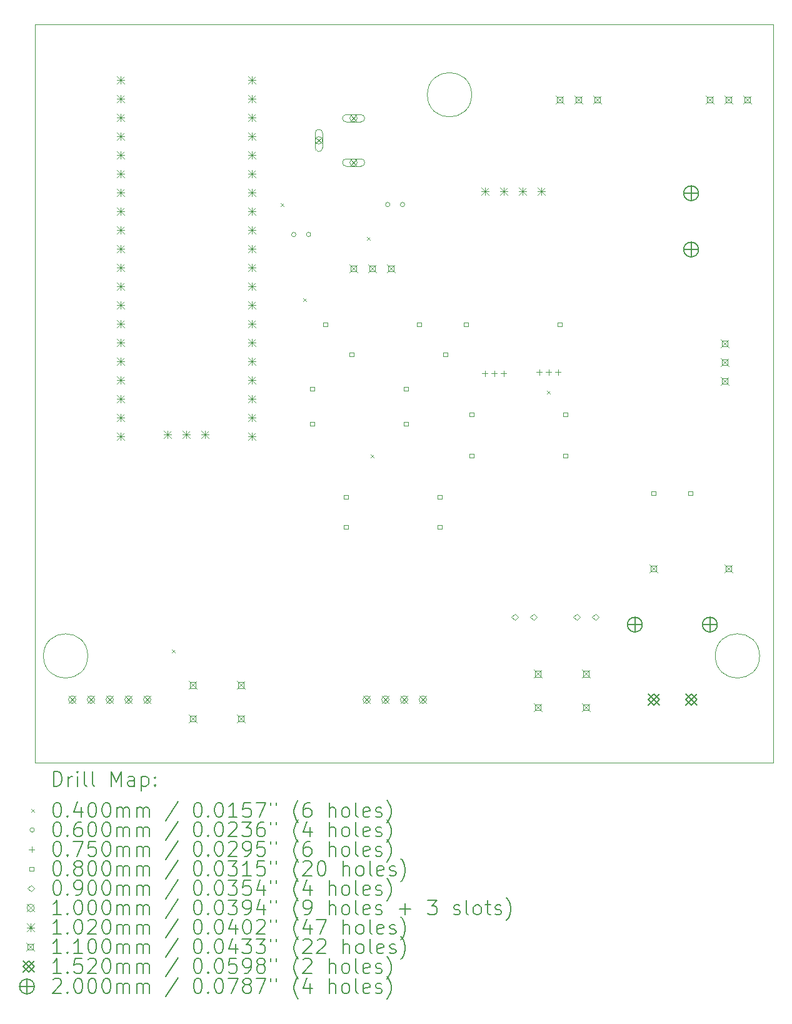
<source format=gbr>
%TF.GenerationSoftware,KiCad,Pcbnew,7.0.9-7.0.9~ubuntu22.04.1*%
%TF.CreationDate,2023-12-17T20:29:54+01:00*%
%TF.ProjectId,DC Load,4443204c-6f61-4642-9e6b-696361645f70,rev?*%
%TF.SameCoordinates,Original*%
%TF.FileFunction,Drillmap*%
%TF.FilePolarity,Positive*%
%FSLAX45Y45*%
G04 Gerber Fmt 4.5, Leading zero omitted, Abs format (unit mm)*
G04 Created by KiCad (PCBNEW 7.0.9-7.0.9~ubuntu22.04.1) date 2023-12-17 20:29:54*
%MOMM*%
%LPD*%
G01*
G04 APERTURE LIST*
%ADD10C,0.100000*%
%ADD11C,0.200000*%
%ADD12C,0.102000*%
%ADD13C,0.110000*%
%ADD14C,0.152000*%
G04 APERTURE END LIST*
D10*
X18200000Y-11600000D02*
G75*
G03*
X18200000Y-11600000I-300000J0D01*
G01*
X8382000Y-3048000D02*
X18382000Y-3048000D01*
X18382000Y-13048000D01*
X8382000Y-13048000D01*
X8382000Y-3048000D01*
X9100000Y-11600000D02*
G75*
G03*
X9100000Y-11600000I-300000J0D01*
G01*
X14300000Y-4000000D02*
G75*
G03*
X14300000Y-4000000I-300000J0D01*
G01*
D11*
D10*
X10241600Y-11511600D02*
X10281600Y-11551600D01*
X10281600Y-11511600D02*
X10241600Y-11551600D01*
X11714800Y-5466400D02*
X11754800Y-5506400D01*
X11754800Y-5466400D02*
X11714800Y-5506400D01*
X12019600Y-6758050D02*
X12059600Y-6798050D01*
X12059600Y-6758050D02*
X12019600Y-6798050D01*
X12883200Y-5923600D02*
X12923200Y-5963600D01*
X12923200Y-5923600D02*
X12883200Y-5963600D01*
X12934000Y-8870000D02*
X12974000Y-8910000D01*
X12974000Y-8870000D02*
X12934000Y-8910000D01*
X15321600Y-8006400D02*
X15361600Y-8046400D01*
X15361600Y-8006400D02*
X15321600Y-8046400D01*
X11920400Y-5892800D02*
G75*
G03*
X11920400Y-5892800I-30000J0D01*
G01*
X12120400Y-5892800D02*
G75*
G03*
X12120400Y-5892800I-30000J0D01*
G01*
X13193289Y-5486400D02*
G75*
G03*
X13193289Y-5486400I-30000J0D01*
G01*
X13393289Y-5486400D02*
G75*
G03*
X13393289Y-5486400I-30000J0D01*
G01*
X14478000Y-7734900D02*
X14478000Y-7809900D01*
X14440500Y-7772400D02*
X14515500Y-7772400D01*
X14605000Y-7734900D02*
X14605000Y-7809900D01*
X14567500Y-7772400D02*
X14642500Y-7772400D01*
X14732000Y-7734900D02*
X14732000Y-7809900D01*
X14694500Y-7772400D02*
X14769500Y-7772400D01*
X15214600Y-7720100D02*
X15214600Y-7795100D01*
X15177100Y-7757600D02*
X15252100Y-7757600D01*
X15341600Y-7720100D02*
X15341600Y-7795100D01*
X15304100Y-7757600D02*
X15379100Y-7757600D01*
X15468600Y-7720100D02*
X15468600Y-7795100D01*
X15431100Y-7757600D02*
X15506100Y-7757600D01*
X12169484Y-8011484D02*
X12169484Y-7954915D01*
X12112915Y-7954915D01*
X12112915Y-8011484D01*
X12169484Y-8011484D01*
X12169484Y-8486485D02*
X12169484Y-8429916D01*
X12112915Y-8429916D01*
X12112915Y-8486485D01*
X12169484Y-8486485D01*
X12347284Y-7140284D02*
X12347284Y-7083715D01*
X12290715Y-7083715D01*
X12290715Y-7140284D01*
X12347284Y-7140284D01*
X12626684Y-9477085D02*
X12626684Y-9420516D01*
X12570115Y-9420516D01*
X12570115Y-9477085D01*
X12626684Y-9477085D01*
X12626684Y-9883485D02*
X12626684Y-9826916D01*
X12570115Y-9826916D01*
X12570115Y-9883485D01*
X12626684Y-9883485D01*
X12702884Y-7546684D02*
X12702884Y-7490115D01*
X12646315Y-7490115D01*
X12646315Y-7546684D01*
X12702884Y-7546684D01*
X13439484Y-8011484D02*
X13439484Y-7954915D01*
X13382915Y-7954915D01*
X13382915Y-8011484D01*
X13439484Y-8011484D01*
X13439484Y-8486485D02*
X13439484Y-8429916D01*
X13382915Y-8429916D01*
X13382915Y-8486485D01*
X13439484Y-8486485D01*
X13617284Y-7140284D02*
X13617284Y-7083715D01*
X13560715Y-7083715D01*
X13560715Y-7140284D01*
X13617284Y-7140284D01*
X13896684Y-9477085D02*
X13896684Y-9420516D01*
X13840115Y-9420516D01*
X13840115Y-9477085D01*
X13896684Y-9477085D01*
X13896684Y-9883485D02*
X13896684Y-9826916D01*
X13840115Y-9826916D01*
X13840115Y-9883485D01*
X13896684Y-9883485D01*
X13972884Y-7546684D02*
X13972884Y-7490115D01*
X13916315Y-7490115D01*
X13916315Y-7546684D01*
X13972884Y-7546684D01*
X14252284Y-7140284D02*
X14252284Y-7083715D01*
X14195715Y-7083715D01*
X14195715Y-7140284D01*
X14252284Y-7140284D01*
X14328484Y-8359484D02*
X14328484Y-8302915D01*
X14271915Y-8302915D01*
X14271915Y-8359484D01*
X14328484Y-8359484D01*
X14328484Y-8918285D02*
X14328484Y-8861716D01*
X14271915Y-8861716D01*
X14271915Y-8918285D01*
X14328484Y-8918285D01*
X15522284Y-7140284D02*
X15522284Y-7083715D01*
X15465715Y-7083715D01*
X15465715Y-7140284D01*
X15522284Y-7140284D01*
X15598484Y-8359484D02*
X15598484Y-8302915D01*
X15541915Y-8302915D01*
X15541915Y-8359484D01*
X15598484Y-8359484D01*
X15598484Y-8918285D02*
X15598484Y-8861716D01*
X15541915Y-8861716D01*
X15541915Y-8918285D01*
X15598484Y-8918285D01*
X16792285Y-9426285D02*
X16792285Y-9369716D01*
X16735715Y-9369716D01*
X16735715Y-9426285D01*
X16792285Y-9426285D01*
X17292285Y-9426285D02*
X17292285Y-9369716D01*
X17235716Y-9369716D01*
X17235716Y-9426285D01*
X17292285Y-9426285D01*
X14884400Y-11119400D02*
X14929400Y-11074400D01*
X14884400Y-11029400D01*
X14839400Y-11074400D01*
X14884400Y-11119400D01*
X15138400Y-11119400D02*
X15183400Y-11074400D01*
X15138400Y-11029400D01*
X15093400Y-11074400D01*
X15138400Y-11119400D01*
X15722100Y-11119400D02*
X15767100Y-11074400D01*
X15722100Y-11029400D01*
X15677100Y-11074400D01*
X15722100Y-11119400D01*
X15976100Y-11119400D02*
X16021100Y-11074400D01*
X15976100Y-11029400D01*
X15931100Y-11074400D01*
X15976100Y-11119400D01*
X8840000Y-12142000D02*
X8940000Y-12242000D01*
X8940000Y-12142000D02*
X8840000Y-12242000D01*
X8940000Y-12192000D02*
G75*
G03*
X8940000Y-12192000I-50000J0D01*
G01*
X9094000Y-12142000D02*
X9194000Y-12242000D01*
X9194000Y-12142000D02*
X9094000Y-12242000D01*
X9194000Y-12192000D02*
G75*
G03*
X9194000Y-12192000I-50000J0D01*
G01*
X9348000Y-12142000D02*
X9448000Y-12242000D01*
X9448000Y-12142000D02*
X9348000Y-12242000D01*
X9448000Y-12192000D02*
G75*
G03*
X9448000Y-12192000I-50000J0D01*
G01*
X9602000Y-12142000D02*
X9702000Y-12242000D01*
X9702000Y-12142000D02*
X9602000Y-12242000D01*
X9702000Y-12192000D02*
G75*
G03*
X9702000Y-12192000I-50000J0D01*
G01*
X9856000Y-12142000D02*
X9956000Y-12242000D01*
X9956000Y-12142000D02*
X9856000Y-12242000D01*
X9956000Y-12192000D02*
G75*
G03*
X9956000Y-12192000I-50000J0D01*
G01*
X12180000Y-4568000D02*
X12280000Y-4668000D01*
X12280000Y-4568000D02*
X12180000Y-4668000D01*
X12280000Y-4618000D02*
G75*
G03*
X12280000Y-4618000I-50000J0D01*
G01*
X12180000Y-4518000D02*
X12180000Y-4718000D01*
X12180000Y-4718000D02*
G75*
G03*
X12280000Y-4718000I50000J0D01*
G01*
X12280000Y-4718000D02*
X12280000Y-4518000D01*
X12280000Y-4518000D02*
G75*
G03*
X12180000Y-4518000I-50000J0D01*
G01*
X12650000Y-4268000D02*
X12750000Y-4368000D01*
X12750000Y-4268000D02*
X12650000Y-4368000D01*
X12750000Y-4318000D02*
G75*
G03*
X12750000Y-4318000I-50000J0D01*
G01*
X12800000Y-4268000D02*
X12600000Y-4268000D01*
X12600000Y-4268000D02*
G75*
G03*
X12600000Y-4368000I0J-50000D01*
G01*
X12600000Y-4368000D02*
X12800000Y-4368000D01*
X12800000Y-4368000D02*
G75*
G03*
X12800000Y-4268000I0J50000D01*
G01*
X12650000Y-4868000D02*
X12750000Y-4968000D01*
X12750000Y-4868000D02*
X12650000Y-4968000D01*
X12750000Y-4918000D02*
G75*
G03*
X12750000Y-4918000I-50000J0D01*
G01*
X12800000Y-4868000D02*
X12600000Y-4868000D01*
X12600000Y-4868000D02*
G75*
G03*
X12600000Y-4968000I0J-50000D01*
G01*
X12600000Y-4968000D02*
X12800000Y-4968000D01*
X12800000Y-4968000D02*
G75*
G03*
X12800000Y-4868000I0J50000D01*
G01*
X12826800Y-12142000D02*
X12926800Y-12242000D01*
X12926800Y-12142000D02*
X12826800Y-12242000D01*
X12926800Y-12192000D02*
G75*
G03*
X12926800Y-12192000I-50000J0D01*
G01*
X13080800Y-12142000D02*
X13180800Y-12242000D01*
X13180800Y-12142000D02*
X13080800Y-12242000D01*
X13180800Y-12192000D02*
G75*
G03*
X13180800Y-12192000I-50000J0D01*
G01*
X13334800Y-12142000D02*
X13434800Y-12242000D01*
X13434800Y-12142000D02*
X13334800Y-12242000D01*
X13434800Y-12192000D02*
G75*
G03*
X13434800Y-12192000I-50000J0D01*
G01*
X13588800Y-12142000D02*
X13688800Y-12242000D01*
X13688800Y-12142000D02*
X13588800Y-12242000D01*
X13688800Y-12192000D02*
G75*
G03*
X13688800Y-12192000I-50000J0D01*
G01*
D12*
X9492500Y-3746000D02*
X9594500Y-3848000D01*
X9594500Y-3746000D02*
X9492500Y-3848000D01*
X9543500Y-3746000D02*
X9543500Y-3848000D01*
X9492500Y-3797000D02*
X9594500Y-3797000D01*
X9492500Y-4000000D02*
X9594500Y-4102000D01*
X9594500Y-4000000D02*
X9492500Y-4102000D01*
X9543500Y-4000000D02*
X9543500Y-4102000D01*
X9492500Y-4051000D02*
X9594500Y-4051000D01*
X9492500Y-4254000D02*
X9594500Y-4356000D01*
X9594500Y-4254000D02*
X9492500Y-4356000D01*
X9543500Y-4254000D02*
X9543500Y-4356000D01*
X9492500Y-4305000D02*
X9594500Y-4305000D01*
X9492500Y-4508000D02*
X9594500Y-4610000D01*
X9594500Y-4508000D02*
X9492500Y-4610000D01*
X9543500Y-4508000D02*
X9543500Y-4610000D01*
X9492500Y-4559000D02*
X9594500Y-4559000D01*
X9492500Y-4762000D02*
X9594500Y-4864000D01*
X9594500Y-4762000D02*
X9492500Y-4864000D01*
X9543500Y-4762000D02*
X9543500Y-4864000D01*
X9492500Y-4813000D02*
X9594500Y-4813000D01*
X9492500Y-5016000D02*
X9594500Y-5118000D01*
X9594500Y-5016000D02*
X9492500Y-5118000D01*
X9543500Y-5016000D02*
X9543500Y-5118000D01*
X9492500Y-5067000D02*
X9594500Y-5067000D01*
X9492500Y-5270000D02*
X9594500Y-5372000D01*
X9594500Y-5270000D02*
X9492500Y-5372000D01*
X9543500Y-5270000D02*
X9543500Y-5372000D01*
X9492500Y-5321000D02*
X9594500Y-5321000D01*
X9492500Y-5524000D02*
X9594500Y-5626000D01*
X9594500Y-5524000D02*
X9492500Y-5626000D01*
X9543500Y-5524000D02*
X9543500Y-5626000D01*
X9492500Y-5575000D02*
X9594500Y-5575000D01*
X9492500Y-5778000D02*
X9594500Y-5880000D01*
X9594500Y-5778000D02*
X9492500Y-5880000D01*
X9543500Y-5778000D02*
X9543500Y-5880000D01*
X9492500Y-5829000D02*
X9594500Y-5829000D01*
X9492500Y-6032000D02*
X9594500Y-6134000D01*
X9594500Y-6032000D02*
X9492500Y-6134000D01*
X9543500Y-6032000D02*
X9543500Y-6134000D01*
X9492500Y-6083000D02*
X9594500Y-6083000D01*
X9492500Y-6286000D02*
X9594500Y-6388000D01*
X9594500Y-6286000D02*
X9492500Y-6388000D01*
X9543500Y-6286000D02*
X9543500Y-6388000D01*
X9492500Y-6337000D02*
X9594500Y-6337000D01*
X9492500Y-6540000D02*
X9594500Y-6642000D01*
X9594500Y-6540000D02*
X9492500Y-6642000D01*
X9543500Y-6540000D02*
X9543500Y-6642000D01*
X9492500Y-6591000D02*
X9594500Y-6591000D01*
X9492500Y-6794000D02*
X9594500Y-6896000D01*
X9594500Y-6794000D02*
X9492500Y-6896000D01*
X9543500Y-6794000D02*
X9543500Y-6896000D01*
X9492500Y-6845000D02*
X9594500Y-6845000D01*
X9492500Y-7048000D02*
X9594500Y-7150000D01*
X9594500Y-7048000D02*
X9492500Y-7150000D01*
X9543500Y-7048000D02*
X9543500Y-7150000D01*
X9492500Y-7099000D02*
X9594500Y-7099000D01*
X9492500Y-7302000D02*
X9594500Y-7404000D01*
X9594500Y-7302000D02*
X9492500Y-7404000D01*
X9543500Y-7302000D02*
X9543500Y-7404000D01*
X9492500Y-7353000D02*
X9594500Y-7353000D01*
X9492500Y-7556000D02*
X9594500Y-7658000D01*
X9594500Y-7556000D02*
X9492500Y-7658000D01*
X9543500Y-7556000D02*
X9543500Y-7658000D01*
X9492500Y-7607000D02*
X9594500Y-7607000D01*
X9492500Y-7810000D02*
X9594500Y-7912000D01*
X9594500Y-7810000D02*
X9492500Y-7912000D01*
X9543500Y-7810000D02*
X9543500Y-7912000D01*
X9492500Y-7861000D02*
X9594500Y-7861000D01*
X9492500Y-8064000D02*
X9594500Y-8166000D01*
X9594500Y-8064000D02*
X9492500Y-8166000D01*
X9543500Y-8064000D02*
X9543500Y-8166000D01*
X9492500Y-8115000D02*
X9594500Y-8115000D01*
X9492500Y-8318000D02*
X9594500Y-8420000D01*
X9594500Y-8318000D02*
X9492500Y-8420000D01*
X9543500Y-8318000D02*
X9543500Y-8420000D01*
X9492500Y-8369000D02*
X9594500Y-8369000D01*
X9492500Y-8572000D02*
X9594500Y-8674000D01*
X9594500Y-8572000D02*
X9492500Y-8674000D01*
X9543500Y-8572000D02*
X9543500Y-8674000D01*
X9492500Y-8623000D02*
X9594500Y-8623000D01*
X10127500Y-8549000D02*
X10229500Y-8651000D01*
X10229500Y-8549000D02*
X10127500Y-8651000D01*
X10178500Y-8549000D02*
X10178500Y-8651000D01*
X10127500Y-8600000D02*
X10229500Y-8600000D01*
X10381500Y-8549000D02*
X10483500Y-8651000D01*
X10483500Y-8549000D02*
X10381500Y-8651000D01*
X10432500Y-8549000D02*
X10432500Y-8651000D01*
X10381500Y-8600000D02*
X10483500Y-8600000D01*
X10635500Y-8549000D02*
X10737500Y-8651000D01*
X10737500Y-8549000D02*
X10635500Y-8651000D01*
X10686500Y-8549000D02*
X10686500Y-8651000D01*
X10635500Y-8600000D02*
X10737500Y-8600000D01*
X11270500Y-3746000D02*
X11372500Y-3848000D01*
X11372500Y-3746000D02*
X11270500Y-3848000D01*
X11321500Y-3746000D02*
X11321500Y-3848000D01*
X11270500Y-3797000D02*
X11372500Y-3797000D01*
X11270500Y-4000000D02*
X11372500Y-4102000D01*
X11372500Y-4000000D02*
X11270500Y-4102000D01*
X11321500Y-4000000D02*
X11321500Y-4102000D01*
X11270500Y-4051000D02*
X11372500Y-4051000D01*
X11270500Y-4254000D02*
X11372500Y-4356000D01*
X11372500Y-4254000D02*
X11270500Y-4356000D01*
X11321500Y-4254000D02*
X11321500Y-4356000D01*
X11270500Y-4305000D02*
X11372500Y-4305000D01*
X11270500Y-4508000D02*
X11372500Y-4610000D01*
X11372500Y-4508000D02*
X11270500Y-4610000D01*
X11321500Y-4508000D02*
X11321500Y-4610000D01*
X11270500Y-4559000D02*
X11372500Y-4559000D01*
X11270500Y-4762000D02*
X11372500Y-4864000D01*
X11372500Y-4762000D02*
X11270500Y-4864000D01*
X11321500Y-4762000D02*
X11321500Y-4864000D01*
X11270500Y-4813000D02*
X11372500Y-4813000D01*
X11270500Y-5016000D02*
X11372500Y-5118000D01*
X11372500Y-5016000D02*
X11270500Y-5118000D01*
X11321500Y-5016000D02*
X11321500Y-5118000D01*
X11270500Y-5067000D02*
X11372500Y-5067000D01*
X11270500Y-5270000D02*
X11372500Y-5372000D01*
X11372500Y-5270000D02*
X11270500Y-5372000D01*
X11321500Y-5270000D02*
X11321500Y-5372000D01*
X11270500Y-5321000D02*
X11372500Y-5321000D01*
X11270500Y-5524000D02*
X11372500Y-5626000D01*
X11372500Y-5524000D02*
X11270500Y-5626000D01*
X11321500Y-5524000D02*
X11321500Y-5626000D01*
X11270500Y-5575000D02*
X11372500Y-5575000D01*
X11270500Y-5778000D02*
X11372500Y-5880000D01*
X11372500Y-5778000D02*
X11270500Y-5880000D01*
X11321500Y-5778000D02*
X11321500Y-5880000D01*
X11270500Y-5829000D02*
X11372500Y-5829000D01*
X11270500Y-6032000D02*
X11372500Y-6134000D01*
X11372500Y-6032000D02*
X11270500Y-6134000D01*
X11321500Y-6032000D02*
X11321500Y-6134000D01*
X11270500Y-6083000D02*
X11372500Y-6083000D01*
X11270500Y-6286000D02*
X11372500Y-6388000D01*
X11372500Y-6286000D02*
X11270500Y-6388000D01*
X11321500Y-6286000D02*
X11321500Y-6388000D01*
X11270500Y-6337000D02*
X11372500Y-6337000D01*
X11270500Y-6540000D02*
X11372500Y-6642000D01*
X11372500Y-6540000D02*
X11270500Y-6642000D01*
X11321500Y-6540000D02*
X11321500Y-6642000D01*
X11270500Y-6591000D02*
X11372500Y-6591000D01*
X11270500Y-6794000D02*
X11372500Y-6896000D01*
X11372500Y-6794000D02*
X11270500Y-6896000D01*
X11321500Y-6794000D02*
X11321500Y-6896000D01*
X11270500Y-6845000D02*
X11372500Y-6845000D01*
X11270500Y-7048000D02*
X11372500Y-7150000D01*
X11372500Y-7048000D02*
X11270500Y-7150000D01*
X11321500Y-7048000D02*
X11321500Y-7150000D01*
X11270500Y-7099000D02*
X11372500Y-7099000D01*
X11270500Y-7302000D02*
X11372500Y-7404000D01*
X11372500Y-7302000D02*
X11270500Y-7404000D01*
X11321500Y-7302000D02*
X11321500Y-7404000D01*
X11270500Y-7353000D02*
X11372500Y-7353000D01*
X11270500Y-7556000D02*
X11372500Y-7658000D01*
X11372500Y-7556000D02*
X11270500Y-7658000D01*
X11321500Y-7556000D02*
X11321500Y-7658000D01*
X11270500Y-7607000D02*
X11372500Y-7607000D01*
X11270500Y-7810000D02*
X11372500Y-7912000D01*
X11372500Y-7810000D02*
X11270500Y-7912000D01*
X11321500Y-7810000D02*
X11321500Y-7912000D01*
X11270500Y-7861000D02*
X11372500Y-7861000D01*
X11270500Y-8064000D02*
X11372500Y-8166000D01*
X11372500Y-8064000D02*
X11270500Y-8166000D01*
X11321500Y-8064000D02*
X11321500Y-8166000D01*
X11270500Y-8115000D02*
X11372500Y-8115000D01*
X11270500Y-8318000D02*
X11372500Y-8420000D01*
X11372500Y-8318000D02*
X11270500Y-8420000D01*
X11321500Y-8318000D02*
X11321500Y-8420000D01*
X11270500Y-8369000D02*
X11372500Y-8369000D01*
X11270500Y-8572000D02*
X11372500Y-8674000D01*
X11372500Y-8572000D02*
X11270500Y-8674000D01*
X11321500Y-8572000D02*
X11321500Y-8674000D01*
X11270500Y-8623000D02*
X11372500Y-8623000D01*
X14427000Y-5253000D02*
X14529000Y-5355000D01*
X14529000Y-5253000D02*
X14427000Y-5355000D01*
X14478000Y-5253000D02*
X14478000Y-5355000D01*
X14427000Y-5304000D02*
X14529000Y-5304000D01*
X14681000Y-5253000D02*
X14783000Y-5355000D01*
X14783000Y-5253000D02*
X14681000Y-5355000D01*
X14732000Y-5253000D02*
X14732000Y-5355000D01*
X14681000Y-5304000D02*
X14783000Y-5304000D01*
X14935000Y-5253000D02*
X15037000Y-5355000D01*
X15037000Y-5253000D02*
X14935000Y-5355000D01*
X14986000Y-5253000D02*
X14986000Y-5355000D01*
X14935000Y-5304000D02*
X15037000Y-5304000D01*
X15189000Y-5253000D02*
X15291000Y-5355000D01*
X15291000Y-5253000D02*
X15189000Y-5355000D01*
X15240000Y-5253000D02*
X15240000Y-5355000D01*
X15189000Y-5304000D02*
X15291000Y-5304000D01*
D13*
X10471000Y-11941000D02*
X10581000Y-12051000D01*
X10581000Y-11941000D02*
X10471000Y-12051000D01*
X10564891Y-12034891D02*
X10564891Y-11957109D01*
X10487109Y-11957109D01*
X10487109Y-12034891D01*
X10564891Y-12034891D01*
X10471000Y-12391000D02*
X10581000Y-12501000D01*
X10581000Y-12391000D02*
X10471000Y-12501000D01*
X10564891Y-12484891D02*
X10564891Y-12407109D01*
X10487109Y-12407109D01*
X10487109Y-12484891D01*
X10564891Y-12484891D01*
X11121000Y-11941000D02*
X11231000Y-12051000D01*
X11231000Y-11941000D02*
X11121000Y-12051000D01*
X11214891Y-12034891D02*
X11214891Y-11957109D01*
X11137109Y-11957109D01*
X11137109Y-12034891D01*
X11214891Y-12034891D01*
X11121000Y-12391000D02*
X11231000Y-12501000D01*
X11231000Y-12391000D02*
X11121000Y-12501000D01*
X11214891Y-12484891D02*
X11214891Y-12407109D01*
X11137109Y-12407109D01*
X11137109Y-12484891D01*
X11214891Y-12484891D01*
X12645000Y-6295000D02*
X12755000Y-6405000D01*
X12755000Y-6295000D02*
X12645000Y-6405000D01*
X12738891Y-6388891D02*
X12738891Y-6311109D01*
X12661109Y-6311109D01*
X12661109Y-6388891D01*
X12738891Y-6388891D01*
X12899000Y-6295000D02*
X13009000Y-6405000D01*
X13009000Y-6295000D02*
X12899000Y-6405000D01*
X12992891Y-6388891D02*
X12992891Y-6311109D01*
X12915109Y-6311109D01*
X12915109Y-6388891D01*
X12992891Y-6388891D01*
X13153000Y-6295000D02*
X13263000Y-6405000D01*
X13263000Y-6295000D02*
X13153000Y-6405000D01*
X13246891Y-6388891D02*
X13246891Y-6311109D01*
X13169109Y-6311109D01*
X13169109Y-6388891D01*
X13246891Y-6388891D01*
X15144600Y-11788600D02*
X15254600Y-11898600D01*
X15254600Y-11788600D02*
X15144600Y-11898600D01*
X15238491Y-11882491D02*
X15238491Y-11804709D01*
X15160709Y-11804709D01*
X15160709Y-11882491D01*
X15238491Y-11882491D01*
X15144600Y-12238600D02*
X15254600Y-12348600D01*
X15254600Y-12238600D02*
X15144600Y-12348600D01*
X15238491Y-12332491D02*
X15238491Y-12254709D01*
X15160709Y-12254709D01*
X15160709Y-12332491D01*
X15238491Y-12332491D01*
X15439000Y-4009000D02*
X15549000Y-4119000D01*
X15549000Y-4009000D02*
X15439000Y-4119000D01*
X15532891Y-4102891D02*
X15532891Y-4025109D01*
X15455109Y-4025109D01*
X15455109Y-4102891D01*
X15532891Y-4102891D01*
X15693000Y-4009000D02*
X15803000Y-4119000D01*
X15803000Y-4009000D02*
X15693000Y-4119000D01*
X15786891Y-4102891D02*
X15786891Y-4025109D01*
X15709109Y-4025109D01*
X15709109Y-4102891D01*
X15786891Y-4102891D01*
X15794600Y-11788600D02*
X15904600Y-11898600D01*
X15904600Y-11788600D02*
X15794600Y-11898600D01*
X15888491Y-11882491D02*
X15888491Y-11804709D01*
X15810709Y-11804709D01*
X15810709Y-11882491D01*
X15888491Y-11882491D01*
X15794600Y-12238600D02*
X15904600Y-12348600D01*
X15904600Y-12238600D02*
X15794600Y-12348600D01*
X15888491Y-12332491D02*
X15888491Y-12254709D01*
X15810709Y-12254709D01*
X15810709Y-12332491D01*
X15888491Y-12332491D01*
X15947000Y-4009000D02*
X16057000Y-4119000D01*
X16057000Y-4009000D02*
X15947000Y-4119000D01*
X16040891Y-4102891D02*
X16040891Y-4025109D01*
X15963109Y-4025109D01*
X15963109Y-4102891D01*
X16040891Y-4102891D01*
X16709000Y-10359000D02*
X16819000Y-10469000D01*
X16819000Y-10359000D02*
X16709000Y-10469000D01*
X16802891Y-10452891D02*
X16802891Y-10375109D01*
X16725109Y-10375109D01*
X16725109Y-10452891D01*
X16802891Y-10452891D01*
X17471000Y-4009000D02*
X17581000Y-4119000D01*
X17581000Y-4009000D02*
X17471000Y-4119000D01*
X17564891Y-4102891D02*
X17564891Y-4025109D01*
X17487109Y-4025109D01*
X17487109Y-4102891D01*
X17564891Y-4102891D01*
X17674200Y-7311000D02*
X17784200Y-7421000D01*
X17784200Y-7311000D02*
X17674200Y-7421000D01*
X17768091Y-7404891D02*
X17768091Y-7327109D01*
X17690309Y-7327109D01*
X17690309Y-7404891D01*
X17768091Y-7404891D01*
X17674200Y-7565000D02*
X17784200Y-7675000D01*
X17784200Y-7565000D02*
X17674200Y-7675000D01*
X17768091Y-7658891D02*
X17768091Y-7581109D01*
X17690309Y-7581109D01*
X17690309Y-7658891D01*
X17768091Y-7658891D01*
X17674200Y-7819000D02*
X17784200Y-7929000D01*
X17784200Y-7819000D02*
X17674200Y-7929000D01*
X17768091Y-7912891D02*
X17768091Y-7835109D01*
X17690309Y-7835109D01*
X17690309Y-7912891D01*
X17768091Y-7912891D01*
X17725000Y-4009000D02*
X17835000Y-4119000D01*
X17835000Y-4009000D02*
X17725000Y-4119000D01*
X17818891Y-4102891D02*
X17818891Y-4025109D01*
X17741109Y-4025109D01*
X17741109Y-4102891D01*
X17818891Y-4102891D01*
X17725000Y-10359000D02*
X17835000Y-10469000D01*
X17835000Y-10359000D02*
X17725000Y-10469000D01*
X17818891Y-10452891D02*
X17818891Y-10375109D01*
X17741109Y-10375109D01*
X17741109Y-10452891D01*
X17818891Y-10452891D01*
X17979000Y-4009000D02*
X18089000Y-4119000D01*
X18089000Y-4009000D02*
X17979000Y-4119000D01*
X18072891Y-4102891D02*
X18072891Y-4025109D01*
X17995109Y-4025109D01*
X17995109Y-4102891D01*
X18072891Y-4102891D01*
D14*
X16688000Y-12116000D02*
X16840000Y-12268000D01*
X16840000Y-12116000D02*
X16688000Y-12268000D01*
X16764000Y-12268000D02*
X16840000Y-12192000D01*
X16764000Y-12116000D01*
X16688000Y-12192000D01*
X16764000Y-12268000D01*
X17196000Y-12116000D02*
X17348000Y-12268000D01*
X17348000Y-12116000D02*
X17196000Y-12268000D01*
X17272000Y-12268000D02*
X17348000Y-12192000D01*
X17272000Y-12116000D01*
X17196000Y-12192000D01*
X17272000Y-12268000D01*
D11*
X16510000Y-11076000D02*
X16510000Y-11276000D01*
X16410000Y-11176000D02*
X16610000Y-11176000D01*
X16610000Y-11176000D02*
G75*
G03*
X16610000Y-11176000I-100000J0D01*
G01*
X17272000Y-5234000D02*
X17272000Y-5434000D01*
X17172000Y-5334000D02*
X17372000Y-5334000D01*
X17372000Y-5334000D02*
G75*
G03*
X17372000Y-5334000I-100000J0D01*
G01*
X17272000Y-5996000D02*
X17272000Y-6196000D01*
X17172000Y-6096000D02*
X17372000Y-6096000D01*
X17372000Y-6096000D02*
G75*
G03*
X17372000Y-6096000I-100000J0D01*
G01*
X17526000Y-11076000D02*
X17526000Y-11276000D01*
X17426000Y-11176000D02*
X17626000Y-11176000D01*
X17626000Y-11176000D02*
G75*
G03*
X17626000Y-11176000I-100000J0D01*
G01*
X8637777Y-13364484D02*
X8637777Y-13164484D01*
X8637777Y-13164484D02*
X8685396Y-13164484D01*
X8685396Y-13164484D02*
X8713967Y-13174008D01*
X8713967Y-13174008D02*
X8733015Y-13193055D01*
X8733015Y-13193055D02*
X8742539Y-13212103D01*
X8742539Y-13212103D02*
X8752063Y-13250198D01*
X8752063Y-13250198D02*
X8752063Y-13278769D01*
X8752063Y-13278769D02*
X8742539Y-13316865D01*
X8742539Y-13316865D02*
X8733015Y-13335912D01*
X8733015Y-13335912D02*
X8713967Y-13354960D01*
X8713967Y-13354960D02*
X8685396Y-13364484D01*
X8685396Y-13364484D02*
X8637777Y-13364484D01*
X8837777Y-13364484D02*
X8837777Y-13231150D01*
X8837777Y-13269246D02*
X8847301Y-13250198D01*
X8847301Y-13250198D02*
X8856824Y-13240674D01*
X8856824Y-13240674D02*
X8875872Y-13231150D01*
X8875872Y-13231150D02*
X8894920Y-13231150D01*
X8961586Y-13364484D02*
X8961586Y-13231150D01*
X8961586Y-13164484D02*
X8952063Y-13174008D01*
X8952063Y-13174008D02*
X8961586Y-13183531D01*
X8961586Y-13183531D02*
X8971110Y-13174008D01*
X8971110Y-13174008D02*
X8961586Y-13164484D01*
X8961586Y-13164484D02*
X8961586Y-13183531D01*
X9085396Y-13364484D02*
X9066348Y-13354960D01*
X9066348Y-13354960D02*
X9056824Y-13335912D01*
X9056824Y-13335912D02*
X9056824Y-13164484D01*
X9190158Y-13364484D02*
X9171110Y-13354960D01*
X9171110Y-13354960D02*
X9161586Y-13335912D01*
X9161586Y-13335912D02*
X9161586Y-13164484D01*
X9418729Y-13364484D02*
X9418729Y-13164484D01*
X9418729Y-13164484D02*
X9485396Y-13307341D01*
X9485396Y-13307341D02*
X9552063Y-13164484D01*
X9552063Y-13164484D02*
X9552063Y-13364484D01*
X9733015Y-13364484D02*
X9733015Y-13259722D01*
X9733015Y-13259722D02*
X9723491Y-13240674D01*
X9723491Y-13240674D02*
X9704444Y-13231150D01*
X9704444Y-13231150D02*
X9666348Y-13231150D01*
X9666348Y-13231150D02*
X9647301Y-13240674D01*
X9733015Y-13354960D02*
X9713967Y-13364484D01*
X9713967Y-13364484D02*
X9666348Y-13364484D01*
X9666348Y-13364484D02*
X9647301Y-13354960D01*
X9647301Y-13354960D02*
X9637777Y-13335912D01*
X9637777Y-13335912D02*
X9637777Y-13316865D01*
X9637777Y-13316865D02*
X9647301Y-13297817D01*
X9647301Y-13297817D02*
X9666348Y-13288293D01*
X9666348Y-13288293D02*
X9713967Y-13288293D01*
X9713967Y-13288293D02*
X9733015Y-13278769D01*
X9828253Y-13231150D02*
X9828253Y-13431150D01*
X9828253Y-13240674D02*
X9847301Y-13231150D01*
X9847301Y-13231150D02*
X9885396Y-13231150D01*
X9885396Y-13231150D02*
X9904444Y-13240674D01*
X9904444Y-13240674D02*
X9913967Y-13250198D01*
X9913967Y-13250198D02*
X9923491Y-13269246D01*
X9923491Y-13269246D02*
X9923491Y-13326388D01*
X9923491Y-13326388D02*
X9913967Y-13345436D01*
X9913967Y-13345436D02*
X9904444Y-13354960D01*
X9904444Y-13354960D02*
X9885396Y-13364484D01*
X9885396Y-13364484D02*
X9847301Y-13364484D01*
X9847301Y-13364484D02*
X9828253Y-13354960D01*
X10009205Y-13345436D02*
X10018729Y-13354960D01*
X10018729Y-13354960D02*
X10009205Y-13364484D01*
X10009205Y-13364484D02*
X9999682Y-13354960D01*
X9999682Y-13354960D02*
X10009205Y-13345436D01*
X10009205Y-13345436D02*
X10009205Y-13364484D01*
X10009205Y-13240674D02*
X10018729Y-13250198D01*
X10018729Y-13250198D02*
X10009205Y-13259722D01*
X10009205Y-13259722D02*
X9999682Y-13250198D01*
X9999682Y-13250198D02*
X10009205Y-13240674D01*
X10009205Y-13240674D02*
X10009205Y-13259722D01*
D10*
X8337000Y-13673000D02*
X8377000Y-13713000D01*
X8377000Y-13673000D02*
X8337000Y-13713000D01*
D11*
X8675872Y-13584484D02*
X8694920Y-13584484D01*
X8694920Y-13584484D02*
X8713967Y-13594008D01*
X8713967Y-13594008D02*
X8723491Y-13603531D01*
X8723491Y-13603531D02*
X8733015Y-13622579D01*
X8733015Y-13622579D02*
X8742539Y-13660674D01*
X8742539Y-13660674D02*
X8742539Y-13708293D01*
X8742539Y-13708293D02*
X8733015Y-13746388D01*
X8733015Y-13746388D02*
X8723491Y-13765436D01*
X8723491Y-13765436D02*
X8713967Y-13774960D01*
X8713967Y-13774960D02*
X8694920Y-13784484D01*
X8694920Y-13784484D02*
X8675872Y-13784484D01*
X8675872Y-13784484D02*
X8656824Y-13774960D01*
X8656824Y-13774960D02*
X8647301Y-13765436D01*
X8647301Y-13765436D02*
X8637777Y-13746388D01*
X8637777Y-13746388D02*
X8628253Y-13708293D01*
X8628253Y-13708293D02*
X8628253Y-13660674D01*
X8628253Y-13660674D02*
X8637777Y-13622579D01*
X8637777Y-13622579D02*
X8647301Y-13603531D01*
X8647301Y-13603531D02*
X8656824Y-13594008D01*
X8656824Y-13594008D02*
X8675872Y-13584484D01*
X8828253Y-13765436D02*
X8837777Y-13774960D01*
X8837777Y-13774960D02*
X8828253Y-13784484D01*
X8828253Y-13784484D02*
X8818729Y-13774960D01*
X8818729Y-13774960D02*
X8828253Y-13765436D01*
X8828253Y-13765436D02*
X8828253Y-13784484D01*
X9009205Y-13651150D02*
X9009205Y-13784484D01*
X8961586Y-13574960D02*
X8913967Y-13717817D01*
X8913967Y-13717817D02*
X9037777Y-13717817D01*
X9152063Y-13584484D02*
X9171110Y-13584484D01*
X9171110Y-13584484D02*
X9190158Y-13594008D01*
X9190158Y-13594008D02*
X9199682Y-13603531D01*
X9199682Y-13603531D02*
X9209205Y-13622579D01*
X9209205Y-13622579D02*
X9218729Y-13660674D01*
X9218729Y-13660674D02*
X9218729Y-13708293D01*
X9218729Y-13708293D02*
X9209205Y-13746388D01*
X9209205Y-13746388D02*
X9199682Y-13765436D01*
X9199682Y-13765436D02*
X9190158Y-13774960D01*
X9190158Y-13774960D02*
X9171110Y-13784484D01*
X9171110Y-13784484D02*
X9152063Y-13784484D01*
X9152063Y-13784484D02*
X9133015Y-13774960D01*
X9133015Y-13774960D02*
X9123491Y-13765436D01*
X9123491Y-13765436D02*
X9113967Y-13746388D01*
X9113967Y-13746388D02*
X9104444Y-13708293D01*
X9104444Y-13708293D02*
X9104444Y-13660674D01*
X9104444Y-13660674D02*
X9113967Y-13622579D01*
X9113967Y-13622579D02*
X9123491Y-13603531D01*
X9123491Y-13603531D02*
X9133015Y-13594008D01*
X9133015Y-13594008D02*
X9152063Y-13584484D01*
X9342539Y-13584484D02*
X9361586Y-13584484D01*
X9361586Y-13584484D02*
X9380634Y-13594008D01*
X9380634Y-13594008D02*
X9390158Y-13603531D01*
X9390158Y-13603531D02*
X9399682Y-13622579D01*
X9399682Y-13622579D02*
X9409205Y-13660674D01*
X9409205Y-13660674D02*
X9409205Y-13708293D01*
X9409205Y-13708293D02*
X9399682Y-13746388D01*
X9399682Y-13746388D02*
X9390158Y-13765436D01*
X9390158Y-13765436D02*
X9380634Y-13774960D01*
X9380634Y-13774960D02*
X9361586Y-13784484D01*
X9361586Y-13784484D02*
X9342539Y-13784484D01*
X9342539Y-13784484D02*
X9323491Y-13774960D01*
X9323491Y-13774960D02*
X9313967Y-13765436D01*
X9313967Y-13765436D02*
X9304444Y-13746388D01*
X9304444Y-13746388D02*
X9294920Y-13708293D01*
X9294920Y-13708293D02*
X9294920Y-13660674D01*
X9294920Y-13660674D02*
X9304444Y-13622579D01*
X9304444Y-13622579D02*
X9313967Y-13603531D01*
X9313967Y-13603531D02*
X9323491Y-13594008D01*
X9323491Y-13594008D02*
X9342539Y-13584484D01*
X9494920Y-13784484D02*
X9494920Y-13651150D01*
X9494920Y-13670198D02*
X9504444Y-13660674D01*
X9504444Y-13660674D02*
X9523491Y-13651150D01*
X9523491Y-13651150D02*
X9552063Y-13651150D01*
X9552063Y-13651150D02*
X9571110Y-13660674D01*
X9571110Y-13660674D02*
X9580634Y-13679722D01*
X9580634Y-13679722D02*
X9580634Y-13784484D01*
X9580634Y-13679722D02*
X9590158Y-13660674D01*
X9590158Y-13660674D02*
X9609205Y-13651150D01*
X9609205Y-13651150D02*
X9637777Y-13651150D01*
X9637777Y-13651150D02*
X9656825Y-13660674D01*
X9656825Y-13660674D02*
X9666348Y-13679722D01*
X9666348Y-13679722D02*
X9666348Y-13784484D01*
X9761586Y-13784484D02*
X9761586Y-13651150D01*
X9761586Y-13670198D02*
X9771110Y-13660674D01*
X9771110Y-13660674D02*
X9790158Y-13651150D01*
X9790158Y-13651150D02*
X9818729Y-13651150D01*
X9818729Y-13651150D02*
X9837777Y-13660674D01*
X9837777Y-13660674D02*
X9847301Y-13679722D01*
X9847301Y-13679722D02*
X9847301Y-13784484D01*
X9847301Y-13679722D02*
X9856825Y-13660674D01*
X9856825Y-13660674D02*
X9875872Y-13651150D01*
X9875872Y-13651150D02*
X9904444Y-13651150D01*
X9904444Y-13651150D02*
X9923491Y-13660674D01*
X9923491Y-13660674D02*
X9933015Y-13679722D01*
X9933015Y-13679722D02*
X9933015Y-13784484D01*
X10323491Y-13574960D02*
X10152063Y-13832103D01*
X10580634Y-13584484D02*
X10599682Y-13584484D01*
X10599682Y-13584484D02*
X10618729Y-13594008D01*
X10618729Y-13594008D02*
X10628253Y-13603531D01*
X10628253Y-13603531D02*
X10637777Y-13622579D01*
X10637777Y-13622579D02*
X10647301Y-13660674D01*
X10647301Y-13660674D02*
X10647301Y-13708293D01*
X10647301Y-13708293D02*
X10637777Y-13746388D01*
X10637777Y-13746388D02*
X10628253Y-13765436D01*
X10628253Y-13765436D02*
X10618729Y-13774960D01*
X10618729Y-13774960D02*
X10599682Y-13784484D01*
X10599682Y-13784484D02*
X10580634Y-13784484D01*
X10580634Y-13784484D02*
X10561587Y-13774960D01*
X10561587Y-13774960D02*
X10552063Y-13765436D01*
X10552063Y-13765436D02*
X10542539Y-13746388D01*
X10542539Y-13746388D02*
X10533015Y-13708293D01*
X10533015Y-13708293D02*
X10533015Y-13660674D01*
X10533015Y-13660674D02*
X10542539Y-13622579D01*
X10542539Y-13622579D02*
X10552063Y-13603531D01*
X10552063Y-13603531D02*
X10561587Y-13594008D01*
X10561587Y-13594008D02*
X10580634Y-13584484D01*
X10733015Y-13765436D02*
X10742539Y-13774960D01*
X10742539Y-13774960D02*
X10733015Y-13784484D01*
X10733015Y-13784484D02*
X10723491Y-13774960D01*
X10723491Y-13774960D02*
X10733015Y-13765436D01*
X10733015Y-13765436D02*
X10733015Y-13784484D01*
X10866348Y-13584484D02*
X10885396Y-13584484D01*
X10885396Y-13584484D02*
X10904444Y-13594008D01*
X10904444Y-13594008D02*
X10913968Y-13603531D01*
X10913968Y-13603531D02*
X10923491Y-13622579D01*
X10923491Y-13622579D02*
X10933015Y-13660674D01*
X10933015Y-13660674D02*
X10933015Y-13708293D01*
X10933015Y-13708293D02*
X10923491Y-13746388D01*
X10923491Y-13746388D02*
X10913968Y-13765436D01*
X10913968Y-13765436D02*
X10904444Y-13774960D01*
X10904444Y-13774960D02*
X10885396Y-13784484D01*
X10885396Y-13784484D02*
X10866348Y-13784484D01*
X10866348Y-13784484D02*
X10847301Y-13774960D01*
X10847301Y-13774960D02*
X10837777Y-13765436D01*
X10837777Y-13765436D02*
X10828253Y-13746388D01*
X10828253Y-13746388D02*
X10818729Y-13708293D01*
X10818729Y-13708293D02*
X10818729Y-13660674D01*
X10818729Y-13660674D02*
X10828253Y-13622579D01*
X10828253Y-13622579D02*
X10837777Y-13603531D01*
X10837777Y-13603531D02*
X10847301Y-13594008D01*
X10847301Y-13594008D02*
X10866348Y-13584484D01*
X11123491Y-13784484D02*
X11009206Y-13784484D01*
X11066348Y-13784484D02*
X11066348Y-13584484D01*
X11066348Y-13584484D02*
X11047301Y-13613055D01*
X11047301Y-13613055D02*
X11028253Y-13632103D01*
X11028253Y-13632103D02*
X11009206Y-13641627D01*
X11304444Y-13584484D02*
X11209206Y-13584484D01*
X11209206Y-13584484D02*
X11199682Y-13679722D01*
X11199682Y-13679722D02*
X11209206Y-13670198D01*
X11209206Y-13670198D02*
X11228253Y-13660674D01*
X11228253Y-13660674D02*
X11275872Y-13660674D01*
X11275872Y-13660674D02*
X11294920Y-13670198D01*
X11294920Y-13670198D02*
X11304444Y-13679722D01*
X11304444Y-13679722D02*
X11313967Y-13698769D01*
X11313967Y-13698769D02*
X11313967Y-13746388D01*
X11313967Y-13746388D02*
X11304444Y-13765436D01*
X11304444Y-13765436D02*
X11294920Y-13774960D01*
X11294920Y-13774960D02*
X11275872Y-13784484D01*
X11275872Y-13784484D02*
X11228253Y-13784484D01*
X11228253Y-13784484D02*
X11209206Y-13774960D01*
X11209206Y-13774960D02*
X11199682Y-13765436D01*
X11380634Y-13584484D02*
X11513967Y-13584484D01*
X11513967Y-13584484D02*
X11428253Y-13784484D01*
X11580634Y-13584484D02*
X11580634Y-13622579D01*
X11656825Y-13584484D02*
X11656825Y-13622579D01*
X11952063Y-13860674D02*
X11942539Y-13851150D01*
X11942539Y-13851150D02*
X11923491Y-13822579D01*
X11923491Y-13822579D02*
X11913968Y-13803531D01*
X11913968Y-13803531D02*
X11904444Y-13774960D01*
X11904444Y-13774960D02*
X11894920Y-13727341D01*
X11894920Y-13727341D02*
X11894920Y-13689246D01*
X11894920Y-13689246D02*
X11904444Y-13641627D01*
X11904444Y-13641627D02*
X11913968Y-13613055D01*
X11913968Y-13613055D02*
X11923491Y-13594008D01*
X11923491Y-13594008D02*
X11942539Y-13565436D01*
X11942539Y-13565436D02*
X11952063Y-13555912D01*
X12113968Y-13584484D02*
X12075872Y-13584484D01*
X12075872Y-13584484D02*
X12056825Y-13594008D01*
X12056825Y-13594008D02*
X12047301Y-13603531D01*
X12047301Y-13603531D02*
X12028253Y-13632103D01*
X12028253Y-13632103D02*
X12018729Y-13670198D01*
X12018729Y-13670198D02*
X12018729Y-13746388D01*
X12018729Y-13746388D02*
X12028253Y-13765436D01*
X12028253Y-13765436D02*
X12037777Y-13774960D01*
X12037777Y-13774960D02*
X12056825Y-13784484D01*
X12056825Y-13784484D02*
X12094920Y-13784484D01*
X12094920Y-13784484D02*
X12113968Y-13774960D01*
X12113968Y-13774960D02*
X12123491Y-13765436D01*
X12123491Y-13765436D02*
X12133015Y-13746388D01*
X12133015Y-13746388D02*
X12133015Y-13698769D01*
X12133015Y-13698769D02*
X12123491Y-13679722D01*
X12123491Y-13679722D02*
X12113968Y-13670198D01*
X12113968Y-13670198D02*
X12094920Y-13660674D01*
X12094920Y-13660674D02*
X12056825Y-13660674D01*
X12056825Y-13660674D02*
X12037777Y-13670198D01*
X12037777Y-13670198D02*
X12028253Y-13679722D01*
X12028253Y-13679722D02*
X12018729Y-13698769D01*
X12371110Y-13784484D02*
X12371110Y-13584484D01*
X12456825Y-13784484D02*
X12456825Y-13679722D01*
X12456825Y-13679722D02*
X12447301Y-13660674D01*
X12447301Y-13660674D02*
X12428253Y-13651150D01*
X12428253Y-13651150D02*
X12399682Y-13651150D01*
X12399682Y-13651150D02*
X12380634Y-13660674D01*
X12380634Y-13660674D02*
X12371110Y-13670198D01*
X12580634Y-13784484D02*
X12561587Y-13774960D01*
X12561587Y-13774960D02*
X12552063Y-13765436D01*
X12552063Y-13765436D02*
X12542539Y-13746388D01*
X12542539Y-13746388D02*
X12542539Y-13689246D01*
X12542539Y-13689246D02*
X12552063Y-13670198D01*
X12552063Y-13670198D02*
X12561587Y-13660674D01*
X12561587Y-13660674D02*
X12580634Y-13651150D01*
X12580634Y-13651150D02*
X12609206Y-13651150D01*
X12609206Y-13651150D02*
X12628253Y-13660674D01*
X12628253Y-13660674D02*
X12637777Y-13670198D01*
X12637777Y-13670198D02*
X12647301Y-13689246D01*
X12647301Y-13689246D02*
X12647301Y-13746388D01*
X12647301Y-13746388D02*
X12637777Y-13765436D01*
X12637777Y-13765436D02*
X12628253Y-13774960D01*
X12628253Y-13774960D02*
X12609206Y-13784484D01*
X12609206Y-13784484D02*
X12580634Y-13784484D01*
X12761587Y-13784484D02*
X12742539Y-13774960D01*
X12742539Y-13774960D02*
X12733015Y-13755912D01*
X12733015Y-13755912D02*
X12733015Y-13584484D01*
X12913968Y-13774960D02*
X12894920Y-13784484D01*
X12894920Y-13784484D02*
X12856825Y-13784484D01*
X12856825Y-13784484D02*
X12837777Y-13774960D01*
X12837777Y-13774960D02*
X12828253Y-13755912D01*
X12828253Y-13755912D02*
X12828253Y-13679722D01*
X12828253Y-13679722D02*
X12837777Y-13660674D01*
X12837777Y-13660674D02*
X12856825Y-13651150D01*
X12856825Y-13651150D02*
X12894920Y-13651150D01*
X12894920Y-13651150D02*
X12913968Y-13660674D01*
X12913968Y-13660674D02*
X12923491Y-13679722D01*
X12923491Y-13679722D02*
X12923491Y-13698769D01*
X12923491Y-13698769D02*
X12828253Y-13717817D01*
X12999682Y-13774960D02*
X13018730Y-13784484D01*
X13018730Y-13784484D02*
X13056825Y-13784484D01*
X13056825Y-13784484D02*
X13075872Y-13774960D01*
X13075872Y-13774960D02*
X13085396Y-13755912D01*
X13085396Y-13755912D02*
X13085396Y-13746388D01*
X13085396Y-13746388D02*
X13075872Y-13727341D01*
X13075872Y-13727341D02*
X13056825Y-13717817D01*
X13056825Y-13717817D02*
X13028253Y-13717817D01*
X13028253Y-13717817D02*
X13009206Y-13708293D01*
X13009206Y-13708293D02*
X12999682Y-13689246D01*
X12999682Y-13689246D02*
X12999682Y-13679722D01*
X12999682Y-13679722D02*
X13009206Y-13660674D01*
X13009206Y-13660674D02*
X13028253Y-13651150D01*
X13028253Y-13651150D02*
X13056825Y-13651150D01*
X13056825Y-13651150D02*
X13075872Y-13660674D01*
X13152063Y-13860674D02*
X13161587Y-13851150D01*
X13161587Y-13851150D02*
X13180634Y-13822579D01*
X13180634Y-13822579D02*
X13190158Y-13803531D01*
X13190158Y-13803531D02*
X13199682Y-13774960D01*
X13199682Y-13774960D02*
X13209206Y-13727341D01*
X13209206Y-13727341D02*
X13209206Y-13689246D01*
X13209206Y-13689246D02*
X13199682Y-13641627D01*
X13199682Y-13641627D02*
X13190158Y-13613055D01*
X13190158Y-13613055D02*
X13180634Y-13594008D01*
X13180634Y-13594008D02*
X13161587Y-13565436D01*
X13161587Y-13565436D02*
X13152063Y-13555912D01*
D10*
X8377000Y-13957000D02*
G75*
G03*
X8377000Y-13957000I-30000J0D01*
G01*
D11*
X8675872Y-13848484D02*
X8694920Y-13848484D01*
X8694920Y-13848484D02*
X8713967Y-13858008D01*
X8713967Y-13858008D02*
X8723491Y-13867531D01*
X8723491Y-13867531D02*
X8733015Y-13886579D01*
X8733015Y-13886579D02*
X8742539Y-13924674D01*
X8742539Y-13924674D02*
X8742539Y-13972293D01*
X8742539Y-13972293D02*
X8733015Y-14010388D01*
X8733015Y-14010388D02*
X8723491Y-14029436D01*
X8723491Y-14029436D02*
X8713967Y-14038960D01*
X8713967Y-14038960D02*
X8694920Y-14048484D01*
X8694920Y-14048484D02*
X8675872Y-14048484D01*
X8675872Y-14048484D02*
X8656824Y-14038960D01*
X8656824Y-14038960D02*
X8647301Y-14029436D01*
X8647301Y-14029436D02*
X8637777Y-14010388D01*
X8637777Y-14010388D02*
X8628253Y-13972293D01*
X8628253Y-13972293D02*
X8628253Y-13924674D01*
X8628253Y-13924674D02*
X8637777Y-13886579D01*
X8637777Y-13886579D02*
X8647301Y-13867531D01*
X8647301Y-13867531D02*
X8656824Y-13858008D01*
X8656824Y-13858008D02*
X8675872Y-13848484D01*
X8828253Y-14029436D02*
X8837777Y-14038960D01*
X8837777Y-14038960D02*
X8828253Y-14048484D01*
X8828253Y-14048484D02*
X8818729Y-14038960D01*
X8818729Y-14038960D02*
X8828253Y-14029436D01*
X8828253Y-14029436D02*
X8828253Y-14048484D01*
X9009205Y-13848484D02*
X8971110Y-13848484D01*
X8971110Y-13848484D02*
X8952063Y-13858008D01*
X8952063Y-13858008D02*
X8942539Y-13867531D01*
X8942539Y-13867531D02*
X8923491Y-13896103D01*
X8923491Y-13896103D02*
X8913967Y-13934198D01*
X8913967Y-13934198D02*
X8913967Y-14010388D01*
X8913967Y-14010388D02*
X8923491Y-14029436D01*
X8923491Y-14029436D02*
X8933015Y-14038960D01*
X8933015Y-14038960D02*
X8952063Y-14048484D01*
X8952063Y-14048484D02*
X8990158Y-14048484D01*
X8990158Y-14048484D02*
X9009205Y-14038960D01*
X9009205Y-14038960D02*
X9018729Y-14029436D01*
X9018729Y-14029436D02*
X9028253Y-14010388D01*
X9028253Y-14010388D02*
X9028253Y-13962769D01*
X9028253Y-13962769D02*
X9018729Y-13943722D01*
X9018729Y-13943722D02*
X9009205Y-13934198D01*
X9009205Y-13934198D02*
X8990158Y-13924674D01*
X8990158Y-13924674D02*
X8952063Y-13924674D01*
X8952063Y-13924674D02*
X8933015Y-13934198D01*
X8933015Y-13934198D02*
X8923491Y-13943722D01*
X8923491Y-13943722D02*
X8913967Y-13962769D01*
X9152063Y-13848484D02*
X9171110Y-13848484D01*
X9171110Y-13848484D02*
X9190158Y-13858008D01*
X9190158Y-13858008D02*
X9199682Y-13867531D01*
X9199682Y-13867531D02*
X9209205Y-13886579D01*
X9209205Y-13886579D02*
X9218729Y-13924674D01*
X9218729Y-13924674D02*
X9218729Y-13972293D01*
X9218729Y-13972293D02*
X9209205Y-14010388D01*
X9209205Y-14010388D02*
X9199682Y-14029436D01*
X9199682Y-14029436D02*
X9190158Y-14038960D01*
X9190158Y-14038960D02*
X9171110Y-14048484D01*
X9171110Y-14048484D02*
X9152063Y-14048484D01*
X9152063Y-14048484D02*
X9133015Y-14038960D01*
X9133015Y-14038960D02*
X9123491Y-14029436D01*
X9123491Y-14029436D02*
X9113967Y-14010388D01*
X9113967Y-14010388D02*
X9104444Y-13972293D01*
X9104444Y-13972293D02*
X9104444Y-13924674D01*
X9104444Y-13924674D02*
X9113967Y-13886579D01*
X9113967Y-13886579D02*
X9123491Y-13867531D01*
X9123491Y-13867531D02*
X9133015Y-13858008D01*
X9133015Y-13858008D02*
X9152063Y-13848484D01*
X9342539Y-13848484D02*
X9361586Y-13848484D01*
X9361586Y-13848484D02*
X9380634Y-13858008D01*
X9380634Y-13858008D02*
X9390158Y-13867531D01*
X9390158Y-13867531D02*
X9399682Y-13886579D01*
X9399682Y-13886579D02*
X9409205Y-13924674D01*
X9409205Y-13924674D02*
X9409205Y-13972293D01*
X9409205Y-13972293D02*
X9399682Y-14010388D01*
X9399682Y-14010388D02*
X9390158Y-14029436D01*
X9390158Y-14029436D02*
X9380634Y-14038960D01*
X9380634Y-14038960D02*
X9361586Y-14048484D01*
X9361586Y-14048484D02*
X9342539Y-14048484D01*
X9342539Y-14048484D02*
X9323491Y-14038960D01*
X9323491Y-14038960D02*
X9313967Y-14029436D01*
X9313967Y-14029436D02*
X9304444Y-14010388D01*
X9304444Y-14010388D02*
X9294920Y-13972293D01*
X9294920Y-13972293D02*
X9294920Y-13924674D01*
X9294920Y-13924674D02*
X9304444Y-13886579D01*
X9304444Y-13886579D02*
X9313967Y-13867531D01*
X9313967Y-13867531D02*
X9323491Y-13858008D01*
X9323491Y-13858008D02*
X9342539Y-13848484D01*
X9494920Y-14048484D02*
X9494920Y-13915150D01*
X9494920Y-13934198D02*
X9504444Y-13924674D01*
X9504444Y-13924674D02*
X9523491Y-13915150D01*
X9523491Y-13915150D02*
X9552063Y-13915150D01*
X9552063Y-13915150D02*
X9571110Y-13924674D01*
X9571110Y-13924674D02*
X9580634Y-13943722D01*
X9580634Y-13943722D02*
X9580634Y-14048484D01*
X9580634Y-13943722D02*
X9590158Y-13924674D01*
X9590158Y-13924674D02*
X9609205Y-13915150D01*
X9609205Y-13915150D02*
X9637777Y-13915150D01*
X9637777Y-13915150D02*
X9656825Y-13924674D01*
X9656825Y-13924674D02*
X9666348Y-13943722D01*
X9666348Y-13943722D02*
X9666348Y-14048484D01*
X9761586Y-14048484D02*
X9761586Y-13915150D01*
X9761586Y-13934198D02*
X9771110Y-13924674D01*
X9771110Y-13924674D02*
X9790158Y-13915150D01*
X9790158Y-13915150D02*
X9818729Y-13915150D01*
X9818729Y-13915150D02*
X9837777Y-13924674D01*
X9837777Y-13924674D02*
X9847301Y-13943722D01*
X9847301Y-13943722D02*
X9847301Y-14048484D01*
X9847301Y-13943722D02*
X9856825Y-13924674D01*
X9856825Y-13924674D02*
X9875872Y-13915150D01*
X9875872Y-13915150D02*
X9904444Y-13915150D01*
X9904444Y-13915150D02*
X9923491Y-13924674D01*
X9923491Y-13924674D02*
X9933015Y-13943722D01*
X9933015Y-13943722D02*
X9933015Y-14048484D01*
X10323491Y-13838960D02*
X10152063Y-14096103D01*
X10580634Y-13848484D02*
X10599682Y-13848484D01*
X10599682Y-13848484D02*
X10618729Y-13858008D01*
X10618729Y-13858008D02*
X10628253Y-13867531D01*
X10628253Y-13867531D02*
X10637777Y-13886579D01*
X10637777Y-13886579D02*
X10647301Y-13924674D01*
X10647301Y-13924674D02*
X10647301Y-13972293D01*
X10647301Y-13972293D02*
X10637777Y-14010388D01*
X10637777Y-14010388D02*
X10628253Y-14029436D01*
X10628253Y-14029436D02*
X10618729Y-14038960D01*
X10618729Y-14038960D02*
X10599682Y-14048484D01*
X10599682Y-14048484D02*
X10580634Y-14048484D01*
X10580634Y-14048484D02*
X10561587Y-14038960D01*
X10561587Y-14038960D02*
X10552063Y-14029436D01*
X10552063Y-14029436D02*
X10542539Y-14010388D01*
X10542539Y-14010388D02*
X10533015Y-13972293D01*
X10533015Y-13972293D02*
X10533015Y-13924674D01*
X10533015Y-13924674D02*
X10542539Y-13886579D01*
X10542539Y-13886579D02*
X10552063Y-13867531D01*
X10552063Y-13867531D02*
X10561587Y-13858008D01*
X10561587Y-13858008D02*
X10580634Y-13848484D01*
X10733015Y-14029436D02*
X10742539Y-14038960D01*
X10742539Y-14038960D02*
X10733015Y-14048484D01*
X10733015Y-14048484D02*
X10723491Y-14038960D01*
X10723491Y-14038960D02*
X10733015Y-14029436D01*
X10733015Y-14029436D02*
X10733015Y-14048484D01*
X10866348Y-13848484D02*
X10885396Y-13848484D01*
X10885396Y-13848484D02*
X10904444Y-13858008D01*
X10904444Y-13858008D02*
X10913968Y-13867531D01*
X10913968Y-13867531D02*
X10923491Y-13886579D01*
X10923491Y-13886579D02*
X10933015Y-13924674D01*
X10933015Y-13924674D02*
X10933015Y-13972293D01*
X10933015Y-13972293D02*
X10923491Y-14010388D01*
X10923491Y-14010388D02*
X10913968Y-14029436D01*
X10913968Y-14029436D02*
X10904444Y-14038960D01*
X10904444Y-14038960D02*
X10885396Y-14048484D01*
X10885396Y-14048484D02*
X10866348Y-14048484D01*
X10866348Y-14048484D02*
X10847301Y-14038960D01*
X10847301Y-14038960D02*
X10837777Y-14029436D01*
X10837777Y-14029436D02*
X10828253Y-14010388D01*
X10828253Y-14010388D02*
X10818729Y-13972293D01*
X10818729Y-13972293D02*
X10818729Y-13924674D01*
X10818729Y-13924674D02*
X10828253Y-13886579D01*
X10828253Y-13886579D02*
X10837777Y-13867531D01*
X10837777Y-13867531D02*
X10847301Y-13858008D01*
X10847301Y-13858008D02*
X10866348Y-13848484D01*
X11009206Y-13867531D02*
X11018729Y-13858008D01*
X11018729Y-13858008D02*
X11037777Y-13848484D01*
X11037777Y-13848484D02*
X11085396Y-13848484D01*
X11085396Y-13848484D02*
X11104444Y-13858008D01*
X11104444Y-13858008D02*
X11113968Y-13867531D01*
X11113968Y-13867531D02*
X11123491Y-13886579D01*
X11123491Y-13886579D02*
X11123491Y-13905627D01*
X11123491Y-13905627D02*
X11113968Y-13934198D01*
X11113968Y-13934198D02*
X10999682Y-14048484D01*
X10999682Y-14048484D02*
X11123491Y-14048484D01*
X11190158Y-13848484D02*
X11313967Y-13848484D01*
X11313967Y-13848484D02*
X11247301Y-13924674D01*
X11247301Y-13924674D02*
X11275872Y-13924674D01*
X11275872Y-13924674D02*
X11294920Y-13934198D01*
X11294920Y-13934198D02*
X11304444Y-13943722D01*
X11304444Y-13943722D02*
X11313967Y-13962769D01*
X11313967Y-13962769D02*
X11313967Y-14010388D01*
X11313967Y-14010388D02*
X11304444Y-14029436D01*
X11304444Y-14029436D02*
X11294920Y-14038960D01*
X11294920Y-14038960D02*
X11275872Y-14048484D01*
X11275872Y-14048484D02*
X11218729Y-14048484D01*
X11218729Y-14048484D02*
X11199682Y-14038960D01*
X11199682Y-14038960D02*
X11190158Y-14029436D01*
X11485396Y-13848484D02*
X11447301Y-13848484D01*
X11447301Y-13848484D02*
X11428253Y-13858008D01*
X11428253Y-13858008D02*
X11418729Y-13867531D01*
X11418729Y-13867531D02*
X11399682Y-13896103D01*
X11399682Y-13896103D02*
X11390158Y-13934198D01*
X11390158Y-13934198D02*
X11390158Y-14010388D01*
X11390158Y-14010388D02*
X11399682Y-14029436D01*
X11399682Y-14029436D02*
X11409206Y-14038960D01*
X11409206Y-14038960D02*
X11428253Y-14048484D01*
X11428253Y-14048484D02*
X11466348Y-14048484D01*
X11466348Y-14048484D02*
X11485396Y-14038960D01*
X11485396Y-14038960D02*
X11494920Y-14029436D01*
X11494920Y-14029436D02*
X11504444Y-14010388D01*
X11504444Y-14010388D02*
X11504444Y-13962769D01*
X11504444Y-13962769D02*
X11494920Y-13943722D01*
X11494920Y-13943722D02*
X11485396Y-13934198D01*
X11485396Y-13934198D02*
X11466348Y-13924674D01*
X11466348Y-13924674D02*
X11428253Y-13924674D01*
X11428253Y-13924674D02*
X11409206Y-13934198D01*
X11409206Y-13934198D02*
X11399682Y-13943722D01*
X11399682Y-13943722D02*
X11390158Y-13962769D01*
X11580634Y-13848484D02*
X11580634Y-13886579D01*
X11656825Y-13848484D02*
X11656825Y-13886579D01*
X11952063Y-14124674D02*
X11942539Y-14115150D01*
X11942539Y-14115150D02*
X11923491Y-14086579D01*
X11923491Y-14086579D02*
X11913968Y-14067531D01*
X11913968Y-14067531D02*
X11904444Y-14038960D01*
X11904444Y-14038960D02*
X11894920Y-13991341D01*
X11894920Y-13991341D02*
X11894920Y-13953246D01*
X11894920Y-13953246D02*
X11904444Y-13905627D01*
X11904444Y-13905627D02*
X11913968Y-13877055D01*
X11913968Y-13877055D02*
X11923491Y-13858008D01*
X11923491Y-13858008D02*
X11942539Y-13829436D01*
X11942539Y-13829436D02*
X11952063Y-13819912D01*
X12113968Y-13915150D02*
X12113968Y-14048484D01*
X12066348Y-13838960D02*
X12018729Y-13981817D01*
X12018729Y-13981817D02*
X12142539Y-13981817D01*
X12371110Y-14048484D02*
X12371110Y-13848484D01*
X12456825Y-14048484D02*
X12456825Y-13943722D01*
X12456825Y-13943722D02*
X12447301Y-13924674D01*
X12447301Y-13924674D02*
X12428253Y-13915150D01*
X12428253Y-13915150D02*
X12399682Y-13915150D01*
X12399682Y-13915150D02*
X12380634Y-13924674D01*
X12380634Y-13924674D02*
X12371110Y-13934198D01*
X12580634Y-14048484D02*
X12561587Y-14038960D01*
X12561587Y-14038960D02*
X12552063Y-14029436D01*
X12552063Y-14029436D02*
X12542539Y-14010388D01*
X12542539Y-14010388D02*
X12542539Y-13953246D01*
X12542539Y-13953246D02*
X12552063Y-13934198D01*
X12552063Y-13934198D02*
X12561587Y-13924674D01*
X12561587Y-13924674D02*
X12580634Y-13915150D01*
X12580634Y-13915150D02*
X12609206Y-13915150D01*
X12609206Y-13915150D02*
X12628253Y-13924674D01*
X12628253Y-13924674D02*
X12637777Y-13934198D01*
X12637777Y-13934198D02*
X12647301Y-13953246D01*
X12647301Y-13953246D02*
X12647301Y-14010388D01*
X12647301Y-14010388D02*
X12637777Y-14029436D01*
X12637777Y-14029436D02*
X12628253Y-14038960D01*
X12628253Y-14038960D02*
X12609206Y-14048484D01*
X12609206Y-14048484D02*
X12580634Y-14048484D01*
X12761587Y-14048484D02*
X12742539Y-14038960D01*
X12742539Y-14038960D02*
X12733015Y-14019912D01*
X12733015Y-14019912D02*
X12733015Y-13848484D01*
X12913968Y-14038960D02*
X12894920Y-14048484D01*
X12894920Y-14048484D02*
X12856825Y-14048484D01*
X12856825Y-14048484D02*
X12837777Y-14038960D01*
X12837777Y-14038960D02*
X12828253Y-14019912D01*
X12828253Y-14019912D02*
X12828253Y-13943722D01*
X12828253Y-13943722D02*
X12837777Y-13924674D01*
X12837777Y-13924674D02*
X12856825Y-13915150D01*
X12856825Y-13915150D02*
X12894920Y-13915150D01*
X12894920Y-13915150D02*
X12913968Y-13924674D01*
X12913968Y-13924674D02*
X12923491Y-13943722D01*
X12923491Y-13943722D02*
X12923491Y-13962769D01*
X12923491Y-13962769D02*
X12828253Y-13981817D01*
X12999682Y-14038960D02*
X13018730Y-14048484D01*
X13018730Y-14048484D02*
X13056825Y-14048484D01*
X13056825Y-14048484D02*
X13075872Y-14038960D01*
X13075872Y-14038960D02*
X13085396Y-14019912D01*
X13085396Y-14019912D02*
X13085396Y-14010388D01*
X13085396Y-14010388D02*
X13075872Y-13991341D01*
X13075872Y-13991341D02*
X13056825Y-13981817D01*
X13056825Y-13981817D02*
X13028253Y-13981817D01*
X13028253Y-13981817D02*
X13009206Y-13972293D01*
X13009206Y-13972293D02*
X12999682Y-13953246D01*
X12999682Y-13953246D02*
X12999682Y-13943722D01*
X12999682Y-13943722D02*
X13009206Y-13924674D01*
X13009206Y-13924674D02*
X13028253Y-13915150D01*
X13028253Y-13915150D02*
X13056825Y-13915150D01*
X13056825Y-13915150D02*
X13075872Y-13924674D01*
X13152063Y-14124674D02*
X13161587Y-14115150D01*
X13161587Y-14115150D02*
X13180634Y-14086579D01*
X13180634Y-14086579D02*
X13190158Y-14067531D01*
X13190158Y-14067531D02*
X13199682Y-14038960D01*
X13199682Y-14038960D02*
X13209206Y-13991341D01*
X13209206Y-13991341D02*
X13209206Y-13953246D01*
X13209206Y-13953246D02*
X13199682Y-13905627D01*
X13199682Y-13905627D02*
X13190158Y-13877055D01*
X13190158Y-13877055D02*
X13180634Y-13858008D01*
X13180634Y-13858008D02*
X13161587Y-13829436D01*
X13161587Y-13829436D02*
X13152063Y-13819912D01*
D10*
X8339500Y-14183500D02*
X8339500Y-14258500D01*
X8302000Y-14221000D02*
X8377000Y-14221000D01*
D11*
X8675872Y-14112484D02*
X8694920Y-14112484D01*
X8694920Y-14112484D02*
X8713967Y-14122008D01*
X8713967Y-14122008D02*
X8723491Y-14131531D01*
X8723491Y-14131531D02*
X8733015Y-14150579D01*
X8733015Y-14150579D02*
X8742539Y-14188674D01*
X8742539Y-14188674D02*
X8742539Y-14236293D01*
X8742539Y-14236293D02*
X8733015Y-14274388D01*
X8733015Y-14274388D02*
X8723491Y-14293436D01*
X8723491Y-14293436D02*
X8713967Y-14302960D01*
X8713967Y-14302960D02*
X8694920Y-14312484D01*
X8694920Y-14312484D02*
X8675872Y-14312484D01*
X8675872Y-14312484D02*
X8656824Y-14302960D01*
X8656824Y-14302960D02*
X8647301Y-14293436D01*
X8647301Y-14293436D02*
X8637777Y-14274388D01*
X8637777Y-14274388D02*
X8628253Y-14236293D01*
X8628253Y-14236293D02*
X8628253Y-14188674D01*
X8628253Y-14188674D02*
X8637777Y-14150579D01*
X8637777Y-14150579D02*
X8647301Y-14131531D01*
X8647301Y-14131531D02*
X8656824Y-14122008D01*
X8656824Y-14122008D02*
X8675872Y-14112484D01*
X8828253Y-14293436D02*
X8837777Y-14302960D01*
X8837777Y-14302960D02*
X8828253Y-14312484D01*
X8828253Y-14312484D02*
X8818729Y-14302960D01*
X8818729Y-14302960D02*
X8828253Y-14293436D01*
X8828253Y-14293436D02*
X8828253Y-14312484D01*
X8904444Y-14112484D02*
X9037777Y-14112484D01*
X9037777Y-14112484D02*
X8952063Y-14312484D01*
X9209205Y-14112484D02*
X9113967Y-14112484D01*
X9113967Y-14112484D02*
X9104444Y-14207722D01*
X9104444Y-14207722D02*
X9113967Y-14198198D01*
X9113967Y-14198198D02*
X9133015Y-14188674D01*
X9133015Y-14188674D02*
X9180634Y-14188674D01*
X9180634Y-14188674D02*
X9199682Y-14198198D01*
X9199682Y-14198198D02*
X9209205Y-14207722D01*
X9209205Y-14207722D02*
X9218729Y-14226769D01*
X9218729Y-14226769D02*
X9218729Y-14274388D01*
X9218729Y-14274388D02*
X9209205Y-14293436D01*
X9209205Y-14293436D02*
X9199682Y-14302960D01*
X9199682Y-14302960D02*
X9180634Y-14312484D01*
X9180634Y-14312484D02*
X9133015Y-14312484D01*
X9133015Y-14312484D02*
X9113967Y-14302960D01*
X9113967Y-14302960D02*
X9104444Y-14293436D01*
X9342539Y-14112484D02*
X9361586Y-14112484D01*
X9361586Y-14112484D02*
X9380634Y-14122008D01*
X9380634Y-14122008D02*
X9390158Y-14131531D01*
X9390158Y-14131531D02*
X9399682Y-14150579D01*
X9399682Y-14150579D02*
X9409205Y-14188674D01*
X9409205Y-14188674D02*
X9409205Y-14236293D01*
X9409205Y-14236293D02*
X9399682Y-14274388D01*
X9399682Y-14274388D02*
X9390158Y-14293436D01*
X9390158Y-14293436D02*
X9380634Y-14302960D01*
X9380634Y-14302960D02*
X9361586Y-14312484D01*
X9361586Y-14312484D02*
X9342539Y-14312484D01*
X9342539Y-14312484D02*
X9323491Y-14302960D01*
X9323491Y-14302960D02*
X9313967Y-14293436D01*
X9313967Y-14293436D02*
X9304444Y-14274388D01*
X9304444Y-14274388D02*
X9294920Y-14236293D01*
X9294920Y-14236293D02*
X9294920Y-14188674D01*
X9294920Y-14188674D02*
X9304444Y-14150579D01*
X9304444Y-14150579D02*
X9313967Y-14131531D01*
X9313967Y-14131531D02*
X9323491Y-14122008D01*
X9323491Y-14122008D02*
X9342539Y-14112484D01*
X9494920Y-14312484D02*
X9494920Y-14179150D01*
X9494920Y-14198198D02*
X9504444Y-14188674D01*
X9504444Y-14188674D02*
X9523491Y-14179150D01*
X9523491Y-14179150D02*
X9552063Y-14179150D01*
X9552063Y-14179150D02*
X9571110Y-14188674D01*
X9571110Y-14188674D02*
X9580634Y-14207722D01*
X9580634Y-14207722D02*
X9580634Y-14312484D01*
X9580634Y-14207722D02*
X9590158Y-14188674D01*
X9590158Y-14188674D02*
X9609205Y-14179150D01*
X9609205Y-14179150D02*
X9637777Y-14179150D01*
X9637777Y-14179150D02*
X9656825Y-14188674D01*
X9656825Y-14188674D02*
X9666348Y-14207722D01*
X9666348Y-14207722D02*
X9666348Y-14312484D01*
X9761586Y-14312484D02*
X9761586Y-14179150D01*
X9761586Y-14198198D02*
X9771110Y-14188674D01*
X9771110Y-14188674D02*
X9790158Y-14179150D01*
X9790158Y-14179150D02*
X9818729Y-14179150D01*
X9818729Y-14179150D02*
X9837777Y-14188674D01*
X9837777Y-14188674D02*
X9847301Y-14207722D01*
X9847301Y-14207722D02*
X9847301Y-14312484D01*
X9847301Y-14207722D02*
X9856825Y-14188674D01*
X9856825Y-14188674D02*
X9875872Y-14179150D01*
X9875872Y-14179150D02*
X9904444Y-14179150D01*
X9904444Y-14179150D02*
X9923491Y-14188674D01*
X9923491Y-14188674D02*
X9933015Y-14207722D01*
X9933015Y-14207722D02*
X9933015Y-14312484D01*
X10323491Y-14102960D02*
X10152063Y-14360103D01*
X10580634Y-14112484D02*
X10599682Y-14112484D01*
X10599682Y-14112484D02*
X10618729Y-14122008D01*
X10618729Y-14122008D02*
X10628253Y-14131531D01*
X10628253Y-14131531D02*
X10637777Y-14150579D01*
X10637777Y-14150579D02*
X10647301Y-14188674D01*
X10647301Y-14188674D02*
X10647301Y-14236293D01*
X10647301Y-14236293D02*
X10637777Y-14274388D01*
X10637777Y-14274388D02*
X10628253Y-14293436D01*
X10628253Y-14293436D02*
X10618729Y-14302960D01*
X10618729Y-14302960D02*
X10599682Y-14312484D01*
X10599682Y-14312484D02*
X10580634Y-14312484D01*
X10580634Y-14312484D02*
X10561587Y-14302960D01*
X10561587Y-14302960D02*
X10552063Y-14293436D01*
X10552063Y-14293436D02*
X10542539Y-14274388D01*
X10542539Y-14274388D02*
X10533015Y-14236293D01*
X10533015Y-14236293D02*
X10533015Y-14188674D01*
X10533015Y-14188674D02*
X10542539Y-14150579D01*
X10542539Y-14150579D02*
X10552063Y-14131531D01*
X10552063Y-14131531D02*
X10561587Y-14122008D01*
X10561587Y-14122008D02*
X10580634Y-14112484D01*
X10733015Y-14293436D02*
X10742539Y-14302960D01*
X10742539Y-14302960D02*
X10733015Y-14312484D01*
X10733015Y-14312484D02*
X10723491Y-14302960D01*
X10723491Y-14302960D02*
X10733015Y-14293436D01*
X10733015Y-14293436D02*
X10733015Y-14312484D01*
X10866348Y-14112484D02*
X10885396Y-14112484D01*
X10885396Y-14112484D02*
X10904444Y-14122008D01*
X10904444Y-14122008D02*
X10913968Y-14131531D01*
X10913968Y-14131531D02*
X10923491Y-14150579D01*
X10923491Y-14150579D02*
X10933015Y-14188674D01*
X10933015Y-14188674D02*
X10933015Y-14236293D01*
X10933015Y-14236293D02*
X10923491Y-14274388D01*
X10923491Y-14274388D02*
X10913968Y-14293436D01*
X10913968Y-14293436D02*
X10904444Y-14302960D01*
X10904444Y-14302960D02*
X10885396Y-14312484D01*
X10885396Y-14312484D02*
X10866348Y-14312484D01*
X10866348Y-14312484D02*
X10847301Y-14302960D01*
X10847301Y-14302960D02*
X10837777Y-14293436D01*
X10837777Y-14293436D02*
X10828253Y-14274388D01*
X10828253Y-14274388D02*
X10818729Y-14236293D01*
X10818729Y-14236293D02*
X10818729Y-14188674D01*
X10818729Y-14188674D02*
X10828253Y-14150579D01*
X10828253Y-14150579D02*
X10837777Y-14131531D01*
X10837777Y-14131531D02*
X10847301Y-14122008D01*
X10847301Y-14122008D02*
X10866348Y-14112484D01*
X11009206Y-14131531D02*
X11018729Y-14122008D01*
X11018729Y-14122008D02*
X11037777Y-14112484D01*
X11037777Y-14112484D02*
X11085396Y-14112484D01*
X11085396Y-14112484D02*
X11104444Y-14122008D01*
X11104444Y-14122008D02*
X11113968Y-14131531D01*
X11113968Y-14131531D02*
X11123491Y-14150579D01*
X11123491Y-14150579D02*
X11123491Y-14169627D01*
X11123491Y-14169627D02*
X11113968Y-14198198D01*
X11113968Y-14198198D02*
X10999682Y-14312484D01*
X10999682Y-14312484D02*
X11123491Y-14312484D01*
X11218729Y-14312484D02*
X11256825Y-14312484D01*
X11256825Y-14312484D02*
X11275872Y-14302960D01*
X11275872Y-14302960D02*
X11285396Y-14293436D01*
X11285396Y-14293436D02*
X11304444Y-14264865D01*
X11304444Y-14264865D02*
X11313967Y-14226769D01*
X11313967Y-14226769D02*
X11313967Y-14150579D01*
X11313967Y-14150579D02*
X11304444Y-14131531D01*
X11304444Y-14131531D02*
X11294920Y-14122008D01*
X11294920Y-14122008D02*
X11275872Y-14112484D01*
X11275872Y-14112484D02*
X11237777Y-14112484D01*
X11237777Y-14112484D02*
X11218729Y-14122008D01*
X11218729Y-14122008D02*
X11209206Y-14131531D01*
X11209206Y-14131531D02*
X11199682Y-14150579D01*
X11199682Y-14150579D02*
X11199682Y-14198198D01*
X11199682Y-14198198D02*
X11209206Y-14217246D01*
X11209206Y-14217246D02*
X11218729Y-14226769D01*
X11218729Y-14226769D02*
X11237777Y-14236293D01*
X11237777Y-14236293D02*
X11275872Y-14236293D01*
X11275872Y-14236293D02*
X11294920Y-14226769D01*
X11294920Y-14226769D02*
X11304444Y-14217246D01*
X11304444Y-14217246D02*
X11313967Y-14198198D01*
X11494920Y-14112484D02*
X11399682Y-14112484D01*
X11399682Y-14112484D02*
X11390158Y-14207722D01*
X11390158Y-14207722D02*
X11399682Y-14198198D01*
X11399682Y-14198198D02*
X11418729Y-14188674D01*
X11418729Y-14188674D02*
X11466348Y-14188674D01*
X11466348Y-14188674D02*
X11485396Y-14198198D01*
X11485396Y-14198198D02*
X11494920Y-14207722D01*
X11494920Y-14207722D02*
X11504444Y-14226769D01*
X11504444Y-14226769D02*
X11504444Y-14274388D01*
X11504444Y-14274388D02*
X11494920Y-14293436D01*
X11494920Y-14293436D02*
X11485396Y-14302960D01*
X11485396Y-14302960D02*
X11466348Y-14312484D01*
X11466348Y-14312484D02*
X11418729Y-14312484D01*
X11418729Y-14312484D02*
X11399682Y-14302960D01*
X11399682Y-14302960D02*
X11390158Y-14293436D01*
X11580634Y-14112484D02*
X11580634Y-14150579D01*
X11656825Y-14112484D02*
X11656825Y-14150579D01*
X11952063Y-14388674D02*
X11942539Y-14379150D01*
X11942539Y-14379150D02*
X11923491Y-14350579D01*
X11923491Y-14350579D02*
X11913968Y-14331531D01*
X11913968Y-14331531D02*
X11904444Y-14302960D01*
X11904444Y-14302960D02*
X11894920Y-14255341D01*
X11894920Y-14255341D02*
X11894920Y-14217246D01*
X11894920Y-14217246D02*
X11904444Y-14169627D01*
X11904444Y-14169627D02*
X11913968Y-14141055D01*
X11913968Y-14141055D02*
X11923491Y-14122008D01*
X11923491Y-14122008D02*
X11942539Y-14093436D01*
X11942539Y-14093436D02*
X11952063Y-14083912D01*
X12113968Y-14112484D02*
X12075872Y-14112484D01*
X12075872Y-14112484D02*
X12056825Y-14122008D01*
X12056825Y-14122008D02*
X12047301Y-14131531D01*
X12047301Y-14131531D02*
X12028253Y-14160103D01*
X12028253Y-14160103D02*
X12018729Y-14198198D01*
X12018729Y-14198198D02*
X12018729Y-14274388D01*
X12018729Y-14274388D02*
X12028253Y-14293436D01*
X12028253Y-14293436D02*
X12037777Y-14302960D01*
X12037777Y-14302960D02*
X12056825Y-14312484D01*
X12056825Y-14312484D02*
X12094920Y-14312484D01*
X12094920Y-14312484D02*
X12113968Y-14302960D01*
X12113968Y-14302960D02*
X12123491Y-14293436D01*
X12123491Y-14293436D02*
X12133015Y-14274388D01*
X12133015Y-14274388D02*
X12133015Y-14226769D01*
X12133015Y-14226769D02*
X12123491Y-14207722D01*
X12123491Y-14207722D02*
X12113968Y-14198198D01*
X12113968Y-14198198D02*
X12094920Y-14188674D01*
X12094920Y-14188674D02*
X12056825Y-14188674D01*
X12056825Y-14188674D02*
X12037777Y-14198198D01*
X12037777Y-14198198D02*
X12028253Y-14207722D01*
X12028253Y-14207722D02*
X12018729Y-14226769D01*
X12371110Y-14312484D02*
X12371110Y-14112484D01*
X12456825Y-14312484D02*
X12456825Y-14207722D01*
X12456825Y-14207722D02*
X12447301Y-14188674D01*
X12447301Y-14188674D02*
X12428253Y-14179150D01*
X12428253Y-14179150D02*
X12399682Y-14179150D01*
X12399682Y-14179150D02*
X12380634Y-14188674D01*
X12380634Y-14188674D02*
X12371110Y-14198198D01*
X12580634Y-14312484D02*
X12561587Y-14302960D01*
X12561587Y-14302960D02*
X12552063Y-14293436D01*
X12552063Y-14293436D02*
X12542539Y-14274388D01*
X12542539Y-14274388D02*
X12542539Y-14217246D01*
X12542539Y-14217246D02*
X12552063Y-14198198D01*
X12552063Y-14198198D02*
X12561587Y-14188674D01*
X12561587Y-14188674D02*
X12580634Y-14179150D01*
X12580634Y-14179150D02*
X12609206Y-14179150D01*
X12609206Y-14179150D02*
X12628253Y-14188674D01*
X12628253Y-14188674D02*
X12637777Y-14198198D01*
X12637777Y-14198198D02*
X12647301Y-14217246D01*
X12647301Y-14217246D02*
X12647301Y-14274388D01*
X12647301Y-14274388D02*
X12637777Y-14293436D01*
X12637777Y-14293436D02*
X12628253Y-14302960D01*
X12628253Y-14302960D02*
X12609206Y-14312484D01*
X12609206Y-14312484D02*
X12580634Y-14312484D01*
X12761587Y-14312484D02*
X12742539Y-14302960D01*
X12742539Y-14302960D02*
X12733015Y-14283912D01*
X12733015Y-14283912D02*
X12733015Y-14112484D01*
X12913968Y-14302960D02*
X12894920Y-14312484D01*
X12894920Y-14312484D02*
X12856825Y-14312484D01*
X12856825Y-14312484D02*
X12837777Y-14302960D01*
X12837777Y-14302960D02*
X12828253Y-14283912D01*
X12828253Y-14283912D02*
X12828253Y-14207722D01*
X12828253Y-14207722D02*
X12837777Y-14188674D01*
X12837777Y-14188674D02*
X12856825Y-14179150D01*
X12856825Y-14179150D02*
X12894920Y-14179150D01*
X12894920Y-14179150D02*
X12913968Y-14188674D01*
X12913968Y-14188674D02*
X12923491Y-14207722D01*
X12923491Y-14207722D02*
X12923491Y-14226769D01*
X12923491Y-14226769D02*
X12828253Y-14245817D01*
X12999682Y-14302960D02*
X13018730Y-14312484D01*
X13018730Y-14312484D02*
X13056825Y-14312484D01*
X13056825Y-14312484D02*
X13075872Y-14302960D01*
X13075872Y-14302960D02*
X13085396Y-14283912D01*
X13085396Y-14283912D02*
X13085396Y-14274388D01*
X13085396Y-14274388D02*
X13075872Y-14255341D01*
X13075872Y-14255341D02*
X13056825Y-14245817D01*
X13056825Y-14245817D02*
X13028253Y-14245817D01*
X13028253Y-14245817D02*
X13009206Y-14236293D01*
X13009206Y-14236293D02*
X12999682Y-14217246D01*
X12999682Y-14217246D02*
X12999682Y-14207722D01*
X12999682Y-14207722D02*
X13009206Y-14188674D01*
X13009206Y-14188674D02*
X13028253Y-14179150D01*
X13028253Y-14179150D02*
X13056825Y-14179150D01*
X13056825Y-14179150D02*
X13075872Y-14188674D01*
X13152063Y-14388674D02*
X13161587Y-14379150D01*
X13161587Y-14379150D02*
X13180634Y-14350579D01*
X13180634Y-14350579D02*
X13190158Y-14331531D01*
X13190158Y-14331531D02*
X13199682Y-14302960D01*
X13199682Y-14302960D02*
X13209206Y-14255341D01*
X13209206Y-14255341D02*
X13209206Y-14217246D01*
X13209206Y-14217246D02*
X13199682Y-14169627D01*
X13199682Y-14169627D02*
X13190158Y-14141055D01*
X13190158Y-14141055D02*
X13180634Y-14122008D01*
X13180634Y-14122008D02*
X13161587Y-14093436D01*
X13161587Y-14093436D02*
X13152063Y-14083912D01*
D10*
X8365284Y-14513284D02*
X8365284Y-14456715D01*
X8308715Y-14456715D01*
X8308715Y-14513284D01*
X8365284Y-14513284D01*
D11*
X8675872Y-14376484D02*
X8694920Y-14376484D01*
X8694920Y-14376484D02*
X8713967Y-14386008D01*
X8713967Y-14386008D02*
X8723491Y-14395531D01*
X8723491Y-14395531D02*
X8733015Y-14414579D01*
X8733015Y-14414579D02*
X8742539Y-14452674D01*
X8742539Y-14452674D02*
X8742539Y-14500293D01*
X8742539Y-14500293D02*
X8733015Y-14538388D01*
X8733015Y-14538388D02*
X8723491Y-14557436D01*
X8723491Y-14557436D02*
X8713967Y-14566960D01*
X8713967Y-14566960D02*
X8694920Y-14576484D01*
X8694920Y-14576484D02*
X8675872Y-14576484D01*
X8675872Y-14576484D02*
X8656824Y-14566960D01*
X8656824Y-14566960D02*
X8647301Y-14557436D01*
X8647301Y-14557436D02*
X8637777Y-14538388D01*
X8637777Y-14538388D02*
X8628253Y-14500293D01*
X8628253Y-14500293D02*
X8628253Y-14452674D01*
X8628253Y-14452674D02*
X8637777Y-14414579D01*
X8637777Y-14414579D02*
X8647301Y-14395531D01*
X8647301Y-14395531D02*
X8656824Y-14386008D01*
X8656824Y-14386008D02*
X8675872Y-14376484D01*
X8828253Y-14557436D02*
X8837777Y-14566960D01*
X8837777Y-14566960D02*
X8828253Y-14576484D01*
X8828253Y-14576484D02*
X8818729Y-14566960D01*
X8818729Y-14566960D02*
X8828253Y-14557436D01*
X8828253Y-14557436D02*
X8828253Y-14576484D01*
X8952063Y-14462198D02*
X8933015Y-14452674D01*
X8933015Y-14452674D02*
X8923491Y-14443150D01*
X8923491Y-14443150D02*
X8913967Y-14424103D01*
X8913967Y-14424103D02*
X8913967Y-14414579D01*
X8913967Y-14414579D02*
X8923491Y-14395531D01*
X8923491Y-14395531D02*
X8933015Y-14386008D01*
X8933015Y-14386008D02*
X8952063Y-14376484D01*
X8952063Y-14376484D02*
X8990158Y-14376484D01*
X8990158Y-14376484D02*
X9009205Y-14386008D01*
X9009205Y-14386008D02*
X9018729Y-14395531D01*
X9018729Y-14395531D02*
X9028253Y-14414579D01*
X9028253Y-14414579D02*
X9028253Y-14424103D01*
X9028253Y-14424103D02*
X9018729Y-14443150D01*
X9018729Y-14443150D02*
X9009205Y-14452674D01*
X9009205Y-14452674D02*
X8990158Y-14462198D01*
X8990158Y-14462198D02*
X8952063Y-14462198D01*
X8952063Y-14462198D02*
X8933015Y-14471722D01*
X8933015Y-14471722D02*
X8923491Y-14481246D01*
X8923491Y-14481246D02*
X8913967Y-14500293D01*
X8913967Y-14500293D02*
X8913967Y-14538388D01*
X8913967Y-14538388D02*
X8923491Y-14557436D01*
X8923491Y-14557436D02*
X8933015Y-14566960D01*
X8933015Y-14566960D02*
X8952063Y-14576484D01*
X8952063Y-14576484D02*
X8990158Y-14576484D01*
X8990158Y-14576484D02*
X9009205Y-14566960D01*
X9009205Y-14566960D02*
X9018729Y-14557436D01*
X9018729Y-14557436D02*
X9028253Y-14538388D01*
X9028253Y-14538388D02*
X9028253Y-14500293D01*
X9028253Y-14500293D02*
X9018729Y-14481246D01*
X9018729Y-14481246D02*
X9009205Y-14471722D01*
X9009205Y-14471722D02*
X8990158Y-14462198D01*
X9152063Y-14376484D02*
X9171110Y-14376484D01*
X9171110Y-14376484D02*
X9190158Y-14386008D01*
X9190158Y-14386008D02*
X9199682Y-14395531D01*
X9199682Y-14395531D02*
X9209205Y-14414579D01*
X9209205Y-14414579D02*
X9218729Y-14452674D01*
X9218729Y-14452674D02*
X9218729Y-14500293D01*
X9218729Y-14500293D02*
X9209205Y-14538388D01*
X9209205Y-14538388D02*
X9199682Y-14557436D01*
X9199682Y-14557436D02*
X9190158Y-14566960D01*
X9190158Y-14566960D02*
X9171110Y-14576484D01*
X9171110Y-14576484D02*
X9152063Y-14576484D01*
X9152063Y-14576484D02*
X9133015Y-14566960D01*
X9133015Y-14566960D02*
X9123491Y-14557436D01*
X9123491Y-14557436D02*
X9113967Y-14538388D01*
X9113967Y-14538388D02*
X9104444Y-14500293D01*
X9104444Y-14500293D02*
X9104444Y-14452674D01*
X9104444Y-14452674D02*
X9113967Y-14414579D01*
X9113967Y-14414579D02*
X9123491Y-14395531D01*
X9123491Y-14395531D02*
X9133015Y-14386008D01*
X9133015Y-14386008D02*
X9152063Y-14376484D01*
X9342539Y-14376484D02*
X9361586Y-14376484D01*
X9361586Y-14376484D02*
X9380634Y-14386008D01*
X9380634Y-14386008D02*
X9390158Y-14395531D01*
X9390158Y-14395531D02*
X9399682Y-14414579D01*
X9399682Y-14414579D02*
X9409205Y-14452674D01*
X9409205Y-14452674D02*
X9409205Y-14500293D01*
X9409205Y-14500293D02*
X9399682Y-14538388D01*
X9399682Y-14538388D02*
X9390158Y-14557436D01*
X9390158Y-14557436D02*
X9380634Y-14566960D01*
X9380634Y-14566960D02*
X9361586Y-14576484D01*
X9361586Y-14576484D02*
X9342539Y-14576484D01*
X9342539Y-14576484D02*
X9323491Y-14566960D01*
X9323491Y-14566960D02*
X9313967Y-14557436D01*
X9313967Y-14557436D02*
X9304444Y-14538388D01*
X9304444Y-14538388D02*
X9294920Y-14500293D01*
X9294920Y-14500293D02*
X9294920Y-14452674D01*
X9294920Y-14452674D02*
X9304444Y-14414579D01*
X9304444Y-14414579D02*
X9313967Y-14395531D01*
X9313967Y-14395531D02*
X9323491Y-14386008D01*
X9323491Y-14386008D02*
X9342539Y-14376484D01*
X9494920Y-14576484D02*
X9494920Y-14443150D01*
X9494920Y-14462198D02*
X9504444Y-14452674D01*
X9504444Y-14452674D02*
X9523491Y-14443150D01*
X9523491Y-14443150D02*
X9552063Y-14443150D01*
X9552063Y-14443150D02*
X9571110Y-14452674D01*
X9571110Y-14452674D02*
X9580634Y-14471722D01*
X9580634Y-14471722D02*
X9580634Y-14576484D01*
X9580634Y-14471722D02*
X9590158Y-14452674D01*
X9590158Y-14452674D02*
X9609205Y-14443150D01*
X9609205Y-14443150D02*
X9637777Y-14443150D01*
X9637777Y-14443150D02*
X9656825Y-14452674D01*
X9656825Y-14452674D02*
X9666348Y-14471722D01*
X9666348Y-14471722D02*
X9666348Y-14576484D01*
X9761586Y-14576484D02*
X9761586Y-14443150D01*
X9761586Y-14462198D02*
X9771110Y-14452674D01*
X9771110Y-14452674D02*
X9790158Y-14443150D01*
X9790158Y-14443150D02*
X9818729Y-14443150D01*
X9818729Y-14443150D02*
X9837777Y-14452674D01*
X9837777Y-14452674D02*
X9847301Y-14471722D01*
X9847301Y-14471722D02*
X9847301Y-14576484D01*
X9847301Y-14471722D02*
X9856825Y-14452674D01*
X9856825Y-14452674D02*
X9875872Y-14443150D01*
X9875872Y-14443150D02*
X9904444Y-14443150D01*
X9904444Y-14443150D02*
X9923491Y-14452674D01*
X9923491Y-14452674D02*
X9933015Y-14471722D01*
X9933015Y-14471722D02*
X9933015Y-14576484D01*
X10323491Y-14366960D02*
X10152063Y-14624103D01*
X10580634Y-14376484D02*
X10599682Y-14376484D01*
X10599682Y-14376484D02*
X10618729Y-14386008D01*
X10618729Y-14386008D02*
X10628253Y-14395531D01*
X10628253Y-14395531D02*
X10637777Y-14414579D01*
X10637777Y-14414579D02*
X10647301Y-14452674D01*
X10647301Y-14452674D02*
X10647301Y-14500293D01*
X10647301Y-14500293D02*
X10637777Y-14538388D01*
X10637777Y-14538388D02*
X10628253Y-14557436D01*
X10628253Y-14557436D02*
X10618729Y-14566960D01*
X10618729Y-14566960D02*
X10599682Y-14576484D01*
X10599682Y-14576484D02*
X10580634Y-14576484D01*
X10580634Y-14576484D02*
X10561587Y-14566960D01*
X10561587Y-14566960D02*
X10552063Y-14557436D01*
X10552063Y-14557436D02*
X10542539Y-14538388D01*
X10542539Y-14538388D02*
X10533015Y-14500293D01*
X10533015Y-14500293D02*
X10533015Y-14452674D01*
X10533015Y-14452674D02*
X10542539Y-14414579D01*
X10542539Y-14414579D02*
X10552063Y-14395531D01*
X10552063Y-14395531D02*
X10561587Y-14386008D01*
X10561587Y-14386008D02*
X10580634Y-14376484D01*
X10733015Y-14557436D02*
X10742539Y-14566960D01*
X10742539Y-14566960D02*
X10733015Y-14576484D01*
X10733015Y-14576484D02*
X10723491Y-14566960D01*
X10723491Y-14566960D02*
X10733015Y-14557436D01*
X10733015Y-14557436D02*
X10733015Y-14576484D01*
X10866348Y-14376484D02*
X10885396Y-14376484D01*
X10885396Y-14376484D02*
X10904444Y-14386008D01*
X10904444Y-14386008D02*
X10913968Y-14395531D01*
X10913968Y-14395531D02*
X10923491Y-14414579D01*
X10923491Y-14414579D02*
X10933015Y-14452674D01*
X10933015Y-14452674D02*
X10933015Y-14500293D01*
X10933015Y-14500293D02*
X10923491Y-14538388D01*
X10923491Y-14538388D02*
X10913968Y-14557436D01*
X10913968Y-14557436D02*
X10904444Y-14566960D01*
X10904444Y-14566960D02*
X10885396Y-14576484D01*
X10885396Y-14576484D02*
X10866348Y-14576484D01*
X10866348Y-14576484D02*
X10847301Y-14566960D01*
X10847301Y-14566960D02*
X10837777Y-14557436D01*
X10837777Y-14557436D02*
X10828253Y-14538388D01*
X10828253Y-14538388D02*
X10818729Y-14500293D01*
X10818729Y-14500293D02*
X10818729Y-14452674D01*
X10818729Y-14452674D02*
X10828253Y-14414579D01*
X10828253Y-14414579D02*
X10837777Y-14395531D01*
X10837777Y-14395531D02*
X10847301Y-14386008D01*
X10847301Y-14386008D02*
X10866348Y-14376484D01*
X10999682Y-14376484D02*
X11123491Y-14376484D01*
X11123491Y-14376484D02*
X11056825Y-14452674D01*
X11056825Y-14452674D02*
X11085396Y-14452674D01*
X11085396Y-14452674D02*
X11104444Y-14462198D01*
X11104444Y-14462198D02*
X11113968Y-14471722D01*
X11113968Y-14471722D02*
X11123491Y-14490769D01*
X11123491Y-14490769D02*
X11123491Y-14538388D01*
X11123491Y-14538388D02*
X11113968Y-14557436D01*
X11113968Y-14557436D02*
X11104444Y-14566960D01*
X11104444Y-14566960D02*
X11085396Y-14576484D01*
X11085396Y-14576484D02*
X11028253Y-14576484D01*
X11028253Y-14576484D02*
X11009206Y-14566960D01*
X11009206Y-14566960D02*
X10999682Y-14557436D01*
X11313967Y-14576484D02*
X11199682Y-14576484D01*
X11256825Y-14576484D02*
X11256825Y-14376484D01*
X11256825Y-14376484D02*
X11237777Y-14405055D01*
X11237777Y-14405055D02*
X11218729Y-14424103D01*
X11218729Y-14424103D02*
X11199682Y-14433627D01*
X11494920Y-14376484D02*
X11399682Y-14376484D01*
X11399682Y-14376484D02*
X11390158Y-14471722D01*
X11390158Y-14471722D02*
X11399682Y-14462198D01*
X11399682Y-14462198D02*
X11418729Y-14452674D01*
X11418729Y-14452674D02*
X11466348Y-14452674D01*
X11466348Y-14452674D02*
X11485396Y-14462198D01*
X11485396Y-14462198D02*
X11494920Y-14471722D01*
X11494920Y-14471722D02*
X11504444Y-14490769D01*
X11504444Y-14490769D02*
X11504444Y-14538388D01*
X11504444Y-14538388D02*
X11494920Y-14557436D01*
X11494920Y-14557436D02*
X11485396Y-14566960D01*
X11485396Y-14566960D02*
X11466348Y-14576484D01*
X11466348Y-14576484D02*
X11418729Y-14576484D01*
X11418729Y-14576484D02*
X11399682Y-14566960D01*
X11399682Y-14566960D02*
X11390158Y-14557436D01*
X11580634Y-14376484D02*
X11580634Y-14414579D01*
X11656825Y-14376484D02*
X11656825Y-14414579D01*
X11952063Y-14652674D02*
X11942539Y-14643150D01*
X11942539Y-14643150D02*
X11923491Y-14614579D01*
X11923491Y-14614579D02*
X11913968Y-14595531D01*
X11913968Y-14595531D02*
X11904444Y-14566960D01*
X11904444Y-14566960D02*
X11894920Y-14519341D01*
X11894920Y-14519341D02*
X11894920Y-14481246D01*
X11894920Y-14481246D02*
X11904444Y-14433627D01*
X11904444Y-14433627D02*
X11913968Y-14405055D01*
X11913968Y-14405055D02*
X11923491Y-14386008D01*
X11923491Y-14386008D02*
X11942539Y-14357436D01*
X11942539Y-14357436D02*
X11952063Y-14347912D01*
X12018729Y-14395531D02*
X12028253Y-14386008D01*
X12028253Y-14386008D02*
X12047301Y-14376484D01*
X12047301Y-14376484D02*
X12094920Y-14376484D01*
X12094920Y-14376484D02*
X12113968Y-14386008D01*
X12113968Y-14386008D02*
X12123491Y-14395531D01*
X12123491Y-14395531D02*
X12133015Y-14414579D01*
X12133015Y-14414579D02*
X12133015Y-14433627D01*
X12133015Y-14433627D02*
X12123491Y-14462198D01*
X12123491Y-14462198D02*
X12009206Y-14576484D01*
X12009206Y-14576484D02*
X12133015Y-14576484D01*
X12256825Y-14376484D02*
X12275872Y-14376484D01*
X12275872Y-14376484D02*
X12294920Y-14386008D01*
X12294920Y-14386008D02*
X12304444Y-14395531D01*
X12304444Y-14395531D02*
X12313968Y-14414579D01*
X12313968Y-14414579D02*
X12323491Y-14452674D01*
X12323491Y-14452674D02*
X12323491Y-14500293D01*
X12323491Y-14500293D02*
X12313968Y-14538388D01*
X12313968Y-14538388D02*
X12304444Y-14557436D01*
X12304444Y-14557436D02*
X12294920Y-14566960D01*
X12294920Y-14566960D02*
X12275872Y-14576484D01*
X12275872Y-14576484D02*
X12256825Y-14576484D01*
X12256825Y-14576484D02*
X12237777Y-14566960D01*
X12237777Y-14566960D02*
X12228253Y-14557436D01*
X12228253Y-14557436D02*
X12218729Y-14538388D01*
X12218729Y-14538388D02*
X12209206Y-14500293D01*
X12209206Y-14500293D02*
X12209206Y-14452674D01*
X12209206Y-14452674D02*
X12218729Y-14414579D01*
X12218729Y-14414579D02*
X12228253Y-14395531D01*
X12228253Y-14395531D02*
X12237777Y-14386008D01*
X12237777Y-14386008D02*
X12256825Y-14376484D01*
X12561587Y-14576484D02*
X12561587Y-14376484D01*
X12647301Y-14576484D02*
X12647301Y-14471722D01*
X12647301Y-14471722D02*
X12637777Y-14452674D01*
X12637777Y-14452674D02*
X12618730Y-14443150D01*
X12618730Y-14443150D02*
X12590158Y-14443150D01*
X12590158Y-14443150D02*
X12571110Y-14452674D01*
X12571110Y-14452674D02*
X12561587Y-14462198D01*
X12771110Y-14576484D02*
X12752063Y-14566960D01*
X12752063Y-14566960D02*
X12742539Y-14557436D01*
X12742539Y-14557436D02*
X12733015Y-14538388D01*
X12733015Y-14538388D02*
X12733015Y-14481246D01*
X12733015Y-14481246D02*
X12742539Y-14462198D01*
X12742539Y-14462198D02*
X12752063Y-14452674D01*
X12752063Y-14452674D02*
X12771110Y-14443150D01*
X12771110Y-14443150D02*
X12799682Y-14443150D01*
X12799682Y-14443150D02*
X12818730Y-14452674D01*
X12818730Y-14452674D02*
X12828253Y-14462198D01*
X12828253Y-14462198D02*
X12837777Y-14481246D01*
X12837777Y-14481246D02*
X12837777Y-14538388D01*
X12837777Y-14538388D02*
X12828253Y-14557436D01*
X12828253Y-14557436D02*
X12818730Y-14566960D01*
X12818730Y-14566960D02*
X12799682Y-14576484D01*
X12799682Y-14576484D02*
X12771110Y-14576484D01*
X12952063Y-14576484D02*
X12933015Y-14566960D01*
X12933015Y-14566960D02*
X12923491Y-14547912D01*
X12923491Y-14547912D02*
X12923491Y-14376484D01*
X13104444Y-14566960D02*
X13085396Y-14576484D01*
X13085396Y-14576484D02*
X13047301Y-14576484D01*
X13047301Y-14576484D02*
X13028253Y-14566960D01*
X13028253Y-14566960D02*
X13018730Y-14547912D01*
X13018730Y-14547912D02*
X13018730Y-14471722D01*
X13018730Y-14471722D02*
X13028253Y-14452674D01*
X13028253Y-14452674D02*
X13047301Y-14443150D01*
X13047301Y-14443150D02*
X13085396Y-14443150D01*
X13085396Y-14443150D02*
X13104444Y-14452674D01*
X13104444Y-14452674D02*
X13113968Y-14471722D01*
X13113968Y-14471722D02*
X13113968Y-14490769D01*
X13113968Y-14490769D02*
X13018730Y-14509817D01*
X13190158Y-14566960D02*
X13209206Y-14576484D01*
X13209206Y-14576484D02*
X13247301Y-14576484D01*
X13247301Y-14576484D02*
X13266349Y-14566960D01*
X13266349Y-14566960D02*
X13275872Y-14547912D01*
X13275872Y-14547912D02*
X13275872Y-14538388D01*
X13275872Y-14538388D02*
X13266349Y-14519341D01*
X13266349Y-14519341D02*
X13247301Y-14509817D01*
X13247301Y-14509817D02*
X13218730Y-14509817D01*
X13218730Y-14509817D02*
X13199682Y-14500293D01*
X13199682Y-14500293D02*
X13190158Y-14481246D01*
X13190158Y-14481246D02*
X13190158Y-14471722D01*
X13190158Y-14471722D02*
X13199682Y-14452674D01*
X13199682Y-14452674D02*
X13218730Y-14443150D01*
X13218730Y-14443150D02*
X13247301Y-14443150D01*
X13247301Y-14443150D02*
X13266349Y-14452674D01*
X13342539Y-14652674D02*
X13352063Y-14643150D01*
X13352063Y-14643150D02*
X13371111Y-14614579D01*
X13371111Y-14614579D02*
X13380634Y-14595531D01*
X13380634Y-14595531D02*
X13390158Y-14566960D01*
X13390158Y-14566960D02*
X13399682Y-14519341D01*
X13399682Y-14519341D02*
X13399682Y-14481246D01*
X13399682Y-14481246D02*
X13390158Y-14433627D01*
X13390158Y-14433627D02*
X13380634Y-14405055D01*
X13380634Y-14405055D02*
X13371111Y-14386008D01*
X13371111Y-14386008D02*
X13352063Y-14357436D01*
X13352063Y-14357436D02*
X13342539Y-14347912D01*
D10*
X8332000Y-14794000D02*
X8377000Y-14749000D01*
X8332000Y-14704000D01*
X8287000Y-14749000D01*
X8332000Y-14794000D01*
D11*
X8675872Y-14640484D02*
X8694920Y-14640484D01*
X8694920Y-14640484D02*
X8713967Y-14650008D01*
X8713967Y-14650008D02*
X8723491Y-14659531D01*
X8723491Y-14659531D02*
X8733015Y-14678579D01*
X8733015Y-14678579D02*
X8742539Y-14716674D01*
X8742539Y-14716674D02*
X8742539Y-14764293D01*
X8742539Y-14764293D02*
X8733015Y-14802388D01*
X8733015Y-14802388D02*
X8723491Y-14821436D01*
X8723491Y-14821436D02*
X8713967Y-14830960D01*
X8713967Y-14830960D02*
X8694920Y-14840484D01*
X8694920Y-14840484D02*
X8675872Y-14840484D01*
X8675872Y-14840484D02*
X8656824Y-14830960D01*
X8656824Y-14830960D02*
X8647301Y-14821436D01*
X8647301Y-14821436D02*
X8637777Y-14802388D01*
X8637777Y-14802388D02*
X8628253Y-14764293D01*
X8628253Y-14764293D02*
X8628253Y-14716674D01*
X8628253Y-14716674D02*
X8637777Y-14678579D01*
X8637777Y-14678579D02*
X8647301Y-14659531D01*
X8647301Y-14659531D02*
X8656824Y-14650008D01*
X8656824Y-14650008D02*
X8675872Y-14640484D01*
X8828253Y-14821436D02*
X8837777Y-14830960D01*
X8837777Y-14830960D02*
X8828253Y-14840484D01*
X8828253Y-14840484D02*
X8818729Y-14830960D01*
X8818729Y-14830960D02*
X8828253Y-14821436D01*
X8828253Y-14821436D02*
X8828253Y-14840484D01*
X8933015Y-14840484D02*
X8971110Y-14840484D01*
X8971110Y-14840484D02*
X8990158Y-14830960D01*
X8990158Y-14830960D02*
X8999682Y-14821436D01*
X8999682Y-14821436D02*
X9018729Y-14792865D01*
X9018729Y-14792865D02*
X9028253Y-14754769D01*
X9028253Y-14754769D02*
X9028253Y-14678579D01*
X9028253Y-14678579D02*
X9018729Y-14659531D01*
X9018729Y-14659531D02*
X9009205Y-14650008D01*
X9009205Y-14650008D02*
X8990158Y-14640484D01*
X8990158Y-14640484D02*
X8952063Y-14640484D01*
X8952063Y-14640484D02*
X8933015Y-14650008D01*
X8933015Y-14650008D02*
X8923491Y-14659531D01*
X8923491Y-14659531D02*
X8913967Y-14678579D01*
X8913967Y-14678579D02*
X8913967Y-14726198D01*
X8913967Y-14726198D02*
X8923491Y-14745246D01*
X8923491Y-14745246D02*
X8933015Y-14754769D01*
X8933015Y-14754769D02*
X8952063Y-14764293D01*
X8952063Y-14764293D02*
X8990158Y-14764293D01*
X8990158Y-14764293D02*
X9009205Y-14754769D01*
X9009205Y-14754769D02*
X9018729Y-14745246D01*
X9018729Y-14745246D02*
X9028253Y-14726198D01*
X9152063Y-14640484D02*
X9171110Y-14640484D01*
X9171110Y-14640484D02*
X9190158Y-14650008D01*
X9190158Y-14650008D02*
X9199682Y-14659531D01*
X9199682Y-14659531D02*
X9209205Y-14678579D01*
X9209205Y-14678579D02*
X9218729Y-14716674D01*
X9218729Y-14716674D02*
X9218729Y-14764293D01*
X9218729Y-14764293D02*
X9209205Y-14802388D01*
X9209205Y-14802388D02*
X9199682Y-14821436D01*
X9199682Y-14821436D02*
X9190158Y-14830960D01*
X9190158Y-14830960D02*
X9171110Y-14840484D01*
X9171110Y-14840484D02*
X9152063Y-14840484D01*
X9152063Y-14840484D02*
X9133015Y-14830960D01*
X9133015Y-14830960D02*
X9123491Y-14821436D01*
X9123491Y-14821436D02*
X9113967Y-14802388D01*
X9113967Y-14802388D02*
X9104444Y-14764293D01*
X9104444Y-14764293D02*
X9104444Y-14716674D01*
X9104444Y-14716674D02*
X9113967Y-14678579D01*
X9113967Y-14678579D02*
X9123491Y-14659531D01*
X9123491Y-14659531D02*
X9133015Y-14650008D01*
X9133015Y-14650008D02*
X9152063Y-14640484D01*
X9342539Y-14640484D02*
X9361586Y-14640484D01*
X9361586Y-14640484D02*
X9380634Y-14650008D01*
X9380634Y-14650008D02*
X9390158Y-14659531D01*
X9390158Y-14659531D02*
X9399682Y-14678579D01*
X9399682Y-14678579D02*
X9409205Y-14716674D01*
X9409205Y-14716674D02*
X9409205Y-14764293D01*
X9409205Y-14764293D02*
X9399682Y-14802388D01*
X9399682Y-14802388D02*
X9390158Y-14821436D01*
X9390158Y-14821436D02*
X9380634Y-14830960D01*
X9380634Y-14830960D02*
X9361586Y-14840484D01*
X9361586Y-14840484D02*
X9342539Y-14840484D01*
X9342539Y-14840484D02*
X9323491Y-14830960D01*
X9323491Y-14830960D02*
X9313967Y-14821436D01*
X9313967Y-14821436D02*
X9304444Y-14802388D01*
X9304444Y-14802388D02*
X9294920Y-14764293D01*
X9294920Y-14764293D02*
X9294920Y-14716674D01*
X9294920Y-14716674D02*
X9304444Y-14678579D01*
X9304444Y-14678579D02*
X9313967Y-14659531D01*
X9313967Y-14659531D02*
X9323491Y-14650008D01*
X9323491Y-14650008D02*
X9342539Y-14640484D01*
X9494920Y-14840484D02*
X9494920Y-14707150D01*
X9494920Y-14726198D02*
X9504444Y-14716674D01*
X9504444Y-14716674D02*
X9523491Y-14707150D01*
X9523491Y-14707150D02*
X9552063Y-14707150D01*
X9552063Y-14707150D02*
X9571110Y-14716674D01*
X9571110Y-14716674D02*
X9580634Y-14735722D01*
X9580634Y-14735722D02*
X9580634Y-14840484D01*
X9580634Y-14735722D02*
X9590158Y-14716674D01*
X9590158Y-14716674D02*
X9609205Y-14707150D01*
X9609205Y-14707150D02*
X9637777Y-14707150D01*
X9637777Y-14707150D02*
X9656825Y-14716674D01*
X9656825Y-14716674D02*
X9666348Y-14735722D01*
X9666348Y-14735722D02*
X9666348Y-14840484D01*
X9761586Y-14840484D02*
X9761586Y-14707150D01*
X9761586Y-14726198D02*
X9771110Y-14716674D01*
X9771110Y-14716674D02*
X9790158Y-14707150D01*
X9790158Y-14707150D02*
X9818729Y-14707150D01*
X9818729Y-14707150D02*
X9837777Y-14716674D01*
X9837777Y-14716674D02*
X9847301Y-14735722D01*
X9847301Y-14735722D02*
X9847301Y-14840484D01*
X9847301Y-14735722D02*
X9856825Y-14716674D01*
X9856825Y-14716674D02*
X9875872Y-14707150D01*
X9875872Y-14707150D02*
X9904444Y-14707150D01*
X9904444Y-14707150D02*
X9923491Y-14716674D01*
X9923491Y-14716674D02*
X9933015Y-14735722D01*
X9933015Y-14735722D02*
X9933015Y-14840484D01*
X10323491Y-14630960D02*
X10152063Y-14888103D01*
X10580634Y-14640484D02*
X10599682Y-14640484D01*
X10599682Y-14640484D02*
X10618729Y-14650008D01*
X10618729Y-14650008D02*
X10628253Y-14659531D01*
X10628253Y-14659531D02*
X10637777Y-14678579D01*
X10637777Y-14678579D02*
X10647301Y-14716674D01*
X10647301Y-14716674D02*
X10647301Y-14764293D01*
X10647301Y-14764293D02*
X10637777Y-14802388D01*
X10637777Y-14802388D02*
X10628253Y-14821436D01*
X10628253Y-14821436D02*
X10618729Y-14830960D01*
X10618729Y-14830960D02*
X10599682Y-14840484D01*
X10599682Y-14840484D02*
X10580634Y-14840484D01*
X10580634Y-14840484D02*
X10561587Y-14830960D01*
X10561587Y-14830960D02*
X10552063Y-14821436D01*
X10552063Y-14821436D02*
X10542539Y-14802388D01*
X10542539Y-14802388D02*
X10533015Y-14764293D01*
X10533015Y-14764293D02*
X10533015Y-14716674D01*
X10533015Y-14716674D02*
X10542539Y-14678579D01*
X10542539Y-14678579D02*
X10552063Y-14659531D01*
X10552063Y-14659531D02*
X10561587Y-14650008D01*
X10561587Y-14650008D02*
X10580634Y-14640484D01*
X10733015Y-14821436D02*
X10742539Y-14830960D01*
X10742539Y-14830960D02*
X10733015Y-14840484D01*
X10733015Y-14840484D02*
X10723491Y-14830960D01*
X10723491Y-14830960D02*
X10733015Y-14821436D01*
X10733015Y-14821436D02*
X10733015Y-14840484D01*
X10866348Y-14640484D02*
X10885396Y-14640484D01*
X10885396Y-14640484D02*
X10904444Y-14650008D01*
X10904444Y-14650008D02*
X10913968Y-14659531D01*
X10913968Y-14659531D02*
X10923491Y-14678579D01*
X10923491Y-14678579D02*
X10933015Y-14716674D01*
X10933015Y-14716674D02*
X10933015Y-14764293D01*
X10933015Y-14764293D02*
X10923491Y-14802388D01*
X10923491Y-14802388D02*
X10913968Y-14821436D01*
X10913968Y-14821436D02*
X10904444Y-14830960D01*
X10904444Y-14830960D02*
X10885396Y-14840484D01*
X10885396Y-14840484D02*
X10866348Y-14840484D01*
X10866348Y-14840484D02*
X10847301Y-14830960D01*
X10847301Y-14830960D02*
X10837777Y-14821436D01*
X10837777Y-14821436D02*
X10828253Y-14802388D01*
X10828253Y-14802388D02*
X10818729Y-14764293D01*
X10818729Y-14764293D02*
X10818729Y-14716674D01*
X10818729Y-14716674D02*
X10828253Y-14678579D01*
X10828253Y-14678579D02*
X10837777Y-14659531D01*
X10837777Y-14659531D02*
X10847301Y-14650008D01*
X10847301Y-14650008D02*
X10866348Y-14640484D01*
X10999682Y-14640484D02*
X11123491Y-14640484D01*
X11123491Y-14640484D02*
X11056825Y-14716674D01*
X11056825Y-14716674D02*
X11085396Y-14716674D01*
X11085396Y-14716674D02*
X11104444Y-14726198D01*
X11104444Y-14726198D02*
X11113968Y-14735722D01*
X11113968Y-14735722D02*
X11123491Y-14754769D01*
X11123491Y-14754769D02*
X11123491Y-14802388D01*
X11123491Y-14802388D02*
X11113968Y-14821436D01*
X11113968Y-14821436D02*
X11104444Y-14830960D01*
X11104444Y-14830960D02*
X11085396Y-14840484D01*
X11085396Y-14840484D02*
X11028253Y-14840484D01*
X11028253Y-14840484D02*
X11009206Y-14830960D01*
X11009206Y-14830960D02*
X10999682Y-14821436D01*
X11304444Y-14640484D02*
X11209206Y-14640484D01*
X11209206Y-14640484D02*
X11199682Y-14735722D01*
X11199682Y-14735722D02*
X11209206Y-14726198D01*
X11209206Y-14726198D02*
X11228253Y-14716674D01*
X11228253Y-14716674D02*
X11275872Y-14716674D01*
X11275872Y-14716674D02*
X11294920Y-14726198D01*
X11294920Y-14726198D02*
X11304444Y-14735722D01*
X11304444Y-14735722D02*
X11313967Y-14754769D01*
X11313967Y-14754769D02*
X11313967Y-14802388D01*
X11313967Y-14802388D02*
X11304444Y-14821436D01*
X11304444Y-14821436D02*
X11294920Y-14830960D01*
X11294920Y-14830960D02*
X11275872Y-14840484D01*
X11275872Y-14840484D02*
X11228253Y-14840484D01*
X11228253Y-14840484D02*
X11209206Y-14830960D01*
X11209206Y-14830960D02*
X11199682Y-14821436D01*
X11485396Y-14707150D02*
X11485396Y-14840484D01*
X11437777Y-14630960D02*
X11390158Y-14773817D01*
X11390158Y-14773817D02*
X11513967Y-14773817D01*
X11580634Y-14640484D02*
X11580634Y-14678579D01*
X11656825Y-14640484D02*
X11656825Y-14678579D01*
X11952063Y-14916674D02*
X11942539Y-14907150D01*
X11942539Y-14907150D02*
X11923491Y-14878579D01*
X11923491Y-14878579D02*
X11913968Y-14859531D01*
X11913968Y-14859531D02*
X11904444Y-14830960D01*
X11904444Y-14830960D02*
X11894920Y-14783341D01*
X11894920Y-14783341D02*
X11894920Y-14745246D01*
X11894920Y-14745246D02*
X11904444Y-14697627D01*
X11904444Y-14697627D02*
X11913968Y-14669055D01*
X11913968Y-14669055D02*
X11923491Y-14650008D01*
X11923491Y-14650008D02*
X11942539Y-14621436D01*
X11942539Y-14621436D02*
X11952063Y-14611912D01*
X12113968Y-14707150D02*
X12113968Y-14840484D01*
X12066348Y-14630960D02*
X12018729Y-14773817D01*
X12018729Y-14773817D02*
X12142539Y-14773817D01*
X12371110Y-14840484D02*
X12371110Y-14640484D01*
X12456825Y-14840484D02*
X12456825Y-14735722D01*
X12456825Y-14735722D02*
X12447301Y-14716674D01*
X12447301Y-14716674D02*
X12428253Y-14707150D01*
X12428253Y-14707150D02*
X12399682Y-14707150D01*
X12399682Y-14707150D02*
X12380634Y-14716674D01*
X12380634Y-14716674D02*
X12371110Y-14726198D01*
X12580634Y-14840484D02*
X12561587Y-14830960D01*
X12561587Y-14830960D02*
X12552063Y-14821436D01*
X12552063Y-14821436D02*
X12542539Y-14802388D01*
X12542539Y-14802388D02*
X12542539Y-14745246D01*
X12542539Y-14745246D02*
X12552063Y-14726198D01*
X12552063Y-14726198D02*
X12561587Y-14716674D01*
X12561587Y-14716674D02*
X12580634Y-14707150D01*
X12580634Y-14707150D02*
X12609206Y-14707150D01*
X12609206Y-14707150D02*
X12628253Y-14716674D01*
X12628253Y-14716674D02*
X12637777Y-14726198D01*
X12637777Y-14726198D02*
X12647301Y-14745246D01*
X12647301Y-14745246D02*
X12647301Y-14802388D01*
X12647301Y-14802388D02*
X12637777Y-14821436D01*
X12637777Y-14821436D02*
X12628253Y-14830960D01*
X12628253Y-14830960D02*
X12609206Y-14840484D01*
X12609206Y-14840484D02*
X12580634Y-14840484D01*
X12761587Y-14840484D02*
X12742539Y-14830960D01*
X12742539Y-14830960D02*
X12733015Y-14811912D01*
X12733015Y-14811912D02*
X12733015Y-14640484D01*
X12913968Y-14830960D02*
X12894920Y-14840484D01*
X12894920Y-14840484D02*
X12856825Y-14840484D01*
X12856825Y-14840484D02*
X12837777Y-14830960D01*
X12837777Y-14830960D02*
X12828253Y-14811912D01*
X12828253Y-14811912D02*
X12828253Y-14735722D01*
X12828253Y-14735722D02*
X12837777Y-14716674D01*
X12837777Y-14716674D02*
X12856825Y-14707150D01*
X12856825Y-14707150D02*
X12894920Y-14707150D01*
X12894920Y-14707150D02*
X12913968Y-14716674D01*
X12913968Y-14716674D02*
X12923491Y-14735722D01*
X12923491Y-14735722D02*
X12923491Y-14754769D01*
X12923491Y-14754769D02*
X12828253Y-14773817D01*
X12999682Y-14830960D02*
X13018730Y-14840484D01*
X13018730Y-14840484D02*
X13056825Y-14840484D01*
X13056825Y-14840484D02*
X13075872Y-14830960D01*
X13075872Y-14830960D02*
X13085396Y-14811912D01*
X13085396Y-14811912D02*
X13085396Y-14802388D01*
X13085396Y-14802388D02*
X13075872Y-14783341D01*
X13075872Y-14783341D02*
X13056825Y-14773817D01*
X13056825Y-14773817D02*
X13028253Y-14773817D01*
X13028253Y-14773817D02*
X13009206Y-14764293D01*
X13009206Y-14764293D02*
X12999682Y-14745246D01*
X12999682Y-14745246D02*
X12999682Y-14735722D01*
X12999682Y-14735722D02*
X13009206Y-14716674D01*
X13009206Y-14716674D02*
X13028253Y-14707150D01*
X13028253Y-14707150D02*
X13056825Y-14707150D01*
X13056825Y-14707150D02*
X13075872Y-14716674D01*
X13152063Y-14916674D02*
X13161587Y-14907150D01*
X13161587Y-14907150D02*
X13180634Y-14878579D01*
X13180634Y-14878579D02*
X13190158Y-14859531D01*
X13190158Y-14859531D02*
X13199682Y-14830960D01*
X13199682Y-14830960D02*
X13209206Y-14783341D01*
X13209206Y-14783341D02*
X13209206Y-14745246D01*
X13209206Y-14745246D02*
X13199682Y-14697627D01*
X13199682Y-14697627D02*
X13190158Y-14669055D01*
X13190158Y-14669055D02*
X13180634Y-14650008D01*
X13180634Y-14650008D02*
X13161587Y-14621436D01*
X13161587Y-14621436D02*
X13152063Y-14611912D01*
D10*
X8277000Y-14963000D02*
X8377000Y-15063000D01*
X8377000Y-14963000D02*
X8277000Y-15063000D01*
X8377000Y-15013000D02*
G75*
G03*
X8377000Y-15013000I-50000J0D01*
G01*
D11*
X8742539Y-15104484D02*
X8628253Y-15104484D01*
X8685396Y-15104484D02*
X8685396Y-14904484D01*
X8685396Y-14904484D02*
X8666348Y-14933055D01*
X8666348Y-14933055D02*
X8647301Y-14952103D01*
X8647301Y-14952103D02*
X8628253Y-14961627D01*
X8828253Y-15085436D02*
X8837777Y-15094960D01*
X8837777Y-15094960D02*
X8828253Y-15104484D01*
X8828253Y-15104484D02*
X8818729Y-15094960D01*
X8818729Y-15094960D02*
X8828253Y-15085436D01*
X8828253Y-15085436D02*
X8828253Y-15104484D01*
X8961586Y-14904484D02*
X8980634Y-14904484D01*
X8980634Y-14904484D02*
X8999682Y-14914008D01*
X8999682Y-14914008D02*
X9009205Y-14923531D01*
X9009205Y-14923531D02*
X9018729Y-14942579D01*
X9018729Y-14942579D02*
X9028253Y-14980674D01*
X9028253Y-14980674D02*
X9028253Y-15028293D01*
X9028253Y-15028293D02*
X9018729Y-15066388D01*
X9018729Y-15066388D02*
X9009205Y-15085436D01*
X9009205Y-15085436D02*
X8999682Y-15094960D01*
X8999682Y-15094960D02*
X8980634Y-15104484D01*
X8980634Y-15104484D02*
X8961586Y-15104484D01*
X8961586Y-15104484D02*
X8942539Y-15094960D01*
X8942539Y-15094960D02*
X8933015Y-15085436D01*
X8933015Y-15085436D02*
X8923491Y-15066388D01*
X8923491Y-15066388D02*
X8913967Y-15028293D01*
X8913967Y-15028293D02*
X8913967Y-14980674D01*
X8913967Y-14980674D02*
X8923491Y-14942579D01*
X8923491Y-14942579D02*
X8933015Y-14923531D01*
X8933015Y-14923531D02*
X8942539Y-14914008D01*
X8942539Y-14914008D02*
X8961586Y-14904484D01*
X9152063Y-14904484D02*
X9171110Y-14904484D01*
X9171110Y-14904484D02*
X9190158Y-14914008D01*
X9190158Y-14914008D02*
X9199682Y-14923531D01*
X9199682Y-14923531D02*
X9209205Y-14942579D01*
X9209205Y-14942579D02*
X9218729Y-14980674D01*
X9218729Y-14980674D02*
X9218729Y-15028293D01*
X9218729Y-15028293D02*
X9209205Y-15066388D01*
X9209205Y-15066388D02*
X9199682Y-15085436D01*
X9199682Y-15085436D02*
X9190158Y-15094960D01*
X9190158Y-15094960D02*
X9171110Y-15104484D01*
X9171110Y-15104484D02*
X9152063Y-15104484D01*
X9152063Y-15104484D02*
X9133015Y-15094960D01*
X9133015Y-15094960D02*
X9123491Y-15085436D01*
X9123491Y-15085436D02*
X9113967Y-15066388D01*
X9113967Y-15066388D02*
X9104444Y-15028293D01*
X9104444Y-15028293D02*
X9104444Y-14980674D01*
X9104444Y-14980674D02*
X9113967Y-14942579D01*
X9113967Y-14942579D02*
X9123491Y-14923531D01*
X9123491Y-14923531D02*
X9133015Y-14914008D01*
X9133015Y-14914008D02*
X9152063Y-14904484D01*
X9342539Y-14904484D02*
X9361586Y-14904484D01*
X9361586Y-14904484D02*
X9380634Y-14914008D01*
X9380634Y-14914008D02*
X9390158Y-14923531D01*
X9390158Y-14923531D02*
X9399682Y-14942579D01*
X9399682Y-14942579D02*
X9409205Y-14980674D01*
X9409205Y-14980674D02*
X9409205Y-15028293D01*
X9409205Y-15028293D02*
X9399682Y-15066388D01*
X9399682Y-15066388D02*
X9390158Y-15085436D01*
X9390158Y-15085436D02*
X9380634Y-15094960D01*
X9380634Y-15094960D02*
X9361586Y-15104484D01*
X9361586Y-15104484D02*
X9342539Y-15104484D01*
X9342539Y-15104484D02*
X9323491Y-15094960D01*
X9323491Y-15094960D02*
X9313967Y-15085436D01*
X9313967Y-15085436D02*
X9304444Y-15066388D01*
X9304444Y-15066388D02*
X9294920Y-15028293D01*
X9294920Y-15028293D02*
X9294920Y-14980674D01*
X9294920Y-14980674D02*
X9304444Y-14942579D01*
X9304444Y-14942579D02*
X9313967Y-14923531D01*
X9313967Y-14923531D02*
X9323491Y-14914008D01*
X9323491Y-14914008D02*
X9342539Y-14904484D01*
X9494920Y-15104484D02*
X9494920Y-14971150D01*
X9494920Y-14990198D02*
X9504444Y-14980674D01*
X9504444Y-14980674D02*
X9523491Y-14971150D01*
X9523491Y-14971150D02*
X9552063Y-14971150D01*
X9552063Y-14971150D02*
X9571110Y-14980674D01*
X9571110Y-14980674D02*
X9580634Y-14999722D01*
X9580634Y-14999722D02*
X9580634Y-15104484D01*
X9580634Y-14999722D02*
X9590158Y-14980674D01*
X9590158Y-14980674D02*
X9609205Y-14971150D01*
X9609205Y-14971150D02*
X9637777Y-14971150D01*
X9637777Y-14971150D02*
X9656825Y-14980674D01*
X9656825Y-14980674D02*
X9666348Y-14999722D01*
X9666348Y-14999722D02*
X9666348Y-15104484D01*
X9761586Y-15104484D02*
X9761586Y-14971150D01*
X9761586Y-14990198D02*
X9771110Y-14980674D01*
X9771110Y-14980674D02*
X9790158Y-14971150D01*
X9790158Y-14971150D02*
X9818729Y-14971150D01*
X9818729Y-14971150D02*
X9837777Y-14980674D01*
X9837777Y-14980674D02*
X9847301Y-14999722D01*
X9847301Y-14999722D02*
X9847301Y-15104484D01*
X9847301Y-14999722D02*
X9856825Y-14980674D01*
X9856825Y-14980674D02*
X9875872Y-14971150D01*
X9875872Y-14971150D02*
X9904444Y-14971150D01*
X9904444Y-14971150D02*
X9923491Y-14980674D01*
X9923491Y-14980674D02*
X9933015Y-14999722D01*
X9933015Y-14999722D02*
X9933015Y-15104484D01*
X10323491Y-14894960D02*
X10152063Y-15152103D01*
X10580634Y-14904484D02*
X10599682Y-14904484D01*
X10599682Y-14904484D02*
X10618729Y-14914008D01*
X10618729Y-14914008D02*
X10628253Y-14923531D01*
X10628253Y-14923531D02*
X10637777Y-14942579D01*
X10637777Y-14942579D02*
X10647301Y-14980674D01*
X10647301Y-14980674D02*
X10647301Y-15028293D01*
X10647301Y-15028293D02*
X10637777Y-15066388D01*
X10637777Y-15066388D02*
X10628253Y-15085436D01*
X10628253Y-15085436D02*
X10618729Y-15094960D01*
X10618729Y-15094960D02*
X10599682Y-15104484D01*
X10599682Y-15104484D02*
X10580634Y-15104484D01*
X10580634Y-15104484D02*
X10561587Y-15094960D01*
X10561587Y-15094960D02*
X10552063Y-15085436D01*
X10552063Y-15085436D02*
X10542539Y-15066388D01*
X10542539Y-15066388D02*
X10533015Y-15028293D01*
X10533015Y-15028293D02*
X10533015Y-14980674D01*
X10533015Y-14980674D02*
X10542539Y-14942579D01*
X10542539Y-14942579D02*
X10552063Y-14923531D01*
X10552063Y-14923531D02*
X10561587Y-14914008D01*
X10561587Y-14914008D02*
X10580634Y-14904484D01*
X10733015Y-15085436D02*
X10742539Y-15094960D01*
X10742539Y-15094960D02*
X10733015Y-15104484D01*
X10733015Y-15104484D02*
X10723491Y-15094960D01*
X10723491Y-15094960D02*
X10733015Y-15085436D01*
X10733015Y-15085436D02*
X10733015Y-15104484D01*
X10866348Y-14904484D02*
X10885396Y-14904484D01*
X10885396Y-14904484D02*
X10904444Y-14914008D01*
X10904444Y-14914008D02*
X10913968Y-14923531D01*
X10913968Y-14923531D02*
X10923491Y-14942579D01*
X10923491Y-14942579D02*
X10933015Y-14980674D01*
X10933015Y-14980674D02*
X10933015Y-15028293D01*
X10933015Y-15028293D02*
X10923491Y-15066388D01*
X10923491Y-15066388D02*
X10913968Y-15085436D01*
X10913968Y-15085436D02*
X10904444Y-15094960D01*
X10904444Y-15094960D02*
X10885396Y-15104484D01*
X10885396Y-15104484D02*
X10866348Y-15104484D01*
X10866348Y-15104484D02*
X10847301Y-15094960D01*
X10847301Y-15094960D02*
X10837777Y-15085436D01*
X10837777Y-15085436D02*
X10828253Y-15066388D01*
X10828253Y-15066388D02*
X10818729Y-15028293D01*
X10818729Y-15028293D02*
X10818729Y-14980674D01*
X10818729Y-14980674D02*
X10828253Y-14942579D01*
X10828253Y-14942579D02*
X10837777Y-14923531D01*
X10837777Y-14923531D02*
X10847301Y-14914008D01*
X10847301Y-14914008D02*
X10866348Y-14904484D01*
X10999682Y-14904484D02*
X11123491Y-14904484D01*
X11123491Y-14904484D02*
X11056825Y-14980674D01*
X11056825Y-14980674D02*
X11085396Y-14980674D01*
X11085396Y-14980674D02*
X11104444Y-14990198D01*
X11104444Y-14990198D02*
X11113968Y-14999722D01*
X11113968Y-14999722D02*
X11123491Y-15018769D01*
X11123491Y-15018769D02*
X11123491Y-15066388D01*
X11123491Y-15066388D02*
X11113968Y-15085436D01*
X11113968Y-15085436D02*
X11104444Y-15094960D01*
X11104444Y-15094960D02*
X11085396Y-15104484D01*
X11085396Y-15104484D02*
X11028253Y-15104484D01*
X11028253Y-15104484D02*
X11009206Y-15094960D01*
X11009206Y-15094960D02*
X10999682Y-15085436D01*
X11218729Y-15104484D02*
X11256825Y-15104484D01*
X11256825Y-15104484D02*
X11275872Y-15094960D01*
X11275872Y-15094960D02*
X11285396Y-15085436D01*
X11285396Y-15085436D02*
X11304444Y-15056865D01*
X11304444Y-15056865D02*
X11313967Y-15018769D01*
X11313967Y-15018769D02*
X11313967Y-14942579D01*
X11313967Y-14942579D02*
X11304444Y-14923531D01*
X11304444Y-14923531D02*
X11294920Y-14914008D01*
X11294920Y-14914008D02*
X11275872Y-14904484D01*
X11275872Y-14904484D02*
X11237777Y-14904484D01*
X11237777Y-14904484D02*
X11218729Y-14914008D01*
X11218729Y-14914008D02*
X11209206Y-14923531D01*
X11209206Y-14923531D02*
X11199682Y-14942579D01*
X11199682Y-14942579D02*
X11199682Y-14990198D01*
X11199682Y-14990198D02*
X11209206Y-15009246D01*
X11209206Y-15009246D02*
X11218729Y-15018769D01*
X11218729Y-15018769D02*
X11237777Y-15028293D01*
X11237777Y-15028293D02*
X11275872Y-15028293D01*
X11275872Y-15028293D02*
X11294920Y-15018769D01*
X11294920Y-15018769D02*
X11304444Y-15009246D01*
X11304444Y-15009246D02*
X11313967Y-14990198D01*
X11485396Y-14971150D02*
X11485396Y-15104484D01*
X11437777Y-14894960D02*
X11390158Y-15037817D01*
X11390158Y-15037817D02*
X11513967Y-15037817D01*
X11580634Y-14904484D02*
X11580634Y-14942579D01*
X11656825Y-14904484D02*
X11656825Y-14942579D01*
X11952063Y-15180674D02*
X11942539Y-15171150D01*
X11942539Y-15171150D02*
X11923491Y-15142579D01*
X11923491Y-15142579D02*
X11913968Y-15123531D01*
X11913968Y-15123531D02*
X11904444Y-15094960D01*
X11904444Y-15094960D02*
X11894920Y-15047341D01*
X11894920Y-15047341D02*
X11894920Y-15009246D01*
X11894920Y-15009246D02*
X11904444Y-14961627D01*
X11904444Y-14961627D02*
X11913968Y-14933055D01*
X11913968Y-14933055D02*
X11923491Y-14914008D01*
X11923491Y-14914008D02*
X11942539Y-14885436D01*
X11942539Y-14885436D02*
X11952063Y-14875912D01*
X12037777Y-15104484D02*
X12075872Y-15104484D01*
X12075872Y-15104484D02*
X12094920Y-15094960D01*
X12094920Y-15094960D02*
X12104444Y-15085436D01*
X12104444Y-15085436D02*
X12123491Y-15056865D01*
X12123491Y-15056865D02*
X12133015Y-15018769D01*
X12133015Y-15018769D02*
X12133015Y-14942579D01*
X12133015Y-14942579D02*
X12123491Y-14923531D01*
X12123491Y-14923531D02*
X12113968Y-14914008D01*
X12113968Y-14914008D02*
X12094920Y-14904484D01*
X12094920Y-14904484D02*
X12056825Y-14904484D01*
X12056825Y-14904484D02*
X12037777Y-14914008D01*
X12037777Y-14914008D02*
X12028253Y-14923531D01*
X12028253Y-14923531D02*
X12018729Y-14942579D01*
X12018729Y-14942579D02*
X12018729Y-14990198D01*
X12018729Y-14990198D02*
X12028253Y-15009246D01*
X12028253Y-15009246D02*
X12037777Y-15018769D01*
X12037777Y-15018769D02*
X12056825Y-15028293D01*
X12056825Y-15028293D02*
X12094920Y-15028293D01*
X12094920Y-15028293D02*
X12113968Y-15018769D01*
X12113968Y-15018769D02*
X12123491Y-15009246D01*
X12123491Y-15009246D02*
X12133015Y-14990198D01*
X12371110Y-15104484D02*
X12371110Y-14904484D01*
X12456825Y-15104484D02*
X12456825Y-14999722D01*
X12456825Y-14999722D02*
X12447301Y-14980674D01*
X12447301Y-14980674D02*
X12428253Y-14971150D01*
X12428253Y-14971150D02*
X12399682Y-14971150D01*
X12399682Y-14971150D02*
X12380634Y-14980674D01*
X12380634Y-14980674D02*
X12371110Y-14990198D01*
X12580634Y-15104484D02*
X12561587Y-15094960D01*
X12561587Y-15094960D02*
X12552063Y-15085436D01*
X12552063Y-15085436D02*
X12542539Y-15066388D01*
X12542539Y-15066388D02*
X12542539Y-15009246D01*
X12542539Y-15009246D02*
X12552063Y-14990198D01*
X12552063Y-14990198D02*
X12561587Y-14980674D01*
X12561587Y-14980674D02*
X12580634Y-14971150D01*
X12580634Y-14971150D02*
X12609206Y-14971150D01*
X12609206Y-14971150D02*
X12628253Y-14980674D01*
X12628253Y-14980674D02*
X12637777Y-14990198D01*
X12637777Y-14990198D02*
X12647301Y-15009246D01*
X12647301Y-15009246D02*
X12647301Y-15066388D01*
X12647301Y-15066388D02*
X12637777Y-15085436D01*
X12637777Y-15085436D02*
X12628253Y-15094960D01*
X12628253Y-15094960D02*
X12609206Y-15104484D01*
X12609206Y-15104484D02*
X12580634Y-15104484D01*
X12761587Y-15104484D02*
X12742539Y-15094960D01*
X12742539Y-15094960D02*
X12733015Y-15075912D01*
X12733015Y-15075912D02*
X12733015Y-14904484D01*
X12913968Y-15094960D02*
X12894920Y-15104484D01*
X12894920Y-15104484D02*
X12856825Y-15104484D01*
X12856825Y-15104484D02*
X12837777Y-15094960D01*
X12837777Y-15094960D02*
X12828253Y-15075912D01*
X12828253Y-15075912D02*
X12828253Y-14999722D01*
X12828253Y-14999722D02*
X12837777Y-14980674D01*
X12837777Y-14980674D02*
X12856825Y-14971150D01*
X12856825Y-14971150D02*
X12894920Y-14971150D01*
X12894920Y-14971150D02*
X12913968Y-14980674D01*
X12913968Y-14980674D02*
X12923491Y-14999722D01*
X12923491Y-14999722D02*
X12923491Y-15018769D01*
X12923491Y-15018769D02*
X12828253Y-15037817D01*
X12999682Y-15094960D02*
X13018730Y-15104484D01*
X13018730Y-15104484D02*
X13056825Y-15104484D01*
X13056825Y-15104484D02*
X13075872Y-15094960D01*
X13075872Y-15094960D02*
X13085396Y-15075912D01*
X13085396Y-15075912D02*
X13085396Y-15066388D01*
X13085396Y-15066388D02*
X13075872Y-15047341D01*
X13075872Y-15047341D02*
X13056825Y-15037817D01*
X13056825Y-15037817D02*
X13028253Y-15037817D01*
X13028253Y-15037817D02*
X13009206Y-15028293D01*
X13009206Y-15028293D02*
X12999682Y-15009246D01*
X12999682Y-15009246D02*
X12999682Y-14999722D01*
X12999682Y-14999722D02*
X13009206Y-14980674D01*
X13009206Y-14980674D02*
X13028253Y-14971150D01*
X13028253Y-14971150D02*
X13056825Y-14971150D01*
X13056825Y-14971150D02*
X13075872Y-14980674D01*
X13323492Y-15028293D02*
X13475873Y-15028293D01*
X13399682Y-15104484D02*
X13399682Y-14952103D01*
X13704444Y-14904484D02*
X13828253Y-14904484D01*
X13828253Y-14904484D02*
X13761587Y-14980674D01*
X13761587Y-14980674D02*
X13790158Y-14980674D01*
X13790158Y-14980674D02*
X13809206Y-14990198D01*
X13809206Y-14990198D02*
X13818730Y-14999722D01*
X13818730Y-14999722D02*
X13828253Y-15018769D01*
X13828253Y-15018769D02*
X13828253Y-15066388D01*
X13828253Y-15066388D02*
X13818730Y-15085436D01*
X13818730Y-15085436D02*
X13809206Y-15094960D01*
X13809206Y-15094960D02*
X13790158Y-15104484D01*
X13790158Y-15104484D02*
X13733015Y-15104484D01*
X13733015Y-15104484D02*
X13713968Y-15094960D01*
X13713968Y-15094960D02*
X13704444Y-15085436D01*
X14056825Y-15094960D02*
X14075873Y-15104484D01*
X14075873Y-15104484D02*
X14113968Y-15104484D01*
X14113968Y-15104484D02*
X14133015Y-15094960D01*
X14133015Y-15094960D02*
X14142539Y-15075912D01*
X14142539Y-15075912D02*
X14142539Y-15066388D01*
X14142539Y-15066388D02*
X14133015Y-15047341D01*
X14133015Y-15047341D02*
X14113968Y-15037817D01*
X14113968Y-15037817D02*
X14085396Y-15037817D01*
X14085396Y-15037817D02*
X14066349Y-15028293D01*
X14066349Y-15028293D02*
X14056825Y-15009246D01*
X14056825Y-15009246D02*
X14056825Y-14999722D01*
X14056825Y-14999722D02*
X14066349Y-14980674D01*
X14066349Y-14980674D02*
X14085396Y-14971150D01*
X14085396Y-14971150D02*
X14113968Y-14971150D01*
X14113968Y-14971150D02*
X14133015Y-14980674D01*
X14256825Y-15104484D02*
X14237777Y-15094960D01*
X14237777Y-15094960D02*
X14228254Y-15075912D01*
X14228254Y-15075912D02*
X14228254Y-14904484D01*
X14361587Y-15104484D02*
X14342539Y-15094960D01*
X14342539Y-15094960D02*
X14333015Y-15085436D01*
X14333015Y-15085436D02*
X14323492Y-15066388D01*
X14323492Y-15066388D02*
X14323492Y-15009246D01*
X14323492Y-15009246D02*
X14333015Y-14990198D01*
X14333015Y-14990198D02*
X14342539Y-14980674D01*
X14342539Y-14980674D02*
X14361587Y-14971150D01*
X14361587Y-14971150D02*
X14390158Y-14971150D01*
X14390158Y-14971150D02*
X14409206Y-14980674D01*
X14409206Y-14980674D02*
X14418730Y-14990198D01*
X14418730Y-14990198D02*
X14428254Y-15009246D01*
X14428254Y-15009246D02*
X14428254Y-15066388D01*
X14428254Y-15066388D02*
X14418730Y-15085436D01*
X14418730Y-15085436D02*
X14409206Y-15094960D01*
X14409206Y-15094960D02*
X14390158Y-15104484D01*
X14390158Y-15104484D02*
X14361587Y-15104484D01*
X14485396Y-14971150D02*
X14561587Y-14971150D01*
X14513968Y-14904484D02*
X14513968Y-15075912D01*
X14513968Y-15075912D02*
X14523492Y-15094960D01*
X14523492Y-15094960D02*
X14542539Y-15104484D01*
X14542539Y-15104484D02*
X14561587Y-15104484D01*
X14618730Y-15094960D02*
X14637777Y-15104484D01*
X14637777Y-15104484D02*
X14675873Y-15104484D01*
X14675873Y-15104484D02*
X14694920Y-15094960D01*
X14694920Y-15094960D02*
X14704444Y-15075912D01*
X14704444Y-15075912D02*
X14704444Y-15066388D01*
X14704444Y-15066388D02*
X14694920Y-15047341D01*
X14694920Y-15047341D02*
X14675873Y-15037817D01*
X14675873Y-15037817D02*
X14647301Y-15037817D01*
X14647301Y-15037817D02*
X14628254Y-15028293D01*
X14628254Y-15028293D02*
X14618730Y-15009246D01*
X14618730Y-15009246D02*
X14618730Y-14999722D01*
X14618730Y-14999722D02*
X14628254Y-14980674D01*
X14628254Y-14980674D02*
X14647301Y-14971150D01*
X14647301Y-14971150D02*
X14675873Y-14971150D01*
X14675873Y-14971150D02*
X14694920Y-14980674D01*
X14771111Y-15180674D02*
X14780635Y-15171150D01*
X14780635Y-15171150D02*
X14799682Y-15142579D01*
X14799682Y-15142579D02*
X14809206Y-15123531D01*
X14809206Y-15123531D02*
X14818730Y-15094960D01*
X14818730Y-15094960D02*
X14828254Y-15047341D01*
X14828254Y-15047341D02*
X14828254Y-15009246D01*
X14828254Y-15009246D02*
X14818730Y-14961627D01*
X14818730Y-14961627D02*
X14809206Y-14933055D01*
X14809206Y-14933055D02*
X14799682Y-14914008D01*
X14799682Y-14914008D02*
X14780635Y-14885436D01*
X14780635Y-14885436D02*
X14771111Y-14875912D01*
D12*
X8275000Y-15226000D02*
X8377000Y-15328000D01*
X8377000Y-15226000D02*
X8275000Y-15328000D01*
X8326000Y-15226000D02*
X8326000Y-15328000D01*
X8275000Y-15277000D02*
X8377000Y-15277000D01*
D11*
X8742539Y-15368484D02*
X8628253Y-15368484D01*
X8685396Y-15368484D02*
X8685396Y-15168484D01*
X8685396Y-15168484D02*
X8666348Y-15197055D01*
X8666348Y-15197055D02*
X8647301Y-15216103D01*
X8647301Y-15216103D02*
X8628253Y-15225627D01*
X8828253Y-15349436D02*
X8837777Y-15358960D01*
X8837777Y-15358960D02*
X8828253Y-15368484D01*
X8828253Y-15368484D02*
X8818729Y-15358960D01*
X8818729Y-15358960D02*
X8828253Y-15349436D01*
X8828253Y-15349436D02*
X8828253Y-15368484D01*
X8961586Y-15168484D02*
X8980634Y-15168484D01*
X8980634Y-15168484D02*
X8999682Y-15178008D01*
X8999682Y-15178008D02*
X9009205Y-15187531D01*
X9009205Y-15187531D02*
X9018729Y-15206579D01*
X9018729Y-15206579D02*
X9028253Y-15244674D01*
X9028253Y-15244674D02*
X9028253Y-15292293D01*
X9028253Y-15292293D02*
X9018729Y-15330388D01*
X9018729Y-15330388D02*
X9009205Y-15349436D01*
X9009205Y-15349436D02*
X8999682Y-15358960D01*
X8999682Y-15358960D02*
X8980634Y-15368484D01*
X8980634Y-15368484D02*
X8961586Y-15368484D01*
X8961586Y-15368484D02*
X8942539Y-15358960D01*
X8942539Y-15358960D02*
X8933015Y-15349436D01*
X8933015Y-15349436D02*
X8923491Y-15330388D01*
X8923491Y-15330388D02*
X8913967Y-15292293D01*
X8913967Y-15292293D02*
X8913967Y-15244674D01*
X8913967Y-15244674D02*
X8923491Y-15206579D01*
X8923491Y-15206579D02*
X8933015Y-15187531D01*
X8933015Y-15187531D02*
X8942539Y-15178008D01*
X8942539Y-15178008D02*
X8961586Y-15168484D01*
X9104444Y-15187531D02*
X9113967Y-15178008D01*
X9113967Y-15178008D02*
X9133015Y-15168484D01*
X9133015Y-15168484D02*
X9180634Y-15168484D01*
X9180634Y-15168484D02*
X9199682Y-15178008D01*
X9199682Y-15178008D02*
X9209205Y-15187531D01*
X9209205Y-15187531D02*
X9218729Y-15206579D01*
X9218729Y-15206579D02*
X9218729Y-15225627D01*
X9218729Y-15225627D02*
X9209205Y-15254198D01*
X9209205Y-15254198D02*
X9094920Y-15368484D01*
X9094920Y-15368484D02*
X9218729Y-15368484D01*
X9342539Y-15168484D02*
X9361586Y-15168484D01*
X9361586Y-15168484D02*
X9380634Y-15178008D01*
X9380634Y-15178008D02*
X9390158Y-15187531D01*
X9390158Y-15187531D02*
X9399682Y-15206579D01*
X9399682Y-15206579D02*
X9409205Y-15244674D01*
X9409205Y-15244674D02*
X9409205Y-15292293D01*
X9409205Y-15292293D02*
X9399682Y-15330388D01*
X9399682Y-15330388D02*
X9390158Y-15349436D01*
X9390158Y-15349436D02*
X9380634Y-15358960D01*
X9380634Y-15358960D02*
X9361586Y-15368484D01*
X9361586Y-15368484D02*
X9342539Y-15368484D01*
X9342539Y-15368484D02*
X9323491Y-15358960D01*
X9323491Y-15358960D02*
X9313967Y-15349436D01*
X9313967Y-15349436D02*
X9304444Y-15330388D01*
X9304444Y-15330388D02*
X9294920Y-15292293D01*
X9294920Y-15292293D02*
X9294920Y-15244674D01*
X9294920Y-15244674D02*
X9304444Y-15206579D01*
X9304444Y-15206579D02*
X9313967Y-15187531D01*
X9313967Y-15187531D02*
X9323491Y-15178008D01*
X9323491Y-15178008D02*
X9342539Y-15168484D01*
X9494920Y-15368484D02*
X9494920Y-15235150D01*
X9494920Y-15254198D02*
X9504444Y-15244674D01*
X9504444Y-15244674D02*
X9523491Y-15235150D01*
X9523491Y-15235150D02*
X9552063Y-15235150D01*
X9552063Y-15235150D02*
X9571110Y-15244674D01*
X9571110Y-15244674D02*
X9580634Y-15263722D01*
X9580634Y-15263722D02*
X9580634Y-15368484D01*
X9580634Y-15263722D02*
X9590158Y-15244674D01*
X9590158Y-15244674D02*
X9609205Y-15235150D01*
X9609205Y-15235150D02*
X9637777Y-15235150D01*
X9637777Y-15235150D02*
X9656825Y-15244674D01*
X9656825Y-15244674D02*
X9666348Y-15263722D01*
X9666348Y-15263722D02*
X9666348Y-15368484D01*
X9761586Y-15368484D02*
X9761586Y-15235150D01*
X9761586Y-15254198D02*
X9771110Y-15244674D01*
X9771110Y-15244674D02*
X9790158Y-15235150D01*
X9790158Y-15235150D02*
X9818729Y-15235150D01*
X9818729Y-15235150D02*
X9837777Y-15244674D01*
X9837777Y-15244674D02*
X9847301Y-15263722D01*
X9847301Y-15263722D02*
X9847301Y-15368484D01*
X9847301Y-15263722D02*
X9856825Y-15244674D01*
X9856825Y-15244674D02*
X9875872Y-15235150D01*
X9875872Y-15235150D02*
X9904444Y-15235150D01*
X9904444Y-15235150D02*
X9923491Y-15244674D01*
X9923491Y-15244674D02*
X9933015Y-15263722D01*
X9933015Y-15263722D02*
X9933015Y-15368484D01*
X10323491Y-15158960D02*
X10152063Y-15416103D01*
X10580634Y-15168484D02*
X10599682Y-15168484D01*
X10599682Y-15168484D02*
X10618729Y-15178008D01*
X10618729Y-15178008D02*
X10628253Y-15187531D01*
X10628253Y-15187531D02*
X10637777Y-15206579D01*
X10637777Y-15206579D02*
X10647301Y-15244674D01*
X10647301Y-15244674D02*
X10647301Y-15292293D01*
X10647301Y-15292293D02*
X10637777Y-15330388D01*
X10637777Y-15330388D02*
X10628253Y-15349436D01*
X10628253Y-15349436D02*
X10618729Y-15358960D01*
X10618729Y-15358960D02*
X10599682Y-15368484D01*
X10599682Y-15368484D02*
X10580634Y-15368484D01*
X10580634Y-15368484D02*
X10561587Y-15358960D01*
X10561587Y-15358960D02*
X10552063Y-15349436D01*
X10552063Y-15349436D02*
X10542539Y-15330388D01*
X10542539Y-15330388D02*
X10533015Y-15292293D01*
X10533015Y-15292293D02*
X10533015Y-15244674D01*
X10533015Y-15244674D02*
X10542539Y-15206579D01*
X10542539Y-15206579D02*
X10552063Y-15187531D01*
X10552063Y-15187531D02*
X10561587Y-15178008D01*
X10561587Y-15178008D02*
X10580634Y-15168484D01*
X10733015Y-15349436D02*
X10742539Y-15358960D01*
X10742539Y-15358960D02*
X10733015Y-15368484D01*
X10733015Y-15368484D02*
X10723491Y-15358960D01*
X10723491Y-15358960D02*
X10733015Y-15349436D01*
X10733015Y-15349436D02*
X10733015Y-15368484D01*
X10866348Y-15168484D02*
X10885396Y-15168484D01*
X10885396Y-15168484D02*
X10904444Y-15178008D01*
X10904444Y-15178008D02*
X10913968Y-15187531D01*
X10913968Y-15187531D02*
X10923491Y-15206579D01*
X10923491Y-15206579D02*
X10933015Y-15244674D01*
X10933015Y-15244674D02*
X10933015Y-15292293D01*
X10933015Y-15292293D02*
X10923491Y-15330388D01*
X10923491Y-15330388D02*
X10913968Y-15349436D01*
X10913968Y-15349436D02*
X10904444Y-15358960D01*
X10904444Y-15358960D02*
X10885396Y-15368484D01*
X10885396Y-15368484D02*
X10866348Y-15368484D01*
X10866348Y-15368484D02*
X10847301Y-15358960D01*
X10847301Y-15358960D02*
X10837777Y-15349436D01*
X10837777Y-15349436D02*
X10828253Y-15330388D01*
X10828253Y-15330388D02*
X10818729Y-15292293D01*
X10818729Y-15292293D02*
X10818729Y-15244674D01*
X10818729Y-15244674D02*
X10828253Y-15206579D01*
X10828253Y-15206579D02*
X10837777Y-15187531D01*
X10837777Y-15187531D02*
X10847301Y-15178008D01*
X10847301Y-15178008D02*
X10866348Y-15168484D01*
X11104444Y-15235150D02*
X11104444Y-15368484D01*
X11056825Y-15158960D02*
X11009206Y-15301817D01*
X11009206Y-15301817D02*
X11133015Y-15301817D01*
X11247301Y-15168484D02*
X11266348Y-15168484D01*
X11266348Y-15168484D02*
X11285396Y-15178008D01*
X11285396Y-15178008D02*
X11294920Y-15187531D01*
X11294920Y-15187531D02*
X11304444Y-15206579D01*
X11304444Y-15206579D02*
X11313967Y-15244674D01*
X11313967Y-15244674D02*
X11313967Y-15292293D01*
X11313967Y-15292293D02*
X11304444Y-15330388D01*
X11304444Y-15330388D02*
X11294920Y-15349436D01*
X11294920Y-15349436D02*
X11285396Y-15358960D01*
X11285396Y-15358960D02*
X11266348Y-15368484D01*
X11266348Y-15368484D02*
X11247301Y-15368484D01*
X11247301Y-15368484D02*
X11228253Y-15358960D01*
X11228253Y-15358960D02*
X11218729Y-15349436D01*
X11218729Y-15349436D02*
X11209206Y-15330388D01*
X11209206Y-15330388D02*
X11199682Y-15292293D01*
X11199682Y-15292293D02*
X11199682Y-15244674D01*
X11199682Y-15244674D02*
X11209206Y-15206579D01*
X11209206Y-15206579D02*
X11218729Y-15187531D01*
X11218729Y-15187531D02*
X11228253Y-15178008D01*
X11228253Y-15178008D02*
X11247301Y-15168484D01*
X11390158Y-15187531D02*
X11399682Y-15178008D01*
X11399682Y-15178008D02*
X11418729Y-15168484D01*
X11418729Y-15168484D02*
X11466348Y-15168484D01*
X11466348Y-15168484D02*
X11485396Y-15178008D01*
X11485396Y-15178008D02*
X11494920Y-15187531D01*
X11494920Y-15187531D02*
X11504444Y-15206579D01*
X11504444Y-15206579D02*
X11504444Y-15225627D01*
X11504444Y-15225627D02*
X11494920Y-15254198D01*
X11494920Y-15254198D02*
X11380634Y-15368484D01*
X11380634Y-15368484D02*
X11504444Y-15368484D01*
X11580634Y-15168484D02*
X11580634Y-15206579D01*
X11656825Y-15168484D02*
X11656825Y-15206579D01*
X11952063Y-15444674D02*
X11942539Y-15435150D01*
X11942539Y-15435150D02*
X11923491Y-15406579D01*
X11923491Y-15406579D02*
X11913968Y-15387531D01*
X11913968Y-15387531D02*
X11904444Y-15358960D01*
X11904444Y-15358960D02*
X11894920Y-15311341D01*
X11894920Y-15311341D02*
X11894920Y-15273246D01*
X11894920Y-15273246D02*
X11904444Y-15225627D01*
X11904444Y-15225627D02*
X11913968Y-15197055D01*
X11913968Y-15197055D02*
X11923491Y-15178008D01*
X11923491Y-15178008D02*
X11942539Y-15149436D01*
X11942539Y-15149436D02*
X11952063Y-15139912D01*
X12113968Y-15235150D02*
X12113968Y-15368484D01*
X12066348Y-15158960D02*
X12018729Y-15301817D01*
X12018729Y-15301817D02*
X12142539Y-15301817D01*
X12199682Y-15168484D02*
X12333015Y-15168484D01*
X12333015Y-15168484D02*
X12247301Y-15368484D01*
X12561587Y-15368484D02*
X12561587Y-15168484D01*
X12647301Y-15368484D02*
X12647301Y-15263722D01*
X12647301Y-15263722D02*
X12637777Y-15244674D01*
X12637777Y-15244674D02*
X12618730Y-15235150D01*
X12618730Y-15235150D02*
X12590158Y-15235150D01*
X12590158Y-15235150D02*
X12571110Y-15244674D01*
X12571110Y-15244674D02*
X12561587Y-15254198D01*
X12771110Y-15368484D02*
X12752063Y-15358960D01*
X12752063Y-15358960D02*
X12742539Y-15349436D01*
X12742539Y-15349436D02*
X12733015Y-15330388D01*
X12733015Y-15330388D02*
X12733015Y-15273246D01*
X12733015Y-15273246D02*
X12742539Y-15254198D01*
X12742539Y-15254198D02*
X12752063Y-15244674D01*
X12752063Y-15244674D02*
X12771110Y-15235150D01*
X12771110Y-15235150D02*
X12799682Y-15235150D01*
X12799682Y-15235150D02*
X12818730Y-15244674D01*
X12818730Y-15244674D02*
X12828253Y-15254198D01*
X12828253Y-15254198D02*
X12837777Y-15273246D01*
X12837777Y-15273246D02*
X12837777Y-15330388D01*
X12837777Y-15330388D02*
X12828253Y-15349436D01*
X12828253Y-15349436D02*
X12818730Y-15358960D01*
X12818730Y-15358960D02*
X12799682Y-15368484D01*
X12799682Y-15368484D02*
X12771110Y-15368484D01*
X12952063Y-15368484D02*
X12933015Y-15358960D01*
X12933015Y-15358960D02*
X12923491Y-15339912D01*
X12923491Y-15339912D02*
X12923491Y-15168484D01*
X13104444Y-15358960D02*
X13085396Y-15368484D01*
X13085396Y-15368484D02*
X13047301Y-15368484D01*
X13047301Y-15368484D02*
X13028253Y-15358960D01*
X13028253Y-15358960D02*
X13018730Y-15339912D01*
X13018730Y-15339912D02*
X13018730Y-15263722D01*
X13018730Y-15263722D02*
X13028253Y-15244674D01*
X13028253Y-15244674D02*
X13047301Y-15235150D01*
X13047301Y-15235150D02*
X13085396Y-15235150D01*
X13085396Y-15235150D02*
X13104444Y-15244674D01*
X13104444Y-15244674D02*
X13113968Y-15263722D01*
X13113968Y-15263722D02*
X13113968Y-15282769D01*
X13113968Y-15282769D02*
X13018730Y-15301817D01*
X13190158Y-15358960D02*
X13209206Y-15368484D01*
X13209206Y-15368484D02*
X13247301Y-15368484D01*
X13247301Y-15368484D02*
X13266349Y-15358960D01*
X13266349Y-15358960D02*
X13275872Y-15339912D01*
X13275872Y-15339912D02*
X13275872Y-15330388D01*
X13275872Y-15330388D02*
X13266349Y-15311341D01*
X13266349Y-15311341D02*
X13247301Y-15301817D01*
X13247301Y-15301817D02*
X13218730Y-15301817D01*
X13218730Y-15301817D02*
X13199682Y-15292293D01*
X13199682Y-15292293D02*
X13190158Y-15273246D01*
X13190158Y-15273246D02*
X13190158Y-15263722D01*
X13190158Y-15263722D02*
X13199682Y-15244674D01*
X13199682Y-15244674D02*
X13218730Y-15235150D01*
X13218730Y-15235150D02*
X13247301Y-15235150D01*
X13247301Y-15235150D02*
X13266349Y-15244674D01*
X13342539Y-15444674D02*
X13352063Y-15435150D01*
X13352063Y-15435150D02*
X13371111Y-15406579D01*
X13371111Y-15406579D02*
X13380634Y-15387531D01*
X13380634Y-15387531D02*
X13390158Y-15358960D01*
X13390158Y-15358960D02*
X13399682Y-15311341D01*
X13399682Y-15311341D02*
X13399682Y-15273246D01*
X13399682Y-15273246D02*
X13390158Y-15225627D01*
X13390158Y-15225627D02*
X13380634Y-15197055D01*
X13380634Y-15197055D02*
X13371111Y-15178008D01*
X13371111Y-15178008D02*
X13352063Y-15149436D01*
X13352063Y-15149436D02*
X13342539Y-15139912D01*
D13*
X8267000Y-15486000D02*
X8377000Y-15596000D01*
X8377000Y-15486000D02*
X8267000Y-15596000D01*
X8360891Y-15579891D02*
X8360891Y-15502109D01*
X8283109Y-15502109D01*
X8283109Y-15579891D01*
X8360891Y-15579891D01*
D11*
X8742539Y-15632484D02*
X8628253Y-15632484D01*
X8685396Y-15632484D02*
X8685396Y-15432484D01*
X8685396Y-15432484D02*
X8666348Y-15461055D01*
X8666348Y-15461055D02*
X8647301Y-15480103D01*
X8647301Y-15480103D02*
X8628253Y-15489627D01*
X8828253Y-15613436D02*
X8837777Y-15622960D01*
X8837777Y-15622960D02*
X8828253Y-15632484D01*
X8828253Y-15632484D02*
X8818729Y-15622960D01*
X8818729Y-15622960D02*
X8828253Y-15613436D01*
X8828253Y-15613436D02*
X8828253Y-15632484D01*
X9028253Y-15632484D02*
X8913967Y-15632484D01*
X8971110Y-15632484D02*
X8971110Y-15432484D01*
X8971110Y-15432484D02*
X8952063Y-15461055D01*
X8952063Y-15461055D02*
X8933015Y-15480103D01*
X8933015Y-15480103D02*
X8913967Y-15489627D01*
X9152063Y-15432484D02*
X9171110Y-15432484D01*
X9171110Y-15432484D02*
X9190158Y-15442008D01*
X9190158Y-15442008D02*
X9199682Y-15451531D01*
X9199682Y-15451531D02*
X9209205Y-15470579D01*
X9209205Y-15470579D02*
X9218729Y-15508674D01*
X9218729Y-15508674D02*
X9218729Y-15556293D01*
X9218729Y-15556293D02*
X9209205Y-15594388D01*
X9209205Y-15594388D02*
X9199682Y-15613436D01*
X9199682Y-15613436D02*
X9190158Y-15622960D01*
X9190158Y-15622960D02*
X9171110Y-15632484D01*
X9171110Y-15632484D02*
X9152063Y-15632484D01*
X9152063Y-15632484D02*
X9133015Y-15622960D01*
X9133015Y-15622960D02*
X9123491Y-15613436D01*
X9123491Y-15613436D02*
X9113967Y-15594388D01*
X9113967Y-15594388D02*
X9104444Y-15556293D01*
X9104444Y-15556293D02*
X9104444Y-15508674D01*
X9104444Y-15508674D02*
X9113967Y-15470579D01*
X9113967Y-15470579D02*
X9123491Y-15451531D01*
X9123491Y-15451531D02*
X9133015Y-15442008D01*
X9133015Y-15442008D02*
X9152063Y-15432484D01*
X9342539Y-15432484D02*
X9361586Y-15432484D01*
X9361586Y-15432484D02*
X9380634Y-15442008D01*
X9380634Y-15442008D02*
X9390158Y-15451531D01*
X9390158Y-15451531D02*
X9399682Y-15470579D01*
X9399682Y-15470579D02*
X9409205Y-15508674D01*
X9409205Y-15508674D02*
X9409205Y-15556293D01*
X9409205Y-15556293D02*
X9399682Y-15594388D01*
X9399682Y-15594388D02*
X9390158Y-15613436D01*
X9390158Y-15613436D02*
X9380634Y-15622960D01*
X9380634Y-15622960D02*
X9361586Y-15632484D01*
X9361586Y-15632484D02*
X9342539Y-15632484D01*
X9342539Y-15632484D02*
X9323491Y-15622960D01*
X9323491Y-15622960D02*
X9313967Y-15613436D01*
X9313967Y-15613436D02*
X9304444Y-15594388D01*
X9304444Y-15594388D02*
X9294920Y-15556293D01*
X9294920Y-15556293D02*
X9294920Y-15508674D01*
X9294920Y-15508674D02*
X9304444Y-15470579D01*
X9304444Y-15470579D02*
X9313967Y-15451531D01*
X9313967Y-15451531D02*
X9323491Y-15442008D01*
X9323491Y-15442008D02*
X9342539Y-15432484D01*
X9494920Y-15632484D02*
X9494920Y-15499150D01*
X9494920Y-15518198D02*
X9504444Y-15508674D01*
X9504444Y-15508674D02*
X9523491Y-15499150D01*
X9523491Y-15499150D02*
X9552063Y-15499150D01*
X9552063Y-15499150D02*
X9571110Y-15508674D01*
X9571110Y-15508674D02*
X9580634Y-15527722D01*
X9580634Y-15527722D02*
X9580634Y-15632484D01*
X9580634Y-15527722D02*
X9590158Y-15508674D01*
X9590158Y-15508674D02*
X9609205Y-15499150D01*
X9609205Y-15499150D02*
X9637777Y-15499150D01*
X9637777Y-15499150D02*
X9656825Y-15508674D01*
X9656825Y-15508674D02*
X9666348Y-15527722D01*
X9666348Y-15527722D02*
X9666348Y-15632484D01*
X9761586Y-15632484D02*
X9761586Y-15499150D01*
X9761586Y-15518198D02*
X9771110Y-15508674D01*
X9771110Y-15508674D02*
X9790158Y-15499150D01*
X9790158Y-15499150D02*
X9818729Y-15499150D01*
X9818729Y-15499150D02*
X9837777Y-15508674D01*
X9837777Y-15508674D02*
X9847301Y-15527722D01*
X9847301Y-15527722D02*
X9847301Y-15632484D01*
X9847301Y-15527722D02*
X9856825Y-15508674D01*
X9856825Y-15508674D02*
X9875872Y-15499150D01*
X9875872Y-15499150D02*
X9904444Y-15499150D01*
X9904444Y-15499150D02*
X9923491Y-15508674D01*
X9923491Y-15508674D02*
X9933015Y-15527722D01*
X9933015Y-15527722D02*
X9933015Y-15632484D01*
X10323491Y-15422960D02*
X10152063Y-15680103D01*
X10580634Y-15432484D02*
X10599682Y-15432484D01*
X10599682Y-15432484D02*
X10618729Y-15442008D01*
X10618729Y-15442008D02*
X10628253Y-15451531D01*
X10628253Y-15451531D02*
X10637777Y-15470579D01*
X10637777Y-15470579D02*
X10647301Y-15508674D01*
X10647301Y-15508674D02*
X10647301Y-15556293D01*
X10647301Y-15556293D02*
X10637777Y-15594388D01*
X10637777Y-15594388D02*
X10628253Y-15613436D01*
X10628253Y-15613436D02*
X10618729Y-15622960D01*
X10618729Y-15622960D02*
X10599682Y-15632484D01*
X10599682Y-15632484D02*
X10580634Y-15632484D01*
X10580634Y-15632484D02*
X10561587Y-15622960D01*
X10561587Y-15622960D02*
X10552063Y-15613436D01*
X10552063Y-15613436D02*
X10542539Y-15594388D01*
X10542539Y-15594388D02*
X10533015Y-15556293D01*
X10533015Y-15556293D02*
X10533015Y-15508674D01*
X10533015Y-15508674D02*
X10542539Y-15470579D01*
X10542539Y-15470579D02*
X10552063Y-15451531D01*
X10552063Y-15451531D02*
X10561587Y-15442008D01*
X10561587Y-15442008D02*
X10580634Y-15432484D01*
X10733015Y-15613436D02*
X10742539Y-15622960D01*
X10742539Y-15622960D02*
X10733015Y-15632484D01*
X10733015Y-15632484D02*
X10723491Y-15622960D01*
X10723491Y-15622960D02*
X10733015Y-15613436D01*
X10733015Y-15613436D02*
X10733015Y-15632484D01*
X10866348Y-15432484D02*
X10885396Y-15432484D01*
X10885396Y-15432484D02*
X10904444Y-15442008D01*
X10904444Y-15442008D02*
X10913968Y-15451531D01*
X10913968Y-15451531D02*
X10923491Y-15470579D01*
X10923491Y-15470579D02*
X10933015Y-15508674D01*
X10933015Y-15508674D02*
X10933015Y-15556293D01*
X10933015Y-15556293D02*
X10923491Y-15594388D01*
X10923491Y-15594388D02*
X10913968Y-15613436D01*
X10913968Y-15613436D02*
X10904444Y-15622960D01*
X10904444Y-15622960D02*
X10885396Y-15632484D01*
X10885396Y-15632484D02*
X10866348Y-15632484D01*
X10866348Y-15632484D02*
X10847301Y-15622960D01*
X10847301Y-15622960D02*
X10837777Y-15613436D01*
X10837777Y-15613436D02*
X10828253Y-15594388D01*
X10828253Y-15594388D02*
X10818729Y-15556293D01*
X10818729Y-15556293D02*
X10818729Y-15508674D01*
X10818729Y-15508674D02*
X10828253Y-15470579D01*
X10828253Y-15470579D02*
X10837777Y-15451531D01*
X10837777Y-15451531D02*
X10847301Y-15442008D01*
X10847301Y-15442008D02*
X10866348Y-15432484D01*
X11104444Y-15499150D02*
X11104444Y-15632484D01*
X11056825Y-15422960D02*
X11009206Y-15565817D01*
X11009206Y-15565817D02*
X11133015Y-15565817D01*
X11190158Y-15432484D02*
X11313967Y-15432484D01*
X11313967Y-15432484D02*
X11247301Y-15508674D01*
X11247301Y-15508674D02*
X11275872Y-15508674D01*
X11275872Y-15508674D02*
X11294920Y-15518198D01*
X11294920Y-15518198D02*
X11304444Y-15527722D01*
X11304444Y-15527722D02*
X11313967Y-15546769D01*
X11313967Y-15546769D02*
X11313967Y-15594388D01*
X11313967Y-15594388D02*
X11304444Y-15613436D01*
X11304444Y-15613436D02*
X11294920Y-15622960D01*
X11294920Y-15622960D02*
X11275872Y-15632484D01*
X11275872Y-15632484D02*
X11218729Y-15632484D01*
X11218729Y-15632484D02*
X11199682Y-15622960D01*
X11199682Y-15622960D02*
X11190158Y-15613436D01*
X11380634Y-15432484D02*
X11504444Y-15432484D01*
X11504444Y-15432484D02*
X11437777Y-15508674D01*
X11437777Y-15508674D02*
X11466348Y-15508674D01*
X11466348Y-15508674D02*
X11485396Y-15518198D01*
X11485396Y-15518198D02*
X11494920Y-15527722D01*
X11494920Y-15527722D02*
X11504444Y-15546769D01*
X11504444Y-15546769D02*
X11504444Y-15594388D01*
X11504444Y-15594388D02*
X11494920Y-15613436D01*
X11494920Y-15613436D02*
X11485396Y-15622960D01*
X11485396Y-15622960D02*
X11466348Y-15632484D01*
X11466348Y-15632484D02*
X11409206Y-15632484D01*
X11409206Y-15632484D02*
X11390158Y-15622960D01*
X11390158Y-15622960D02*
X11380634Y-15613436D01*
X11580634Y-15432484D02*
X11580634Y-15470579D01*
X11656825Y-15432484D02*
X11656825Y-15470579D01*
X11952063Y-15708674D02*
X11942539Y-15699150D01*
X11942539Y-15699150D02*
X11923491Y-15670579D01*
X11923491Y-15670579D02*
X11913968Y-15651531D01*
X11913968Y-15651531D02*
X11904444Y-15622960D01*
X11904444Y-15622960D02*
X11894920Y-15575341D01*
X11894920Y-15575341D02*
X11894920Y-15537246D01*
X11894920Y-15537246D02*
X11904444Y-15489627D01*
X11904444Y-15489627D02*
X11913968Y-15461055D01*
X11913968Y-15461055D02*
X11923491Y-15442008D01*
X11923491Y-15442008D02*
X11942539Y-15413436D01*
X11942539Y-15413436D02*
X11952063Y-15403912D01*
X12018729Y-15451531D02*
X12028253Y-15442008D01*
X12028253Y-15442008D02*
X12047301Y-15432484D01*
X12047301Y-15432484D02*
X12094920Y-15432484D01*
X12094920Y-15432484D02*
X12113968Y-15442008D01*
X12113968Y-15442008D02*
X12123491Y-15451531D01*
X12123491Y-15451531D02*
X12133015Y-15470579D01*
X12133015Y-15470579D02*
X12133015Y-15489627D01*
X12133015Y-15489627D02*
X12123491Y-15518198D01*
X12123491Y-15518198D02*
X12009206Y-15632484D01*
X12009206Y-15632484D02*
X12133015Y-15632484D01*
X12209206Y-15451531D02*
X12218729Y-15442008D01*
X12218729Y-15442008D02*
X12237777Y-15432484D01*
X12237777Y-15432484D02*
X12285396Y-15432484D01*
X12285396Y-15432484D02*
X12304444Y-15442008D01*
X12304444Y-15442008D02*
X12313968Y-15451531D01*
X12313968Y-15451531D02*
X12323491Y-15470579D01*
X12323491Y-15470579D02*
X12323491Y-15489627D01*
X12323491Y-15489627D02*
X12313968Y-15518198D01*
X12313968Y-15518198D02*
X12199682Y-15632484D01*
X12199682Y-15632484D02*
X12323491Y-15632484D01*
X12561587Y-15632484D02*
X12561587Y-15432484D01*
X12647301Y-15632484D02*
X12647301Y-15527722D01*
X12647301Y-15527722D02*
X12637777Y-15508674D01*
X12637777Y-15508674D02*
X12618730Y-15499150D01*
X12618730Y-15499150D02*
X12590158Y-15499150D01*
X12590158Y-15499150D02*
X12571110Y-15508674D01*
X12571110Y-15508674D02*
X12561587Y-15518198D01*
X12771110Y-15632484D02*
X12752063Y-15622960D01*
X12752063Y-15622960D02*
X12742539Y-15613436D01*
X12742539Y-15613436D02*
X12733015Y-15594388D01*
X12733015Y-15594388D02*
X12733015Y-15537246D01*
X12733015Y-15537246D02*
X12742539Y-15518198D01*
X12742539Y-15518198D02*
X12752063Y-15508674D01*
X12752063Y-15508674D02*
X12771110Y-15499150D01*
X12771110Y-15499150D02*
X12799682Y-15499150D01*
X12799682Y-15499150D02*
X12818730Y-15508674D01*
X12818730Y-15508674D02*
X12828253Y-15518198D01*
X12828253Y-15518198D02*
X12837777Y-15537246D01*
X12837777Y-15537246D02*
X12837777Y-15594388D01*
X12837777Y-15594388D02*
X12828253Y-15613436D01*
X12828253Y-15613436D02*
X12818730Y-15622960D01*
X12818730Y-15622960D02*
X12799682Y-15632484D01*
X12799682Y-15632484D02*
X12771110Y-15632484D01*
X12952063Y-15632484D02*
X12933015Y-15622960D01*
X12933015Y-15622960D02*
X12923491Y-15603912D01*
X12923491Y-15603912D02*
X12923491Y-15432484D01*
X13104444Y-15622960D02*
X13085396Y-15632484D01*
X13085396Y-15632484D02*
X13047301Y-15632484D01*
X13047301Y-15632484D02*
X13028253Y-15622960D01*
X13028253Y-15622960D02*
X13018730Y-15603912D01*
X13018730Y-15603912D02*
X13018730Y-15527722D01*
X13018730Y-15527722D02*
X13028253Y-15508674D01*
X13028253Y-15508674D02*
X13047301Y-15499150D01*
X13047301Y-15499150D02*
X13085396Y-15499150D01*
X13085396Y-15499150D02*
X13104444Y-15508674D01*
X13104444Y-15508674D02*
X13113968Y-15527722D01*
X13113968Y-15527722D02*
X13113968Y-15546769D01*
X13113968Y-15546769D02*
X13018730Y-15565817D01*
X13190158Y-15622960D02*
X13209206Y-15632484D01*
X13209206Y-15632484D02*
X13247301Y-15632484D01*
X13247301Y-15632484D02*
X13266349Y-15622960D01*
X13266349Y-15622960D02*
X13275872Y-15603912D01*
X13275872Y-15603912D02*
X13275872Y-15594388D01*
X13275872Y-15594388D02*
X13266349Y-15575341D01*
X13266349Y-15575341D02*
X13247301Y-15565817D01*
X13247301Y-15565817D02*
X13218730Y-15565817D01*
X13218730Y-15565817D02*
X13199682Y-15556293D01*
X13199682Y-15556293D02*
X13190158Y-15537246D01*
X13190158Y-15537246D02*
X13190158Y-15527722D01*
X13190158Y-15527722D02*
X13199682Y-15508674D01*
X13199682Y-15508674D02*
X13218730Y-15499150D01*
X13218730Y-15499150D02*
X13247301Y-15499150D01*
X13247301Y-15499150D02*
X13266349Y-15508674D01*
X13342539Y-15708674D02*
X13352063Y-15699150D01*
X13352063Y-15699150D02*
X13371111Y-15670579D01*
X13371111Y-15670579D02*
X13380634Y-15651531D01*
X13380634Y-15651531D02*
X13390158Y-15622960D01*
X13390158Y-15622960D02*
X13399682Y-15575341D01*
X13399682Y-15575341D02*
X13399682Y-15537246D01*
X13399682Y-15537246D02*
X13390158Y-15489627D01*
X13390158Y-15489627D02*
X13380634Y-15461055D01*
X13380634Y-15461055D02*
X13371111Y-15442008D01*
X13371111Y-15442008D02*
X13352063Y-15413436D01*
X13352063Y-15413436D02*
X13342539Y-15403912D01*
D14*
X8225000Y-15729000D02*
X8377000Y-15881000D01*
X8377000Y-15729000D02*
X8225000Y-15881000D01*
X8301000Y-15881000D02*
X8377000Y-15805000D01*
X8301000Y-15729000D01*
X8225000Y-15805000D01*
X8301000Y-15881000D01*
D11*
X8742539Y-15896484D02*
X8628253Y-15896484D01*
X8685396Y-15896484D02*
X8685396Y-15696484D01*
X8685396Y-15696484D02*
X8666348Y-15725055D01*
X8666348Y-15725055D02*
X8647301Y-15744103D01*
X8647301Y-15744103D02*
X8628253Y-15753627D01*
X8828253Y-15877436D02*
X8837777Y-15886960D01*
X8837777Y-15886960D02*
X8828253Y-15896484D01*
X8828253Y-15896484D02*
X8818729Y-15886960D01*
X8818729Y-15886960D02*
X8828253Y-15877436D01*
X8828253Y-15877436D02*
X8828253Y-15896484D01*
X9018729Y-15696484D02*
X8923491Y-15696484D01*
X8923491Y-15696484D02*
X8913967Y-15791722D01*
X8913967Y-15791722D02*
X8923491Y-15782198D01*
X8923491Y-15782198D02*
X8942539Y-15772674D01*
X8942539Y-15772674D02*
X8990158Y-15772674D01*
X8990158Y-15772674D02*
X9009205Y-15782198D01*
X9009205Y-15782198D02*
X9018729Y-15791722D01*
X9018729Y-15791722D02*
X9028253Y-15810769D01*
X9028253Y-15810769D02*
X9028253Y-15858388D01*
X9028253Y-15858388D02*
X9018729Y-15877436D01*
X9018729Y-15877436D02*
X9009205Y-15886960D01*
X9009205Y-15886960D02*
X8990158Y-15896484D01*
X8990158Y-15896484D02*
X8942539Y-15896484D01*
X8942539Y-15896484D02*
X8923491Y-15886960D01*
X8923491Y-15886960D02*
X8913967Y-15877436D01*
X9104444Y-15715531D02*
X9113967Y-15706008D01*
X9113967Y-15706008D02*
X9133015Y-15696484D01*
X9133015Y-15696484D02*
X9180634Y-15696484D01*
X9180634Y-15696484D02*
X9199682Y-15706008D01*
X9199682Y-15706008D02*
X9209205Y-15715531D01*
X9209205Y-15715531D02*
X9218729Y-15734579D01*
X9218729Y-15734579D02*
X9218729Y-15753627D01*
X9218729Y-15753627D02*
X9209205Y-15782198D01*
X9209205Y-15782198D02*
X9094920Y-15896484D01*
X9094920Y-15896484D02*
X9218729Y-15896484D01*
X9342539Y-15696484D02*
X9361586Y-15696484D01*
X9361586Y-15696484D02*
X9380634Y-15706008D01*
X9380634Y-15706008D02*
X9390158Y-15715531D01*
X9390158Y-15715531D02*
X9399682Y-15734579D01*
X9399682Y-15734579D02*
X9409205Y-15772674D01*
X9409205Y-15772674D02*
X9409205Y-15820293D01*
X9409205Y-15820293D02*
X9399682Y-15858388D01*
X9399682Y-15858388D02*
X9390158Y-15877436D01*
X9390158Y-15877436D02*
X9380634Y-15886960D01*
X9380634Y-15886960D02*
X9361586Y-15896484D01*
X9361586Y-15896484D02*
X9342539Y-15896484D01*
X9342539Y-15896484D02*
X9323491Y-15886960D01*
X9323491Y-15886960D02*
X9313967Y-15877436D01*
X9313967Y-15877436D02*
X9304444Y-15858388D01*
X9304444Y-15858388D02*
X9294920Y-15820293D01*
X9294920Y-15820293D02*
X9294920Y-15772674D01*
X9294920Y-15772674D02*
X9304444Y-15734579D01*
X9304444Y-15734579D02*
X9313967Y-15715531D01*
X9313967Y-15715531D02*
X9323491Y-15706008D01*
X9323491Y-15706008D02*
X9342539Y-15696484D01*
X9494920Y-15896484D02*
X9494920Y-15763150D01*
X9494920Y-15782198D02*
X9504444Y-15772674D01*
X9504444Y-15772674D02*
X9523491Y-15763150D01*
X9523491Y-15763150D02*
X9552063Y-15763150D01*
X9552063Y-15763150D02*
X9571110Y-15772674D01*
X9571110Y-15772674D02*
X9580634Y-15791722D01*
X9580634Y-15791722D02*
X9580634Y-15896484D01*
X9580634Y-15791722D02*
X9590158Y-15772674D01*
X9590158Y-15772674D02*
X9609205Y-15763150D01*
X9609205Y-15763150D02*
X9637777Y-15763150D01*
X9637777Y-15763150D02*
X9656825Y-15772674D01*
X9656825Y-15772674D02*
X9666348Y-15791722D01*
X9666348Y-15791722D02*
X9666348Y-15896484D01*
X9761586Y-15896484D02*
X9761586Y-15763150D01*
X9761586Y-15782198D02*
X9771110Y-15772674D01*
X9771110Y-15772674D02*
X9790158Y-15763150D01*
X9790158Y-15763150D02*
X9818729Y-15763150D01*
X9818729Y-15763150D02*
X9837777Y-15772674D01*
X9837777Y-15772674D02*
X9847301Y-15791722D01*
X9847301Y-15791722D02*
X9847301Y-15896484D01*
X9847301Y-15791722D02*
X9856825Y-15772674D01*
X9856825Y-15772674D02*
X9875872Y-15763150D01*
X9875872Y-15763150D02*
X9904444Y-15763150D01*
X9904444Y-15763150D02*
X9923491Y-15772674D01*
X9923491Y-15772674D02*
X9933015Y-15791722D01*
X9933015Y-15791722D02*
X9933015Y-15896484D01*
X10323491Y-15686960D02*
X10152063Y-15944103D01*
X10580634Y-15696484D02*
X10599682Y-15696484D01*
X10599682Y-15696484D02*
X10618729Y-15706008D01*
X10618729Y-15706008D02*
X10628253Y-15715531D01*
X10628253Y-15715531D02*
X10637777Y-15734579D01*
X10637777Y-15734579D02*
X10647301Y-15772674D01*
X10647301Y-15772674D02*
X10647301Y-15820293D01*
X10647301Y-15820293D02*
X10637777Y-15858388D01*
X10637777Y-15858388D02*
X10628253Y-15877436D01*
X10628253Y-15877436D02*
X10618729Y-15886960D01*
X10618729Y-15886960D02*
X10599682Y-15896484D01*
X10599682Y-15896484D02*
X10580634Y-15896484D01*
X10580634Y-15896484D02*
X10561587Y-15886960D01*
X10561587Y-15886960D02*
X10552063Y-15877436D01*
X10552063Y-15877436D02*
X10542539Y-15858388D01*
X10542539Y-15858388D02*
X10533015Y-15820293D01*
X10533015Y-15820293D02*
X10533015Y-15772674D01*
X10533015Y-15772674D02*
X10542539Y-15734579D01*
X10542539Y-15734579D02*
X10552063Y-15715531D01*
X10552063Y-15715531D02*
X10561587Y-15706008D01*
X10561587Y-15706008D02*
X10580634Y-15696484D01*
X10733015Y-15877436D02*
X10742539Y-15886960D01*
X10742539Y-15886960D02*
X10733015Y-15896484D01*
X10733015Y-15896484D02*
X10723491Y-15886960D01*
X10723491Y-15886960D02*
X10733015Y-15877436D01*
X10733015Y-15877436D02*
X10733015Y-15896484D01*
X10866348Y-15696484D02*
X10885396Y-15696484D01*
X10885396Y-15696484D02*
X10904444Y-15706008D01*
X10904444Y-15706008D02*
X10913968Y-15715531D01*
X10913968Y-15715531D02*
X10923491Y-15734579D01*
X10923491Y-15734579D02*
X10933015Y-15772674D01*
X10933015Y-15772674D02*
X10933015Y-15820293D01*
X10933015Y-15820293D02*
X10923491Y-15858388D01*
X10923491Y-15858388D02*
X10913968Y-15877436D01*
X10913968Y-15877436D02*
X10904444Y-15886960D01*
X10904444Y-15886960D02*
X10885396Y-15896484D01*
X10885396Y-15896484D02*
X10866348Y-15896484D01*
X10866348Y-15896484D02*
X10847301Y-15886960D01*
X10847301Y-15886960D02*
X10837777Y-15877436D01*
X10837777Y-15877436D02*
X10828253Y-15858388D01*
X10828253Y-15858388D02*
X10818729Y-15820293D01*
X10818729Y-15820293D02*
X10818729Y-15772674D01*
X10818729Y-15772674D02*
X10828253Y-15734579D01*
X10828253Y-15734579D02*
X10837777Y-15715531D01*
X10837777Y-15715531D02*
X10847301Y-15706008D01*
X10847301Y-15706008D02*
X10866348Y-15696484D01*
X11113968Y-15696484D02*
X11018729Y-15696484D01*
X11018729Y-15696484D02*
X11009206Y-15791722D01*
X11009206Y-15791722D02*
X11018729Y-15782198D01*
X11018729Y-15782198D02*
X11037777Y-15772674D01*
X11037777Y-15772674D02*
X11085396Y-15772674D01*
X11085396Y-15772674D02*
X11104444Y-15782198D01*
X11104444Y-15782198D02*
X11113968Y-15791722D01*
X11113968Y-15791722D02*
X11123491Y-15810769D01*
X11123491Y-15810769D02*
X11123491Y-15858388D01*
X11123491Y-15858388D02*
X11113968Y-15877436D01*
X11113968Y-15877436D02*
X11104444Y-15886960D01*
X11104444Y-15886960D02*
X11085396Y-15896484D01*
X11085396Y-15896484D02*
X11037777Y-15896484D01*
X11037777Y-15896484D02*
X11018729Y-15886960D01*
X11018729Y-15886960D02*
X11009206Y-15877436D01*
X11218729Y-15896484D02*
X11256825Y-15896484D01*
X11256825Y-15896484D02*
X11275872Y-15886960D01*
X11275872Y-15886960D02*
X11285396Y-15877436D01*
X11285396Y-15877436D02*
X11304444Y-15848865D01*
X11304444Y-15848865D02*
X11313967Y-15810769D01*
X11313967Y-15810769D02*
X11313967Y-15734579D01*
X11313967Y-15734579D02*
X11304444Y-15715531D01*
X11304444Y-15715531D02*
X11294920Y-15706008D01*
X11294920Y-15706008D02*
X11275872Y-15696484D01*
X11275872Y-15696484D02*
X11237777Y-15696484D01*
X11237777Y-15696484D02*
X11218729Y-15706008D01*
X11218729Y-15706008D02*
X11209206Y-15715531D01*
X11209206Y-15715531D02*
X11199682Y-15734579D01*
X11199682Y-15734579D02*
X11199682Y-15782198D01*
X11199682Y-15782198D02*
X11209206Y-15801246D01*
X11209206Y-15801246D02*
X11218729Y-15810769D01*
X11218729Y-15810769D02*
X11237777Y-15820293D01*
X11237777Y-15820293D02*
X11275872Y-15820293D01*
X11275872Y-15820293D02*
X11294920Y-15810769D01*
X11294920Y-15810769D02*
X11304444Y-15801246D01*
X11304444Y-15801246D02*
X11313967Y-15782198D01*
X11428253Y-15782198D02*
X11409206Y-15772674D01*
X11409206Y-15772674D02*
X11399682Y-15763150D01*
X11399682Y-15763150D02*
X11390158Y-15744103D01*
X11390158Y-15744103D02*
X11390158Y-15734579D01*
X11390158Y-15734579D02*
X11399682Y-15715531D01*
X11399682Y-15715531D02*
X11409206Y-15706008D01*
X11409206Y-15706008D02*
X11428253Y-15696484D01*
X11428253Y-15696484D02*
X11466348Y-15696484D01*
X11466348Y-15696484D02*
X11485396Y-15706008D01*
X11485396Y-15706008D02*
X11494920Y-15715531D01*
X11494920Y-15715531D02*
X11504444Y-15734579D01*
X11504444Y-15734579D02*
X11504444Y-15744103D01*
X11504444Y-15744103D02*
X11494920Y-15763150D01*
X11494920Y-15763150D02*
X11485396Y-15772674D01*
X11485396Y-15772674D02*
X11466348Y-15782198D01*
X11466348Y-15782198D02*
X11428253Y-15782198D01*
X11428253Y-15782198D02*
X11409206Y-15791722D01*
X11409206Y-15791722D02*
X11399682Y-15801246D01*
X11399682Y-15801246D02*
X11390158Y-15820293D01*
X11390158Y-15820293D02*
X11390158Y-15858388D01*
X11390158Y-15858388D02*
X11399682Y-15877436D01*
X11399682Y-15877436D02*
X11409206Y-15886960D01*
X11409206Y-15886960D02*
X11428253Y-15896484D01*
X11428253Y-15896484D02*
X11466348Y-15896484D01*
X11466348Y-15896484D02*
X11485396Y-15886960D01*
X11485396Y-15886960D02*
X11494920Y-15877436D01*
X11494920Y-15877436D02*
X11504444Y-15858388D01*
X11504444Y-15858388D02*
X11504444Y-15820293D01*
X11504444Y-15820293D02*
X11494920Y-15801246D01*
X11494920Y-15801246D02*
X11485396Y-15791722D01*
X11485396Y-15791722D02*
X11466348Y-15782198D01*
X11580634Y-15696484D02*
X11580634Y-15734579D01*
X11656825Y-15696484D02*
X11656825Y-15734579D01*
X11952063Y-15972674D02*
X11942539Y-15963150D01*
X11942539Y-15963150D02*
X11923491Y-15934579D01*
X11923491Y-15934579D02*
X11913968Y-15915531D01*
X11913968Y-15915531D02*
X11904444Y-15886960D01*
X11904444Y-15886960D02*
X11894920Y-15839341D01*
X11894920Y-15839341D02*
X11894920Y-15801246D01*
X11894920Y-15801246D02*
X11904444Y-15753627D01*
X11904444Y-15753627D02*
X11913968Y-15725055D01*
X11913968Y-15725055D02*
X11923491Y-15706008D01*
X11923491Y-15706008D02*
X11942539Y-15677436D01*
X11942539Y-15677436D02*
X11952063Y-15667912D01*
X12018729Y-15715531D02*
X12028253Y-15706008D01*
X12028253Y-15706008D02*
X12047301Y-15696484D01*
X12047301Y-15696484D02*
X12094920Y-15696484D01*
X12094920Y-15696484D02*
X12113968Y-15706008D01*
X12113968Y-15706008D02*
X12123491Y-15715531D01*
X12123491Y-15715531D02*
X12133015Y-15734579D01*
X12133015Y-15734579D02*
X12133015Y-15753627D01*
X12133015Y-15753627D02*
X12123491Y-15782198D01*
X12123491Y-15782198D02*
X12009206Y-15896484D01*
X12009206Y-15896484D02*
X12133015Y-15896484D01*
X12371110Y-15896484D02*
X12371110Y-15696484D01*
X12456825Y-15896484D02*
X12456825Y-15791722D01*
X12456825Y-15791722D02*
X12447301Y-15772674D01*
X12447301Y-15772674D02*
X12428253Y-15763150D01*
X12428253Y-15763150D02*
X12399682Y-15763150D01*
X12399682Y-15763150D02*
X12380634Y-15772674D01*
X12380634Y-15772674D02*
X12371110Y-15782198D01*
X12580634Y-15896484D02*
X12561587Y-15886960D01*
X12561587Y-15886960D02*
X12552063Y-15877436D01*
X12552063Y-15877436D02*
X12542539Y-15858388D01*
X12542539Y-15858388D02*
X12542539Y-15801246D01*
X12542539Y-15801246D02*
X12552063Y-15782198D01*
X12552063Y-15782198D02*
X12561587Y-15772674D01*
X12561587Y-15772674D02*
X12580634Y-15763150D01*
X12580634Y-15763150D02*
X12609206Y-15763150D01*
X12609206Y-15763150D02*
X12628253Y-15772674D01*
X12628253Y-15772674D02*
X12637777Y-15782198D01*
X12637777Y-15782198D02*
X12647301Y-15801246D01*
X12647301Y-15801246D02*
X12647301Y-15858388D01*
X12647301Y-15858388D02*
X12637777Y-15877436D01*
X12637777Y-15877436D02*
X12628253Y-15886960D01*
X12628253Y-15886960D02*
X12609206Y-15896484D01*
X12609206Y-15896484D02*
X12580634Y-15896484D01*
X12761587Y-15896484D02*
X12742539Y-15886960D01*
X12742539Y-15886960D02*
X12733015Y-15867912D01*
X12733015Y-15867912D02*
X12733015Y-15696484D01*
X12913968Y-15886960D02*
X12894920Y-15896484D01*
X12894920Y-15896484D02*
X12856825Y-15896484D01*
X12856825Y-15896484D02*
X12837777Y-15886960D01*
X12837777Y-15886960D02*
X12828253Y-15867912D01*
X12828253Y-15867912D02*
X12828253Y-15791722D01*
X12828253Y-15791722D02*
X12837777Y-15772674D01*
X12837777Y-15772674D02*
X12856825Y-15763150D01*
X12856825Y-15763150D02*
X12894920Y-15763150D01*
X12894920Y-15763150D02*
X12913968Y-15772674D01*
X12913968Y-15772674D02*
X12923491Y-15791722D01*
X12923491Y-15791722D02*
X12923491Y-15810769D01*
X12923491Y-15810769D02*
X12828253Y-15829817D01*
X12999682Y-15886960D02*
X13018730Y-15896484D01*
X13018730Y-15896484D02*
X13056825Y-15896484D01*
X13056825Y-15896484D02*
X13075872Y-15886960D01*
X13075872Y-15886960D02*
X13085396Y-15867912D01*
X13085396Y-15867912D02*
X13085396Y-15858388D01*
X13085396Y-15858388D02*
X13075872Y-15839341D01*
X13075872Y-15839341D02*
X13056825Y-15829817D01*
X13056825Y-15829817D02*
X13028253Y-15829817D01*
X13028253Y-15829817D02*
X13009206Y-15820293D01*
X13009206Y-15820293D02*
X12999682Y-15801246D01*
X12999682Y-15801246D02*
X12999682Y-15791722D01*
X12999682Y-15791722D02*
X13009206Y-15772674D01*
X13009206Y-15772674D02*
X13028253Y-15763150D01*
X13028253Y-15763150D02*
X13056825Y-15763150D01*
X13056825Y-15763150D02*
X13075872Y-15772674D01*
X13152063Y-15972674D02*
X13161587Y-15963150D01*
X13161587Y-15963150D02*
X13180634Y-15934579D01*
X13180634Y-15934579D02*
X13190158Y-15915531D01*
X13190158Y-15915531D02*
X13199682Y-15886960D01*
X13199682Y-15886960D02*
X13209206Y-15839341D01*
X13209206Y-15839341D02*
X13209206Y-15801246D01*
X13209206Y-15801246D02*
X13199682Y-15753627D01*
X13199682Y-15753627D02*
X13190158Y-15725055D01*
X13190158Y-15725055D02*
X13180634Y-15706008D01*
X13180634Y-15706008D02*
X13161587Y-15677436D01*
X13161587Y-15677436D02*
X13152063Y-15667912D01*
X8277000Y-15977000D02*
X8277000Y-16177000D01*
X8177000Y-16077000D02*
X8377000Y-16077000D01*
X8377000Y-16077000D02*
G75*
G03*
X8377000Y-16077000I-100000J0D01*
G01*
X8628253Y-15987531D02*
X8637777Y-15978008D01*
X8637777Y-15978008D02*
X8656824Y-15968484D01*
X8656824Y-15968484D02*
X8704444Y-15968484D01*
X8704444Y-15968484D02*
X8723491Y-15978008D01*
X8723491Y-15978008D02*
X8733015Y-15987531D01*
X8733015Y-15987531D02*
X8742539Y-16006579D01*
X8742539Y-16006579D02*
X8742539Y-16025627D01*
X8742539Y-16025627D02*
X8733015Y-16054198D01*
X8733015Y-16054198D02*
X8618729Y-16168484D01*
X8618729Y-16168484D02*
X8742539Y-16168484D01*
X8828253Y-16149436D02*
X8837777Y-16158960D01*
X8837777Y-16158960D02*
X8828253Y-16168484D01*
X8828253Y-16168484D02*
X8818729Y-16158960D01*
X8818729Y-16158960D02*
X8828253Y-16149436D01*
X8828253Y-16149436D02*
X8828253Y-16168484D01*
X8961586Y-15968484D02*
X8980634Y-15968484D01*
X8980634Y-15968484D02*
X8999682Y-15978008D01*
X8999682Y-15978008D02*
X9009205Y-15987531D01*
X9009205Y-15987531D02*
X9018729Y-16006579D01*
X9018729Y-16006579D02*
X9028253Y-16044674D01*
X9028253Y-16044674D02*
X9028253Y-16092293D01*
X9028253Y-16092293D02*
X9018729Y-16130388D01*
X9018729Y-16130388D02*
X9009205Y-16149436D01*
X9009205Y-16149436D02*
X8999682Y-16158960D01*
X8999682Y-16158960D02*
X8980634Y-16168484D01*
X8980634Y-16168484D02*
X8961586Y-16168484D01*
X8961586Y-16168484D02*
X8942539Y-16158960D01*
X8942539Y-16158960D02*
X8933015Y-16149436D01*
X8933015Y-16149436D02*
X8923491Y-16130388D01*
X8923491Y-16130388D02*
X8913967Y-16092293D01*
X8913967Y-16092293D02*
X8913967Y-16044674D01*
X8913967Y-16044674D02*
X8923491Y-16006579D01*
X8923491Y-16006579D02*
X8933015Y-15987531D01*
X8933015Y-15987531D02*
X8942539Y-15978008D01*
X8942539Y-15978008D02*
X8961586Y-15968484D01*
X9152063Y-15968484D02*
X9171110Y-15968484D01*
X9171110Y-15968484D02*
X9190158Y-15978008D01*
X9190158Y-15978008D02*
X9199682Y-15987531D01*
X9199682Y-15987531D02*
X9209205Y-16006579D01*
X9209205Y-16006579D02*
X9218729Y-16044674D01*
X9218729Y-16044674D02*
X9218729Y-16092293D01*
X9218729Y-16092293D02*
X9209205Y-16130388D01*
X9209205Y-16130388D02*
X9199682Y-16149436D01*
X9199682Y-16149436D02*
X9190158Y-16158960D01*
X9190158Y-16158960D02*
X9171110Y-16168484D01*
X9171110Y-16168484D02*
X9152063Y-16168484D01*
X9152063Y-16168484D02*
X9133015Y-16158960D01*
X9133015Y-16158960D02*
X9123491Y-16149436D01*
X9123491Y-16149436D02*
X9113967Y-16130388D01*
X9113967Y-16130388D02*
X9104444Y-16092293D01*
X9104444Y-16092293D02*
X9104444Y-16044674D01*
X9104444Y-16044674D02*
X9113967Y-16006579D01*
X9113967Y-16006579D02*
X9123491Y-15987531D01*
X9123491Y-15987531D02*
X9133015Y-15978008D01*
X9133015Y-15978008D02*
X9152063Y-15968484D01*
X9342539Y-15968484D02*
X9361586Y-15968484D01*
X9361586Y-15968484D02*
X9380634Y-15978008D01*
X9380634Y-15978008D02*
X9390158Y-15987531D01*
X9390158Y-15987531D02*
X9399682Y-16006579D01*
X9399682Y-16006579D02*
X9409205Y-16044674D01*
X9409205Y-16044674D02*
X9409205Y-16092293D01*
X9409205Y-16092293D02*
X9399682Y-16130388D01*
X9399682Y-16130388D02*
X9390158Y-16149436D01*
X9390158Y-16149436D02*
X9380634Y-16158960D01*
X9380634Y-16158960D02*
X9361586Y-16168484D01*
X9361586Y-16168484D02*
X9342539Y-16168484D01*
X9342539Y-16168484D02*
X9323491Y-16158960D01*
X9323491Y-16158960D02*
X9313967Y-16149436D01*
X9313967Y-16149436D02*
X9304444Y-16130388D01*
X9304444Y-16130388D02*
X9294920Y-16092293D01*
X9294920Y-16092293D02*
X9294920Y-16044674D01*
X9294920Y-16044674D02*
X9304444Y-16006579D01*
X9304444Y-16006579D02*
X9313967Y-15987531D01*
X9313967Y-15987531D02*
X9323491Y-15978008D01*
X9323491Y-15978008D02*
X9342539Y-15968484D01*
X9494920Y-16168484D02*
X9494920Y-16035150D01*
X9494920Y-16054198D02*
X9504444Y-16044674D01*
X9504444Y-16044674D02*
X9523491Y-16035150D01*
X9523491Y-16035150D02*
X9552063Y-16035150D01*
X9552063Y-16035150D02*
X9571110Y-16044674D01*
X9571110Y-16044674D02*
X9580634Y-16063722D01*
X9580634Y-16063722D02*
X9580634Y-16168484D01*
X9580634Y-16063722D02*
X9590158Y-16044674D01*
X9590158Y-16044674D02*
X9609205Y-16035150D01*
X9609205Y-16035150D02*
X9637777Y-16035150D01*
X9637777Y-16035150D02*
X9656825Y-16044674D01*
X9656825Y-16044674D02*
X9666348Y-16063722D01*
X9666348Y-16063722D02*
X9666348Y-16168484D01*
X9761586Y-16168484D02*
X9761586Y-16035150D01*
X9761586Y-16054198D02*
X9771110Y-16044674D01*
X9771110Y-16044674D02*
X9790158Y-16035150D01*
X9790158Y-16035150D02*
X9818729Y-16035150D01*
X9818729Y-16035150D02*
X9837777Y-16044674D01*
X9837777Y-16044674D02*
X9847301Y-16063722D01*
X9847301Y-16063722D02*
X9847301Y-16168484D01*
X9847301Y-16063722D02*
X9856825Y-16044674D01*
X9856825Y-16044674D02*
X9875872Y-16035150D01*
X9875872Y-16035150D02*
X9904444Y-16035150D01*
X9904444Y-16035150D02*
X9923491Y-16044674D01*
X9923491Y-16044674D02*
X9933015Y-16063722D01*
X9933015Y-16063722D02*
X9933015Y-16168484D01*
X10323491Y-15958960D02*
X10152063Y-16216103D01*
X10580634Y-15968484D02*
X10599682Y-15968484D01*
X10599682Y-15968484D02*
X10618729Y-15978008D01*
X10618729Y-15978008D02*
X10628253Y-15987531D01*
X10628253Y-15987531D02*
X10637777Y-16006579D01*
X10637777Y-16006579D02*
X10647301Y-16044674D01*
X10647301Y-16044674D02*
X10647301Y-16092293D01*
X10647301Y-16092293D02*
X10637777Y-16130388D01*
X10637777Y-16130388D02*
X10628253Y-16149436D01*
X10628253Y-16149436D02*
X10618729Y-16158960D01*
X10618729Y-16158960D02*
X10599682Y-16168484D01*
X10599682Y-16168484D02*
X10580634Y-16168484D01*
X10580634Y-16168484D02*
X10561587Y-16158960D01*
X10561587Y-16158960D02*
X10552063Y-16149436D01*
X10552063Y-16149436D02*
X10542539Y-16130388D01*
X10542539Y-16130388D02*
X10533015Y-16092293D01*
X10533015Y-16092293D02*
X10533015Y-16044674D01*
X10533015Y-16044674D02*
X10542539Y-16006579D01*
X10542539Y-16006579D02*
X10552063Y-15987531D01*
X10552063Y-15987531D02*
X10561587Y-15978008D01*
X10561587Y-15978008D02*
X10580634Y-15968484D01*
X10733015Y-16149436D02*
X10742539Y-16158960D01*
X10742539Y-16158960D02*
X10733015Y-16168484D01*
X10733015Y-16168484D02*
X10723491Y-16158960D01*
X10723491Y-16158960D02*
X10733015Y-16149436D01*
X10733015Y-16149436D02*
X10733015Y-16168484D01*
X10866348Y-15968484D02*
X10885396Y-15968484D01*
X10885396Y-15968484D02*
X10904444Y-15978008D01*
X10904444Y-15978008D02*
X10913968Y-15987531D01*
X10913968Y-15987531D02*
X10923491Y-16006579D01*
X10923491Y-16006579D02*
X10933015Y-16044674D01*
X10933015Y-16044674D02*
X10933015Y-16092293D01*
X10933015Y-16092293D02*
X10923491Y-16130388D01*
X10923491Y-16130388D02*
X10913968Y-16149436D01*
X10913968Y-16149436D02*
X10904444Y-16158960D01*
X10904444Y-16158960D02*
X10885396Y-16168484D01*
X10885396Y-16168484D02*
X10866348Y-16168484D01*
X10866348Y-16168484D02*
X10847301Y-16158960D01*
X10847301Y-16158960D02*
X10837777Y-16149436D01*
X10837777Y-16149436D02*
X10828253Y-16130388D01*
X10828253Y-16130388D02*
X10818729Y-16092293D01*
X10818729Y-16092293D02*
X10818729Y-16044674D01*
X10818729Y-16044674D02*
X10828253Y-16006579D01*
X10828253Y-16006579D02*
X10837777Y-15987531D01*
X10837777Y-15987531D02*
X10847301Y-15978008D01*
X10847301Y-15978008D02*
X10866348Y-15968484D01*
X10999682Y-15968484D02*
X11133015Y-15968484D01*
X11133015Y-15968484D02*
X11047301Y-16168484D01*
X11237777Y-16054198D02*
X11218729Y-16044674D01*
X11218729Y-16044674D02*
X11209206Y-16035150D01*
X11209206Y-16035150D02*
X11199682Y-16016103D01*
X11199682Y-16016103D02*
X11199682Y-16006579D01*
X11199682Y-16006579D02*
X11209206Y-15987531D01*
X11209206Y-15987531D02*
X11218729Y-15978008D01*
X11218729Y-15978008D02*
X11237777Y-15968484D01*
X11237777Y-15968484D02*
X11275872Y-15968484D01*
X11275872Y-15968484D02*
X11294920Y-15978008D01*
X11294920Y-15978008D02*
X11304444Y-15987531D01*
X11304444Y-15987531D02*
X11313967Y-16006579D01*
X11313967Y-16006579D02*
X11313967Y-16016103D01*
X11313967Y-16016103D02*
X11304444Y-16035150D01*
X11304444Y-16035150D02*
X11294920Y-16044674D01*
X11294920Y-16044674D02*
X11275872Y-16054198D01*
X11275872Y-16054198D02*
X11237777Y-16054198D01*
X11237777Y-16054198D02*
X11218729Y-16063722D01*
X11218729Y-16063722D02*
X11209206Y-16073246D01*
X11209206Y-16073246D02*
X11199682Y-16092293D01*
X11199682Y-16092293D02*
X11199682Y-16130388D01*
X11199682Y-16130388D02*
X11209206Y-16149436D01*
X11209206Y-16149436D02*
X11218729Y-16158960D01*
X11218729Y-16158960D02*
X11237777Y-16168484D01*
X11237777Y-16168484D02*
X11275872Y-16168484D01*
X11275872Y-16168484D02*
X11294920Y-16158960D01*
X11294920Y-16158960D02*
X11304444Y-16149436D01*
X11304444Y-16149436D02*
X11313967Y-16130388D01*
X11313967Y-16130388D02*
X11313967Y-16092293D01*
X11313967Y-16092293D02*
X11304444Y-16073246D01*
X11304444Y-16073246D02*
X11294920Y-16063722D01*
X11294920Y-16063722D02*
X11275872Y-16054198D01*
X11380634Y-15968484D02*
X11513967Y-15968484D01*
X11513967Y-15968484D02*
X11428253Y-16168484D01*
X11580634Y-15968484D02*
X11580634Y-16006579D01*
X11656825Y-15968484D02*
X11656825Y-16006579D01*
X11952063Y-16244674D02*
X11942539Y-16235150D01*
X11942539Y-16235150D02*
X11923491Y-16206579D01*
X11923491Y-16206579D02*
X11913968Y-16187531D01*
X11913968Y-16187531D02*
X11904444Y-16158960D01*
X11904444Y-16158960D02*
X11894920Y-16111341D01*
X11894920Y-16111341D02*
X11894920Y-16073246D01*
X11894920Y-16073246D02*
X11904444Y-16025627D01*
X11904444Y-16025627D02*
X11913968Y-15997055D01*
X11913968Y-15997055D02*
X11923491Y-15978008D01*
X11923491Y-15978008D02*
X11942539Y-15949436D01*
X11942539Y-15949436D02*
X11952063Y-15939912D01*
X12113968Y-16035150D02*
X12113968Y-16168484D01*
X12066348Y-15958960D02*
X12018729Y-16101817D01*
X12018729Y-16101817D02*
X12142539Y-16101817D01*
X12371110Y-16168484D02*
X12371110Y-15968484D01*
X12456825Y-16168484D02*
X12456825Y-16063722D01*
X12456825Y-16063722D02*
X12447301Y-16044674D01*
X12447301Y-16044674D02*
X12428253Y-16035150D01*
X12428253Y-16035150D02*
X12399682Y-16035150D01*
X12399682Y-16035150D02*
X12380634Y-16044674D01*
X12380634Y-16044674D02*
X12371110Y-16054198D01*
X12580634Y-16168484D02*
X12561587Y-16158960D01*
X12561587Y-16158960D02*
X12552063Y-16149436D01*
X12552063Y-16149436D02*
X12542539Y-16130388D01*
X12542539Y-16130388D02*
X12542539Y-16073246D01*
X12542539Y-16073246D02*
X12552063Y-16054198D01*
X12552063Y-16054198D02*
X12561587Y-16044674D01*
X12561587Y-16044674D02*
X12580634Y-16035150D01*
X12580634Y-16035150D02*
X12609206Y-16035150D01*
X12609206Y-16035150D02*
X12628253Y-16044674D01*
X12628253Y-16044674D02*
X12637777Y-16054198D01*
X12637777Y-16054198D02*
X12647301Y-16073246D01*
X12647301Y-16073246D02*
X12647301Y-16130388D01*
X12647301Y-16130388D02*
X12637777Y-16149436D01*
X12637777Y-16149436D02*
X12628253Y-16158960D01*
X12628253Y-16158960D02*
X12609206Y-16168484D01*
X12609206Y-16168484D02*
X12580634Y-16168484D01*
X12761587Y-16168484D02*
X12742539Y-16158960D01*
X12742539Y-16158960D02*
X12733015Y-16139912D01*
X12733015Y-16139912D02*
X12733015Y-15968484D01*
X12913968Y-16158960D02*
X12894920Y-16168484D01*
X12894920Y-16168484D02*
X12856825Y-16168484D01*
X12856825Y-16168484D02*
X12837777Y-16158960D01*
X12837777Y-16158960D02*
X12828253Y-16139912D01*
X12828253Y-16139912D02*
X12828253Y-16063722D01*
X12828253Y-16063722D02*
X12837777Y-16044674D01*
X12837777Y-16044674D02*
X12856825Y-16035150D01*
X12856825Y-16035150D02*
X12894920Y-16035150D01*
X12894920Y-16035150D02*
X12913968Y-16044674D01*
X12913968Y-16044674D02*
X12923491Y-16063722D01*
X12923491Y-16063722D02*
X12923491Y-16082769D01*
X12923491Y-16082769D02*
X12828253Y-16101817D01*
X12999682Y-16158960D02*
X13018730Y-16168484D01*
X13018730Y-16168484D02*
X13056825Y-16168484D01*
X13056825Y-16168484D02*
X13075872Y-16158960D01*
X13075872Y-16158960D02*
X13085396Y-16139912D01*
X13085396Y-16139912D02*
X13085396Y-16130388D01*
X13085396Y-16130388D02*
X13075872Y-16111341D01*
X13075872Y-16111341D02*
X13056825Y-16101817D01*
X13056825Y-16101817D02*
X13028253Y-16101817D01*
X13028253Y-16101817D02*
X13009206Y-16092293D01*
X13009206Y-16092293D02*
X12999682Y-16073246D01*
X12999682Y-16073246D02*
X12999682Y-16063722D01*
X12999682Y-16063722D02*
X13009206Y-16044674D01*
X13009206Y-16044674D02*
X13028253Y-16035150D01*
X13028253Y-16035150D02*
X13056825Y-16035150D01*
X13056825Y-16035150D02*
X13075872Y-16044674D01*
X13152063Y-16244674D02*
X13161587Y-16235150D01*
X13161587Y-16235150D02*
X13180634Y-16206579D01*
X13180634Y-16206579D02*
X13190158Y-16187531D01*
X13190158Y-16187531D02*
X13199682Y-16158960D01*
X13199682Y-16158960D02*
X13209206Y-16111341D01*
X13209206Y-16111341D02*
X13209206Y-16073246D01*
X13209206Y-16073246D02*
X13199682Y-16025627D01*
X13199682Y-16025627D02*
X13190158Y-15997055D01*
X13190158Y-15997055D02*
X13180634Y-15978008D01*
X13180634Y-15978008D02*
X13161587Y-15949436D01*
X13161587Y-15949436D02*
X13152063Y-15939912D01*
M02*

</source>
